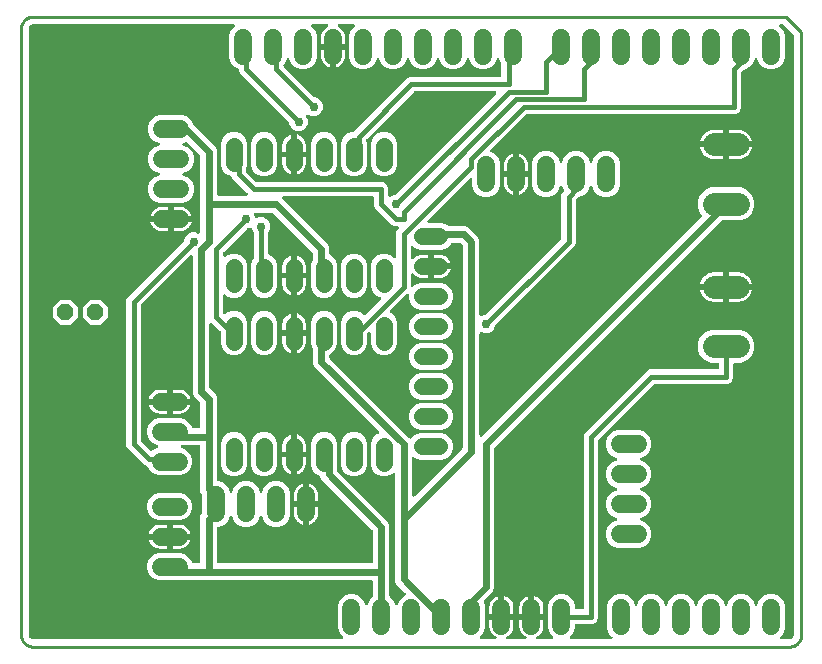
<source format=gtl>
G04 EAGLE Gerber RS-274X export*
G75*
%MOMM*%
%FSLAX34Y34*%
%LPD*%
%INTop Layer*%
%IPPOS*%
%AMOC8*
5,1,8,0,0,1.08239X$1,22.5*%
G01*
%ADD10C,0.254000*%
%ADD11C,1.524000*%
%ADD12C,1.458000*%
%ADD13P,1.429621X8X202.500000*%
%ADD14C,1.981200*%
%ADD15C,0.406400*%
%ADD16C,0.756400*%
%ADD17C,0.609600*%

G36*
X401437Y6353D02*
X401437Y6353D01*
X401457Y6351D01*
X401595Y6373D01*
X401733Y6391D01*
X401752Y6398D01*
X401771Y6401D01*
X401899Y6456D01*
X402029Y6508D01*
X402045Y6519D01*
X402063Y6527D01*
X402173Y6612D01*
X402286Y6694D01*
X402299Y6710D01*
X402315Y6722D01*
X402400Y6832D01*
X402489Y6939D01*
X402497Y6958D01*
X402510Y6973D01*
X402565Y7101D01*
X402624Y7227D01*
X402628Y7247D01*
X402636Y7265D01*
X402658Y7403D01*
X402684Y7539D01*
X402683Y7559D01*
X402686Y7579D01*
X402673Y7718D01*
X402664Y7857D01*
X402658Y7876D01*
X402656Y7896D01*
X402609Y8027D01*
X402566Y8159D01*
X402556Y8176D01*
X402549Y8195D01*
X402471Y8310D01*
X402396Y8428D01*
X402382Y8442D01*
X402371Y8458D01*
X402266Y8550D01*
X402165Y8646D01*
X402147Y8656D01*
X402132Y8669D01*
X401994Y8751D01*
X401329Y9090D01*
X400035Y10030D01*
X398904Y11161D01*
X397964Y12455D01*
X397238Y13880D01*
X396743Y15401D01*
X396493Y16980D01*
X396493Y22861D01*
X405384Y22861D01*
X405502Y22876D01*
X405621Y22883D01*
X405659Y22896D01*
X405699Y22901D01*
X405810Y22944D01*
X405923Y22981D01*
X405957Y23003D01*
X405995Y23018D01*
X406091Y23088D01*
X406192Y23151D01*
X406220Y23181D01*
X406252Y23204D01*
X406328Y23296D01*
X406410Y23383D01*
X406429Y23418D01*
X406455Y23449D01*
X406506Y23557D01*
X406563Y23661D01*
X406574Y23701D01*
X406591Y23737D01*
X406613Y23854D01*
X406643Y23969D01*
X406647Y24030D01*
X406651Y24050D01*
X406649Y24070D01*
X406653Y24130D01*
X406653Y25401D01*
X406655Y25401D01*
X406655Y24130D01*
X406670Y24012D01*
X406677Y23893D01*
X406690Y23855D01*
X406695Y23814D01*
X406739Y23704D01*
X406775Y23591D01*
X406797Y23556D01*
X406812Y23519D01*
X406882Y23423D01*
X406945Y23322D01*
X406975Y23294D01*
X406999Y23261D01*
X407090Y23186D01*
X407177Y23104D01*
X407212Y23084D01*
X407244Y23059D01*
X407351Y23008D01*
X407456Y22950D01*
X407495Y22940D01*
X407531Y22923D01*
X407648Y22901D01*
X407763Y22871D01*
X407824Y22867D01*
X407844Y22863D01*
X407864Y22865D01*
X407924Y22861D01*
X416815Y22861D01*
X416815Y16980D01*
X416565Y15401D01*
X416070Y13880D01*
X415344Y12455D01*
X414404Y11161D01*
X413273Y10030D01*
X411979Y9090D01*
X411314Y8751D01*
X411298Y8740D01*
X411279Y8732D01*
X411167Y8651D01*
X411051Y8572D01*
X411038Y8557D01*
X411022Y8546D01*
X410933Y8438D01*
X410841Y8334D01*
X410832Y8316D01*
X410819Y8301D01*
X410760Y8175D01*
X410696Y8050D01*
X410692Y8031D01*
X410684Y8013D01*
X410657Y7876D01*
X410627Y7740D01*
X410628Y7720D01*
X410624Y7700D01*
X410632Y7561D01*
X410637Y7422D01*
X410642Y7403D01*
X410644Y7383D01*
X410687Y7250D01*
X410725Y7117D01*
X410735Y7099D01*
X410742Y7081D01*
X410816Y6963D01*
X410887Y6843D01*
X410901Y6829D01*
X410912Y6812D01*
X411013Y6716D01*
X411112Y6618D01*
X411129Y6608D01*
X411143Y6594D01*
X411265Y6527D01*
X411385Y6456D01*
X411404Y6450D01*
X411422Y6440D01*
X411557Y6406D01*
X411691Y6367D01*
X411711Y6366D01*
X411730Y6361D01*
X411890Y6351D01*
X426818Y6351D01*
X426837Y6353D01*
X426857Y6351D01*
X426995Y6373D01*
X427133Y6391D01*
X427152Y6398D01*
X427171Y6401D01*
X427299Y6456D01*
X427429Y6508D01*
X427445Y6519D01*
X427463Y6527D01*
X427573Y6612D01*
X427686Y6694D01*
X427699Y6710D01*
X427715Y6722D01*
X427800Y6832D01*
X427889Y6939D01*
X427897Y6958D01*
X427910Y6973D01*
X427965Y7101D01*
X428024Y7227D01*
X428028Y7247D01*
X428036Y7265D01*
X428058Y7403D01*
X428084Y7539D01*
X428083Y7559D01*
X428086Y7579D01*
X428073Y7718D01*
X428064Y7857D01*
X428058Y7876D01*
X428056Y7896D01*
X428009Y8027D01*
X427966Y8159D01*
X427956Y8176D01*
X427949Y8195D01*
X427871Y8310D01*
X427796Y8428D01*
X427782Y8442D01*
X427771Y8458D01*
X427666Y8550D01*
X427565Y8646D01*
X427547Y8656D01*
X427532Y8669D01*
X427394Y8751D01*
X426729Y9090D01*
X425435Y10030D01*
X424304Y11161D01*
X423364Y12455D01*
X422638Y13880D01*
X422143Y15401D01*
X421893Y16980D01*
X421893Y22861D01*
X430784Y22861D01*
X430902Y22876D01*
X431021Y22883D01*
X431059Y22896D01*
X431099Y22901D01*
X431210Y22944D01*
X431323Y22981D01*
X431357Y23003D01*
X431395Y23018D01*
X431491Y23088D01*
X431592Y23151D01*
X431620Y23181D01*
X431652Y23204D01*
X431728Y23296D01*
X431810Y23383D01*
X431829Y23418D01*
X431855Y23449D01*
X431906Y23557D01*
X431963Y23661D01*
X431974Y23701D01*
X431991Y23737D01*
X432013Y23854D01*
X432043Y23969D01*
X432047Y24030D01*
X432051Y24050D01*
X432049Y24070D01*
X432053Y24130D01*
X432053Y25401D01*
X432055Y25401D01*
X432055Y24130D01*
X432070Y24012D01*
X432077Y23893D01*
X432090Y23855D01*
X432095Y23814D01*
X432139Y23704D01*
X432175Y23591D01*
X432197Y23556D01*
X432212Y23519D01*
X432282Y23423D01*
X432345Y23322D01*
X432375Y23294D01*
X432399Y23261D01*
X432490Y23186D01*
X432577Y23104D01*
X432612Y23084D01*
X432644Y23059D01*
X432751Y23008D01*
X432856Y22950D01*
X432895Y22940D01*
X432931Y22923D01*
X433048Y22901D01*
X433163Y22871D01*
X433224Y22867D01*
X433244Y22863D01*
X433264Y22865D01*
X433324Y22861D01*
X442215Y22861D01*
X442215Y16980D01*
X441965Y15401D01*
X441470Y13880D01*
X440744Y12455D01*
X439804Y11161D01*
X438673Y10030D01*
X437379Y9090D01*
X436714Y8751D01*
X436698Y8740D01*
X436679Y8732D01*
X436567Y8651D01*
X436451Y8572D01*
X436438Y8557D01*
X436422Y8546D01*
X436333Y8438D01*
X436241Y8334D01*
X436232Y8316D01*
X436219Y8301D01*
X436160Y8175D01*
X436096Y8050D01*
X436092Y8031D01*
X436084Y8013D01*
X436057Y7876D01*
X436027Y7740D01*
X436028Y7720D01*
X436024Y7700D01*
X436032Y7561D01*
X436037Y7422D01*
X436042Y7403D01*
X436044Y7383D01*
X436087Y7250D01*
X436125Y7117D01*
X436135Y7099D01*
X436142Y7081D01*
X436216Y6963D01*
X436287Y6843D01*
X436301Y6829D01*
X436312Y6812D01*
X436413Y6716D01*
X436512Y6618D01*
X436529Y6608D01*
X436543Y6594D01*
X436665Y6527D01*
X436785Y6456D01*
X436804Y6450D01*
X436822Y6440D01*
X436957Y6406D01*
X437091Y6367D01*
X437111Y6366D01*
X437130Y6361D01*
X437290Y6351D01*
X449294Y6351D01*
X449432Y6368D01*
X449571Y6381D01*
X449590Y6388D01*
X449610Y6391D01*
X449739Y6442D01*
X449870Y6489D01*
X449887Y6500D01*
X449906Y6508D01*
X450018Y6589D01*
X450133Y6667D01*
X450146Y6683D01*
X450163Y6694D01*
X450252Y6802D01*
X450344Y6906D01*
X450353Y6924D01*
X450366Y6939D01*
X450425Y7065D01*
X450488Y7189D01*
X450493Y7209D01*
X450501Y7227D01*
X450527Y7363D01*
X450558Y7499D01*
X450557Y7520D01*
X450561Y7539D01*
X450552Y7678D01*
X450548Y7817D01*
X450543Y7837D01*
X450541Y7857D01*
X450498Y7989D01*
X450460Y8123D01*
X450449Y8140D01*
X450443Y8159D01*
X450369Y8277D01*
X450298Y8397D01*
X450280Y8418D01*
X450273Y8428D01*
X450258Y8442D01*
X450192Y8517D01*
X447548Y11161D01*
X445769Y15456D01*
X445769Y35344D01*
X447548Y39639D01*
X450835Y42926D01*
X455130Y44705D01*
X459778Y44705D01*
X464073Y42926D01*
X467360Y39639D01*
X469139Y35344D01*
X469139Y32766D01*
X469154Y32648D01*
X469161Y32529D01*
X469174Y32491D01*
X469179Y32450D01*
X469222Y32340D01*
X469259Y32227D01*
X469281Y32192D01*
X469296Y32155D01*
X469365Y32059D01*
X469429Y31958D01*
X469459Y31930D01*
X469482Y31897D01*
X469574Y31821D01*
X469661Y31740D01*
X469696Y31720D01*
X469727Y31695D01*
X469835Y31644D01*
X469939Y31586D01*
X469979Y31576D01*
X470015Y31559D01*
X470132Y31537D01*
X470247Y31507D01*
X470307Y31503D01*
X470327Y31499D01*
X470348Y31501D01*
X470408Y31497D01*
X475234Y31497D01*
X475352Y31512D01*
X475471Y31519D01*
X475509Y31532D01*
X475550Y31537D01*
X475660Y31580D01*
X475773Y31617D01*
X475808Y31639D01*
X475845Y31654D01*
X475941Y31723D01*
X476042Y31787D01*
X476070Y31817D01*
X476103Y31840D01*
X476179Y31932D01*
X476260Y32019D01*
X476280Y32054D01*
X476305Y32085D01*
X476356Y32193D01*
X476414Y32297D01*
X476424Y32337D01*
X476441Y32373D01*
X476463Y32490D01*
X476493Y32605D01*
X476497Y32665D01*
X476501Y32685D01*
X476499Y32706D01*
X476503Y32766D01*
X476503Y179013D01*
X477431Y181254D01*
X529946Y233769D01*
X532187Y234697D01*
X589534Y234697D01*
X589652Y234712D01*
X589771Y234719D01*
X589809Y234732D01*
X589850Y234737D01*
X589960Y234780D01*
X590073Y234817D01*
X590108Y234839D01*
X590145Y234854D01*
X590241Y234923D01*
X590342Y234987D01*
X590370Y235017D01*
X590403Y235040D01*
X590479Y235132D01*
X590560Y235219D01*
X590580Y235254D01*
X590605Y235285D01*
X590656Y235393D01*
X590714Y235497D01*
X590724Y235537D01*
X590741Y235573D01*
X590763Y235690D01*
X590793Y235805D01*
X590797Y235865D01*
X590801Y235885D01*
X590799Y235906D01*
X590803Y235966D01*
X590803Y239014D01*
X590788Y239132D01*
X590781Y239251D01*
X590768Y239289D01*
X590763Y239330D01*
X590720Y239440D01*
X590683Y239553D01*
X590661Y239588D01*
X590646Y239625D01*
X590577Y239721D01*
X590513Y239822D01*
X590483Y239850D01*
X590460Y239883D01*
X590368Y239959D01*
X590281Y240040D01*
X590246Y240060D01*
X590215Y240085D01*
X590107Y240136D01*
X590003Y240194D01*
X589963Y240204D01*
X589927Y240221D01*
X589810Y240243D01*
X589695Y240273D01*
X589635Y240277D01*
X589615Y240281D01*
X589594Y240279D01*
X589534Y240283D01*
X584215Y240283D01*
X579080Y242410D01*
X575150Y246340D01*
X573023Y251475D01*
X573023Y257033D01*
X575150Y262168D01*
X579080Y266098D01*
X584215Y268225D01*
X609585Y268225D01*
X614720Y266098D01*
X618650Y262168D01*
X620777Y257033D01*
X620777Y251475D01*
X618650Y246340D01*
X614720Y242410D01*
X609585Y240283D01*
X604266Y240283D01*
X604148Y240268D01*
X604029Y240261D01*
X603991Y240248D01*
X603950Y240243D01*
X603840Y240200D01*
X603727Y240163D01*
X603692Y240141D01*
X603655Y240126D01*
X603559Y240057D01*
X603458Y239993D01*
X603430Y239963D01*
X603397Y239940D01*
X603321Y239848D01*
X603240Y239761D01*
X603220Y239726D01*
X603195Y239695D01*
X603144Y239587D01*
X603086Y239483D01*
X603076Y239443D01*
X603059Y239407D01*
X603037Y239290D01*
X603007Y239175D01*
X603003Y239115D01*
X602999Y239095D01*
X603001Y239074D01*
X602997Y239014D01*
X602997Y227387D01*
X602069Y225146D01*
X600354Y223431D01*
X598113Y222503D01*
X536451Y222503D01*
X536353Y222491D01*
X536254Y222488D01*
X536196Y222471D01*
X536136Y222463D01*
X536043Y222427D01*
X535948Y222399D01*
X535896Y222369D01*
X535840Y222346D01*
X535760Y222288D01*
X535674Y222238D01*
X535599Y222172D01*
X535583Y222160D01*
X535575Y222150D01*
X535554Y222132D01*
X489068Y175646D01*
X489008Y175568D01*
X488940Y175496D01*
X488911Y175443D01*
X488874Y175395D01*
X488834Y175304D01*
X488786Y175218D01*
X488771Y175159D01*
X488747Y175103D01*
X488732Y175005D01*
X488707Y174910D01*
X488701Y174810D01*
X488697Y174789D01*
X488699Y174777D01*
X488697Y174749D01*
X488697Y24187D01*
X487769Y21946D01*
X486054Y20231D01*
X483813Y19303D01*
X470408Y19303D01*
X470290Y19288D01*
X470171Y19281D01*
X470133Y19268D01*
X470092Y19263D01*
X469982Y19220D01*
X469869Y19183D01*
X469834Y19161D01*
X469797Y19146D01*
X469701Y19077D01*
X469600Y19013D01*
X469572Y18983D01*
X469539Y18960D01*
X469463Y18868D01*
X469382Y18781D01*
X469362Y18746D01*
X469337Y18715D01*
X469286Y18607D01*
X469228Y18503D01*
X469218Y18463D01*
X469201Y18427D01*
X469179Y18310D01*
X469149Y18195D01*
X469145Y18135D01*
X469141Y18115D01*
X469143Y18094D01*
X469139Y18034D01*
X469139Y15456D01*
X467360Y11161D01*
X464716Y8517D01*
X464631Y8408D01*
X464542Y8301D01*
X464534Y8282D01*
X464521Y8266D01*
X464466Y8138D01*
X464407Y8013D01*
X464403Y7993D01*
X464395Y7974D01*
X464373Y7836D01*
X464347Y7700D01*
X464348Y7680D01*
X464345Y7660D01*
X464358Y7521D01*
X464367Y7383D01*
X464373Y7364D01*
X464375Y7344D01*
X464422Y7212D01*
X464465Y7081D01*
X464476Y7063D01*
X464482Y7044D01*
X464561Y6929D01*
X464635Y6812D01*
X464650Y6798D01*
X464661Y6781D01*
X464765Y6689D01*
X464867Y6594D01*
X464884Y6584D01*
X464899Y6571D01*
X465024Y6507D01*
X465145Y6440D01*
X465165Y6435D01*
X465183Y6426D01*
X465319Y6396D01*
X465453Y6361D01*
X465481Y6359D01*
X465493Y6356D01*
X465513Y6357D01*
X465614Y6351D01*
X499586Y6351D01*
X499724Y6368D01*
X499863Y6381D01*
X499882Y6388D01*
X499902Y6391D01*
X500031Y6442D01*
X500162Y6489D01*
X500179Y6500D01*
X500198Y6508D01*
X500310Y6589D01*
X500425Y6667D01*
X500438Y6683D01*
X500455Y6694D01*
X500544Y6802D01*
X500636Y6906D01*
X500645Y6924D01*
X500658Y6939D01*
X500717Y7065D01*
X500780Y7189D01*
X500785Y7209D01*
X500793Y7227D01*
X500819Y7363D01*
X500850Y7499D01*
X500849Y7520D01*
X500853Y7539D01*
X500844Y7678D01*
X500840Y7817D01*
X500835Y7837D01*
X500833Y7857D01*
X500790Y7989D01*
X500752Y8123D01*
X500741Y8140D01*
X500735Y8159D01*
X500661Y8277D01*
X500590Y8397D01*
X500572Y8418D01*
X500565Y8428D01*
X500550Y8442D01*
X500484Y8517D01*
X498094Y10907D01*
X496315Y15202D01*
X496315Y35090D01*
X498094Y39385D01*
X501381Y42672D01*
X505676Y44451D01*
X510324Y44451D01*
X514619Y42672D01*
X517906Y39385D01*
X519527Y35470D01*
X519596Y35350D01*
X519661Y35227D01*
X519675Y35212D01*
X519685Y35194D01*
X519782Y35094D01*
X519875Y34991D01*
X519892Y34980D01*
X519906Y34966D01*
X520024Y34893D01*
X520141Y34816D01*
X520160Y34810D01*
X520177Y34799D01*
X520310Y34758D01*
X520442Y34713D01*
X520462Y34712D01*
X520481Y34706D01*
X520620Y34699D01*
X520759Y34688D01*
X520779Y34691D01*
X520799Y34691D01*
X520935Y34719D01*
X521072Y34742D01*
X521090Y34751D01*
X521110Y34755D01*
X521236Y34816D01*
X521362Y34873D01*
X521378Y34886D01*
X521396Y34895D01*
X521502Y34985D01*
X521610Y35072D01*
X521623Y35088D01*
X521638Y35101D01*
X521718Y35215D01*
X521802Y35326D01*
X521814Y35351D01*
X521821Y35361D01*
X521828Y35380D01*
X521873Y35470D01*
X523494Y39385D01*
X526781Y42672D01*
X531076Y44451D01*
X535724Y44451D01*
X540019Y42672D01*
X543306Y39385D01*
X544927Y35470D01*
X544996Y35350D01*
X545061Y35227D01*
X545075Y35212D01*
X545085Y35194D01*
X545182Y35094D01*
X545275Y34991D01*
X545292Y34980D01*
X545306Y34966D01*
X545424Y34893D01*
X545541Y34816D01*
X545560Y34810D01*
X545577Y34799D01*
X545710Y34758D01*
X545842Y34713D01*
X545862Y34712D01*
X545881Y34706D01*
X546020Y34699D01*
X546159Y34688D01*
X546179Y34691D01*
X546199Y34691D01*
X546335Y34719D01*
X546472Y34742D01*
X546490Y34751D01*
X546510Y34755D01*
X546636Y34816D01*
X546762Y34873D01*
X546778Y34886D01*
X546796Y34895D01*
X546902Y34985D01*
X547010Y35072D01*
X547023Y35088D01*
X547038Y35101D01*
X547118Y35215D01*
X547202Y35326D01*
X547214Y35351D01*
X547221Y35361D01*
X547228Y35380D01*
X547273Y35470D01*
X548894Y39385D01*
X552181Y42672D01*
X556476Y44451D01*
X561124Y44451D01*
X565419Y42672D01*
X568706Y39385D01*
X570327Y35470D01*
X570396Y35350D01*
X570461Y35227D01*
X570475Y35212D01*
X570485Y35194D01*
X570582Y35094D01*
X570675Y34991D01*
X570692Y34980D01*
X570706Y34966D01*
X570824Y34893D01*
X570941Y34816D01*
X570960Y34810D01*
X570977Y34799D01*
X571110Y34758D01*
X571242Y34713D01*
X571262Y34712D01*
X571281Y34706D01*
X571420Y34699D01*
X571559Y34688D01*
X571579Y34691D01*
X571599Y34691D01*
X571735Y34719D01*
X571872Y34742D01*
X571890Y34751D01*
X571910Y34755D01*
X572036Y34816D01*
X572162Y34873D01*
X572178Y34886D01*
X572196Y34895D01*
X572302Y34985D01*
X572410Y35072D01*
X572423Y35088D01*
X572438Y35101D01*
X572518Y35215D01*
X572602Y35326D01*
X572614Y35351D01*
X572621Y35361D01*
X572628Y35380D01*
X572673Y35470D01*
X574294Y39385D01*
X577581Y42672D01*
X581876Y44451D01*
X586524Y44451D01*
X590819Y42672D01*
X594106Y39385D01*
X595727Y35470D01*
X595796Y35350D01*
X595861Y35227D01*
X595875Y35212D01*
X595885Y35194D01*
X595982Y35094D01*
X596075Y34991D01*
X596092Y34980D01*
X596106Y34966D01*
X596224Y34893D01*
X596341Y34816D01*
X596360Y34810D01*
X596377Y34799D01*
X596510Y34758D01*
X596642Y34713D01*
X596662Y34712D01*
X596681Y34706D01*
X596820Y34699D01*
X596959Y34688D01*
X596979Y34691D01*
X596999Y34691D01*
X597135Y34719D01*
X597272Y34742D01*
X597290Y34751D01*
X597310Y34755D01*
X597436Y34816D01*
X597562Y34873D01*
X597578Y34886D01*
X597596Y34895D01*
X597702Y34985D01*
X597810Y35072D01*
X597823Y35088D01*
X597838Y35101D01*
X597918Y35215D01*
X598002Y35326D01*
X598014Y35351D01*
X598021Y35361D01*
X598028Y35380D01*
X598073Y35470D01*
X599694Y39385D01*
X602981Y42672D01*
X607276Y44451D01*
X611924Y44451D01*
X616219Y42672D01*
X619506Y39385D01*
X621127Y35470D01*
X621196Y35350D01*
X621261Y35227D01*
X621275Y35212D01*
X621285Y35194D01*
X621382Y35094D01*
X621475Y34991D01*
X621492Y34980D01*
X621506Y34966D01*
X621624Y34893D01*
X621741Y34816D01*
X621760Y34810D01*
X621777Y34799D01*
X621910Y34758D01*
X622042Y34713D01*
X622062Y34712D01*
X622081Y34706D01*
X622220Y34699D01*
X622359Y34688D01*
X622379Y34691D01*
X622399Y34691D01*
X622535Y34719D01*
X622672Y34742D01*
X622690Y34751D01*
X622710Y34755D01*
X622836Y34816D01*
X622962Y34873D01*
X622978Y34886D01*
X622996Y34895D01*
X623102Y34985D01*
X623210Y35072D01*
X623223Y35088D01*
X623238Y35101D01*
X623318Y35215D01*
X623402Y35326D01*
X623414Y35351D01*
X623421Y35361D01*
X623428Y35380D01*
X623473Y35470D01*
X625094Y39385D01*
X628381Y42672D01*
X632676Y44451D01*
X637324Y44451D01*
X641619Y42672D01*
X644906Y39385D01*
X646685Y35090D01*
X646685Y15202D01*
X644906Y10907D01*
X642516Y8517D01*
X642431Y8408D01*
X642342Y8301D01*
X642334Y8282D01*
X642321Y8266D01*
X642266Y8138D01*
X642207Y8013D01*
X642203Y7993D01*
X642195Y7974D01*
X642173Y7836D01*
X642147Y7700D01*
X642148Y7680D01*
X642145Y7660D01*
X642158Y7521D01*
X642167Y7383D01*
X642173Y7364D01*
X642175Y7344D01*
X642222Y7212D01*
X642265Y7081D01*
X642276Y7063D01*
X642282Y7044D01*
X642361Y6929D01*
X642435Y6812D01*
X642450Y6798D01*
X642461Y6781D01*
X642565Y6689D01*
X642667Y6594D01*
X642684Y6584D01*
X642699Y6571D01*
X642824Y6507D01*
X642945Y6440D01*
X642965Y6435D01*
X642983Y6426D01*
X643119Y6396D01*
X643253Y6361D01*
X643281Y6359D01*
X643293Y6356D01*
X643313Y6357D01*
X643414Y6351D01*
X650400Y6351D01*
X650420Y6353D01*
X650524Y6357D01*
X650989Y6403D01*
X651092Y6426D01*
X651198Y6441D01*
X651278Y6468D01*
X651299Y6473D01*
X651313Y6480D01*
X651350Y6493D01*
X652208Y6848D01*
X652216Y6853D01*
X652225Y6856D01*
X652354Y6932D01*
X652484Y7006D01*
X652491Y7012D01*
X652499Y7017D01*
X652620Y7124D01*
X653276Y7780D01*
X653282Y7788D01*
X653289Y7793D01*
X653379Y7913D01*
X653471Y8032D01*
X653475Y8040D01*
X653481Y8047D01*
X653552Y8192D01*
X653907Y9050D01*
X653935Y9153D01*
X653972Y9252D01*
X653985Y9336D01*
X653991Y9357D01*
X653991Y9373D01*
X653997Y9411D01*
X654043Y9876D01*
X654043Y9895D01*
X654049Y10000D01*
X654049Y517544D01*
X654037Y517642D01*
X654034Y517741D01*
X654017Y517799D01*
X654009Y517859D01*
X653973Y517951D01*
X653945Y518046D01*
X653915Y518099D01*
X653892Y518155D01*
X653834Y518235D01*
X653784Y518320D01*
X653718Y518396D01*
X653706Y518412D01*
X653696Y518420D01*
X653678Y518441D01*
X645441Y526678D01*
X645363Y526738D01*
X645291Y526806D01*
X645238Y526835D01*
X645190Y526872D01*
X645099Y526912D01*
X645012Y526960D01*
X644954Y526975D01*
X644898Y526999D01*
X644800Y527014D01*
X644704Y527039D01*
X644604Y527045D01*
X644584Y527049D01*
X644572Y527047D01*
X644544Y527049D01*
X643160Y527049D01*
X643022Y527032D01*
X642883Y527019D01*
X642864Y527012D01*
X642844Y527009D01*
X642715Y526958D01*
X642584Y526911D01*
X642567Y526900D01*
X642548Y526892D01*
X642436Y526811D01*
X642321Y526733D01*
X642308Y526717D01*
X642291Y526706D01*
X642202Y526598D01*
X642110Y526494D01*
X642101Y526476D01*
X642088Y526461D01*
X642029Y526335D01*
X641966Y526211D01*
X641961Y526191D01*
X641953Y526173D01*
X641927Y526037D01*
X641896Y525901D01*
X641897Y525880D01*
X641893Y525861D01*
X641902Y525722D01*
X641906Y525583D01*
X641911Y525563D01*
X641913Y525543D01*
X641956Y525411D01*
X641994Y525277D01*
X642005Y525260D01*
X642011Y525241D01*
X642085Y525123D01*
X642156Y525003D01*
X642174Y524982D01*
X642181Y524972D01*
X642196Y524958D01*
X642262Y524883D01*
X644906Y522239D01*
X646685Y517944D01*
X646685Y498056D01*
X644906Y493761D01*
X641619Y490474D01*
X637324Y488695D01*
X632676Y488695D01*
X628381Y490474D01*
X625094Y493761D01*
X623473Y497676D01*
X623404Y497797D01*
X623339Y497919D01*
X623325Y497934D01*
X623315Y497952D01*
X623218Y498052D01*
X623125Y498155D01*
X623108Y498166D01*
X623094Y498181D01*
X622975Y498253D01*
X622859Y498330D01*
X622840Y498336D01*
X622823Y498347D01*
X622690Y498388D01*
X622558Y498433D01*
X622538Y498434D01*
X622519Y498440D01*
X622380Y498447D01*
X622241Y498458D01*
X622221Y498455D01*
X622201Y498455D01*
X622065Y498427D01*
X621928Y498404D01*
X621909Y498395D01*
X621890Y498391D01*
X621764Y498330D01*
X621638Y498273D01*
X621622Y498260D01*
X621604Y498251D01*
X621498Y498161D01*
X621390Y498074D01*
X621377Y498058D01*
X621362Y498045D01*
X621282Y497931D01*
X621198Y497820D01*
X621186Y497795D01*
X621179Y497785D01*
X621172Y497766D01*
X621127Y497676D01*
X619506Y493761D01*
X616219Y490474D01*
X611828Y488656D01*
X611828Y488655D01*
X611735Y488619D01*
X611640Y488591D01*
X611588Y488561D01*
X611532Y488538D01*
X611452Y488480D01*
X611366Y488430D01*
X611291Y488364D01*
X611275Y488352D01*
X611267Y488342D01*
X611246Y488324D01*
X609718Y486796D01*
X609658Y486718D01*
X609590Y486646D01*
X609561Y486593D01*
X609524Y486545D01*
X609484Y486454D01*
X609436Y486368D01*
X609421Y486309D01*
X609397Y486253D01*
X609382Y486155D01*
X609357Y486060D01*
X609351Y485960D01*
X609347Y485939D01*
X609349Y485927D01*
X609347Y485899D01*
X609347Y455987D01*
X608419Y453746D01*
X606704Y452031D01*
X604463Y451103D01*
X428501Y451103D01*
X428403Y451091D01*
X428304Y451088D01*
X428246Y451071D01*
X428186Y451063D01*
X428093Y451027D01*
X427998Y450999D01*
X427946Y450969D01*
X427890Y450946D01*
X427810Y450888D01*
X427724Y450838D01*
X427649Y450772D01*
X427633Y450760D01*
X427625Y450750D01*
X427604Y450732D01*
X397511Y420639D01*
X397480Y420599D01*
X397443Y420566D01*
X397383Y420474D01*
X397316Y420387D01*
X397296Y420342D01*
X397269Y420300D01*
X397233Y420196D01*
X397189Y420095D01*
X397182Y420046D01*
X397165Y419999D01*
X397157Y419890D01*
X397140Y419781D01*
X397144Y419732D01*
X397140Y419682D01*
X397159Y419574D01*
X397169Y419465D01*
X397186Y419418D01*
X397195Y419369D01*
X397240Y419269D01*
X397277Y419165D01*
X397305Y419124D01*
X397325Y419079D01*
X397394Y418993D01*
X397456Y418902D01*
X397493Y418869D01*
X397524Y418831D01*
X397612Y418764D01*
X397694Y418692D01*
X397738Y418669D01*
X397778Y418639D01*
X397922Y418568D01*
X400319Y417576D01*
X403606Y414289D01*
X405385Y409994D01*
X405385Y390106D01*
X403606Y385811D01*
X400319Y382524D01*
X396024Y380745D01*
X391376Y380745D01*
X387081Y382524D01*
X383794Y385811D01*
X382015Y390106D01*
X382015Y395729D01*
X381998Y395867D01*
X381985Y396005D01*
X381978Y396024D01*
X381975Y396044D01*
X381924Y396174D01*
X381877Y396305D01*
X381866Y396321D01*
X381858Y396340D01*
X381777Y396453D01*
X381699Y396568D01*
X381683Y396581D01*
X381672Y396598D01*
X381564Y396686D01*
X381460Y396778D01*
X381442Y396787D01*
X381427Y396800D01*
X381301Y396859D01*
X381177Y396923D01*
X381157Y396927D01*
X381139Y396936D01*
X381003Y396962D01*
X380867Y396992D01*
X380846Y396992D01*
X380827Y396996D01*
X380688Y396987D01*
X380549Y396983D01*
X380529Y396977D01*
X380509Y396976D01*
X380377Y396933D01*
X380243Y396894D01*
X380226Y396884D01*
X380207Y396878D01*
X380089Y396804D01*
X379969Y396733D01*
X379948Y396714D01*
X379938Y396708D01*
X379924Y396693D01*
X379849Y396626D01*
X344216Y360993D01*
X344130Y360884D01*
X344042Y360777D01*
X344033Y360758D01*
X344021Y360742D01*
X343965Y360614D01*
X343906Y360489D01*
X343902Y360469D01*
X343894Y360450D01*
X343872Y360312D01*
X343846Y360176D01*
X343848Y360156D01*
X343844Y360136D01*
X343858Y359997D01*
X343866Y359859D01*
X343872Y359840D01*
X343874Y359820D01*
X343921Y359688D01*
X343964Y359557D01*
X343975Y359539D01*
X343982Y359520D01*
X344060Y359405D01*
X344134Y359288D01*
X344149Y359274D01*
X344160Y359257D01*
X344264Y359165D01*
X344366Y359070D01*
X344384Y359060D01*
X344399Y359047D01*
X344523Y358983D01*
X344644Y358916D01*
X344664Y358911D01*
X344682Y358902D01*
X344818Y358872D01*
X344952Y358837D01*
X344980Y358835D01*
X344992Y358832D01*
X345013Y358833D01*
X345113Y358827D01*
X356513Y358827D01*
X360686Y357098D01*
X361050Y356734D01*
X361128Y356674D01*
X361200Y356606D01*
X361253Y356577D01*
X361301Y356540D01*
X361392Y356500D01*
X361478Y356452D01*
X361537Y356437D01*
X361593Y356413D01*
X361691Y356398D01*
X361786Y356373D01*
X361886Y356367D01*
X361907Y356363D01*
X361919Y356365D01*
X361947Y356363D01*
X376065Y356363D01*
X378679Y355280D01*
X387030Y346929D01*
X388113Y344315D01*
X388113Y281128D01*
X388119Y281079D01*
X388117Y281030D01*
X388139Y280922D01*
X388153Y280813D01*
X388171Y280767D01*
X388181Y280718D01*
X388229Y280619D01*
X388270Y280517D01*
X388299Y280477D01*
X388321Y280432D01*
X388392Y280349D01*
X388456Y280260D01*
X388495Y280228D01*
X388527Y280190D01*
X388617Y280127D01*
X388701Y280057D01*
X388746Y280036D01*
X388787Y280007D01*
X388890Y279968D01*
X388989Y279922D01*
X389038Y279912D01*
X389084Y279895D01*
X389194Y279882D01*
X389301Y279862D01*
X389351Y279865D01*
X389400Y279859D01*
X389509Y279875D01*
X389619Y279882D01*
X389666Y279897D01*
X389715Y279904D01*
X389868Y279956D01*
X392139Y280897D01*
X392399Y280897D01*
X392497Y280909D01*
X392596Y280912D01*
X392654Y280929D01*
X392714Y280937D01*
X392807Y280973D01*
X392902Y281001D01*
X392954Y281031D01*
X393010Y281054D01*
X393090Y281112D01*
X393176Y281162D01*
X393251Y281228D01*
X393267Y281240D01*
X393275Y281250D01*
X393296Y281268D01*
X457082Y345054D01*
X457142Y345132D01*
X457210Y345204D01*
X457239Y345257D01*
X457276Y345305D01*
X457316Y345396D01*
X457364Y345482D01*
X457379Y345541D01*
X457403Y345597D01*
X457418Y345695D01*
X457443Y345790D01*
X457449Y345890D01*
X457453Y345911D01*
X457451Y345923D01*
X457453Y345951D01*
X457453Y382213D01*
X458381Y384454D01*
X459320Y385392D01*
X459338Y385415D01*
X459360Y385434D01*
X459435Y385541D01*
X459515Y385643D01*
X459526Y385670D01*
X459543Y385694D01*
X459589Y385816D01*
X459641Y385935D01*
X459646Y385964D01*
X459656Y385992D01*
X459671Y386121D01*
X459691Y386249D01*
X459688Y386278D01*
X459691Y386308D01*
X459673Y386436D01*
X459661Y386566D01*
X459651Y386593D01*
X459647Y386623D01*
X459595Y386775D01*
X458373Y389726D01*
X458304Y389846D01*
X458239Y389969D01*
X458225Y389985D01*
X458215Y390002D01*
X458119Y390102D01*
X458025Y390205D01*
X458008Y390216D01*
X457994Y390231D01*
X457875Y390303D01*
X457759Y390380D01*
X457740Y390386D01*
X457723Y390397D01*
X457590Y390438D01*
X457458Y390483D01*
X457438Y390484D01*
X457419Y390490D01*
X457280Y390497D01*
X457141Y390508D01*
X457121Y390505D01*
X457101Y390505D01*
X456966Y390478D01*
X456828Y390454D01*
X456809Y390445D01*
X456790Y390441D01*
X456665Y390380D01*
X456538Y390323D01*
X456522Y390310D01*
X456504Y390301D01*
X456398Y390211D01*
X456290Y390124D01*
X456277Y390108D01*
X456262Y390095D01*
X456182Y389982D01*
X456098Y389870D01*
X456086Y389845D01*
X456079Y389835D01*
X456072Y389816D01*
X456027Y389726D01*
X454406Y385811D01*
X451119Y382524D01*
X446824Y380745D01*
X442176Y380745D01*
X437881Y382524D01*
X434594Y385811D01*
X432815Y390106D01*
X432815Y409994D01*
X434594Y414289D01*
X437881Y417576D01*
X442176Y419355D01*
X446824Y419355D01*
X451119Y417576D01*
X454406Y414289D01*
X456027Y410374D01*
X456096Y410254D01*
X456161Y410131D01*
X456175Y410116D01*
X456185Y410098D01*
X456282Y409998D01*
X456375Y409895D01*
X456392Y409884D01*
X456406Y409870D01*
X456524Y409797D01*
X456641Y409720D01*
X456660Y409714D01*
X456677Y409703D01*
X456810Y409662D01*
X456942Y409617D01*
X456962Y409616D01*
X456981Y409610D01*
X457120Y409603D01*
X457259Y409592D01*
X457279Y409595D01*
X457299Y409595D01*
X457435Y409623D01*
X457572Y409646D01*
X457590Y409655D01*
X457610Y409659D01*
X457736Y409720D01*
X457862Y409777D01*
X457878Y409790D01*
X457896Y409799D01*
X458002Y409889D01*
X458110Y409976D01*
X458123Y409992D01*
X458138Y410005D01*
X458218Y410119D01*
X458302Y410230D01*
X458314Y410255D01*
X458321Y410265D01*
X458328Y410284D01*
X458373Y410374D01*
X459994Y414289D01*
X463281Y417576D01*
X467576Y419355D01*
X472224Y419355D01*
X476519Y417576D01*
X479806Y414289D01*
X481427Y410374D01*
X481496Y410254D01*
X481561Y410131D01*
X481575Y410116D01*
X481585Y410098D01*
X481682Y409998D01*
X481775Y409895D01*
X481792Y409884D01*
X481806Y409870D01*
X481924Y409797D01*
X482041Y409720D01*
X482060Y409714D01*
X482077Y409703D01*
X482210Y409662D01*
X482342Y409617D01*
X482362Y409616D01*
X482381Y409610D01*
X482520Y409603D01*
X482659Y409592D01*
X482679Y409595D01*
X482699Y409595D01*
X482835Y409623D01*
X482972Y409646D01*
X482990Y409655D01*
X483010Y409659D01*
X483136Y409720D01*
X483262Y409777D01*
X483278Y409790D01*
X483296Y409799D01*
X483402Y409889D01*
X483510Y409976D01*
X483523Y409992D01*
X483538Y410005D01*
X483618Y410119D01*
X483702Y410230D01*
X483714Y410255D01*
X483721Y410265D01*
X483728Y410284D01*
X483773Y410374D01*
X485394Y414289D01*
X488681Y417576D01*
X492976Y419355D01*
X497624Y419355D01*
X501919Y417576D01*
X505206Y414289D01*
X506985Y409994D01*
X506985Y390106D01*
X505206Y385811D01*
X501919Y382524D01*
X497624Y380745D01*
X492976Y380745D01*
X488681Y382524D01*
X485394Y385811D01*
X483773Y389726D01*
X483704Y389847D01*
X483639Y389969D01*
X483625Y389984D01*
X483615Y390002D01*
X483518Y390102D01*
X483425Y390205D01*
X483408Y390216D01*
X483394Y390231D01*
X483275Y390303D01*
X483159Y390380D01*
X483140Y390386D01*
X483123Y390397D01*
X482990Y390438D01*
X482858Y390483D01*
X482838Y390484D01*
X482819Y390490D01*
X482680Y390497D01*
X482541Y390508D01*
X482521Y390505D01*
X482501Y390505D01*
X482365Y390477D01*
X482228Y390454D01*
X482209Y390445D01*
X482190Y390441D01*
X482064Y390380D01*
X481938Y390323D01*
X481922Y390310D01*
X481904Y390301D01*
X481798Y390211D01*
X481690Y390124D01*
X481677Y390108D01*
X481662Y390095D01*
X481582Y389981D01*
X481498Y389870D01*
X481486Y389845D01*
X481479Y389835D01*
X481472Y389816D01*
X481427Y389726D01*
X479806Y385811D01*
X476519Y382524D01*
X472128Y380706D01*
X472128Y380705D01*
X472036Y380669D01*
X471940Y380641D01*
X471888Y380611D01*
X471832Y380588D01*
X471752Y380530D01*
X471666Y380480D01*
X471591Y380414D01*
X471575Y380402D01*
X471567Y380392D01*
X471546Y380374D01*
X470018Y378846D01*
X469958Y378768D01*
X469890Y378696D01*
X469861Y378643D01*
X469824Y378595D01*
X469784Y378504D01*
X469736Y378418D01*
X469721Y378359D01*
X469697Y378303D01*
X469682Y378205D01*
X469657Y378110D01*
X469651Y378009D01*
X469647Y377989D01*
X469649Y377977D01*
X469647Y377949D01*
X469647Y341687D01*
X468719Y339446D01*
X466825Y337553D01*
X401918Y272646D01*
X401858Y272568D01*
X401790Y272496D01*
X401761Y272443D01*
X401724Y272395D01*
X401684Y272304D01*
X401636Y272218D01*
X401621Y272159D01*
X401597Y272103D01*
X401582Y272005D01*
X401557Y271910D01*
X401551Y271810D01*
X401547Y271789D01*
X401549Y271777D01*
X401547Y271749D01*
X401547Y271489D01*
X400352Y268605D01*
X398145Y266398D01*
X395261Y265203D01*
X392139Y265203D01*
X389868Y266144D01*
X389820Y266157D01*
X389775Y266178D01*
X389667Y266199D01*
X389561Y266228D01*
X389511Y266229D01*
X389462Y266238D01*
X389353Y266231D01*
X389243Y266233D01*
X389195Y266222D01*
X389145Y266218D01*
X389041Y266185D01*
X388934Y266159D01*
X388890Y266136D01*
X388843Y266120D01*
X388750Y266062D01*
X388653Y266010D01*
X388616Y265977D01*
X388574Y265950D01*
X388499Y265870D01*
X388417Y265796D01*
X388390Y265755D01*
X388356Y265719D01*
X388303Y265622D01*
X388243Y265531D01*
X388226Y265484D01*
X388202Y265440D01*
X388175Y265334D01*
X388139Y265230D01*
X388135Y265180D01*
X388123Y265132D01*
X388113Y264972D01*
X388113Y178986D01*
X388130Y178848D01*
X388143Y178710D01*
X388150Y178690D01*
X388153Y178670D01*
X388204Y178541D01*
X388251Y178410D01*
X388262Y178393D01*
X388270Y178375D01*
X388351Y178262D01*
X388429Y178147D01*
X388445Y178134D01*
X388456Y178117D01*
X388564Y178028D01*
X388668Y177937D01*
X388686Y177927D01*
X388701Y177914D01*
X388827Y177855D01*
X388951Y177792D01*
X388971Y177788D01*
X388989Y177779D01*
X389125Y177753D01*
X389261Y177722D01*
X389282Y177723D01*
X389301Y177719D01*
X389440Y177728D01*
X389579Y177732D01*
X389599Y177738D01*
X389619Y177739D01*
X389751Y177782D01*
X389885Y177820D01*
X389902Y177831D01*
X389921Y177837D01*
X390039Y177911D01*
X390159Y177982D01*
X390180Y178001D01*
X390190Y178007D01*
X390204Y178022D01*
X390279Y178088D01*
X576268Y364077D01*
X576341Y364171D01*
X576420Y364260D01*
X576438Y364296D01*
X576463Y364328D01*
X576511Y364438D01*
X576565Y364544D01*
X576573Y364583D01*
X576590Y364620D01*
X576608Y364738D01*
X576634Y364854D01*
X576633Y364894D01*
X576639Y364934D01*
X576628Y365053D01*
X576625Y365172D01*
X576613Y365211D01*
X576610Y365251D01*
X576569Y365363D01*
X576536Y365477D01*
X576516Y365512D01*
X576502Y365550D01*
X576435Y365649D01*
X576375Y365751D01*
X576335Y365797D01*
X576323Y365813D01*
X576308Y365827D01*
X576268Y365872D01*
X575150Y366990D01*
X573023Y372125D01*
X573023Y377683D01*
X575150Y382818D01*
X579080Y386748D01*
X584215Y388875D01*
X609585Y388875D01*
X614720Y386748D01*
X618650Y382818D01*
X620777Y377683D01*
X620777Y372125D01*
X618650Y366990D01*
X614720Y363060D01*
X609585Y360933D01*
X593768Y360933D01*
X593670Y360921D01*
X593571Y360918D01*
X593512Y360901D01*
X593452Y360893D01*
X593360Y360857D01*
X593265Y360829D01*
X593213Y360799D01*
X593157Y360776D01*
X593077Y360718D01*
X592991Y360668D01*
X592916Y360602D01*
X592899Y360590D01*
X592892Y360580D01*
X592870Y360562D01*
X401184Y168876D01*
X401124Y168797D01*
X401056Y168725D01*
X401027Y168672D01*
X400990Y168624D01*
X400950Y168533D01*
X400902Y168447D01*
X400887Y168388D01*
X400863Y168332D01*
X400848Y168234D01*
X400823Y168139D01*
X400817Y168039D01*
X400813Y168018D01*
X400815Y168006D01*
X400813Y167978D01*
X400813Y49385D01*
X399730Y46771D01*
X392181Y39222D01*
X392163Y39198D01*
X392140Y39179D01*
X392066Y39073D01*
X391986Y38971D01*
X391974Y38943D01*
X391957Y38919D01*
X391911Y38798D01*
X391859Y38679D01*
X391855Y38649D01*
X391844Y38622D01*
X391830Y38493D01*
X391810Y38365D01*
X391812Y38335D01*
X391809Y38306D01*
X391827Y38177D01*
X391839Y38048D01*
X391849Y38020D01*
X391853Y37991D01*
X391906Y37839D01*
X392939Y35344D01*
X392939Y15456D01*
X391160Y11161D01*
X388516Y8517D01*
X388431Y8408D01*
X388342Y8301D01*
X388334Y8282D01*
X388321Y8266D01*
X388266Y8138D01*
X388207Y8013D01*
X388203Y7993D01*
X388195Y7974D01*
X388173Y7836D01*
X388147Y7700D01*
X388148Y7680D01*
X388145Y7660D01*
X388158Y7521D01*
X388167Y7383D01*
X388173Y7364D01*
X388175Y7344D01*
X388222Y7212D01*
X388265Y7081D01*
X388276Y7063D01*
X388282Y7044D01*
X388361Y6929D01*
X388435Y6812D01*
X388450Y6798D01*
X388461Y6781D01*
X388565Y6689D01*
X388667Y6594D01*
X388684Y6584D01*
X388699Y6571D01*
X388824Y6507D01*
X388945Y6440D01*
X388965Y6435D01*
X388983Y6426D01*
X389119Y6396D01*
X389253Y6361D01*
X389281Y6359D01*
X389293Y6356D01*
X389313Y6357D01*
X389414Y6351D01*
X401418Y6351D01*
X401437Y6353D01*
G37*
G36*
X271632Y6368D02*
X271632Y6368D01*
X271771Y6381D01*
X271790Y6388D01*
X271810Y6391D01*
X271939Y6442D01*
X272070Y6489D01*
X272087Y6500D01*
X272106Y6508D01*
X272218Y6589D01*
X272333Y6667D01*
X272346Y6683D01*
X272363Y6694D01*
X272452Y6802D01*
X272544Y6906D01*
X272553Y6924D01*
X272566Y6939D01*
X272625Y7065D01*
X272688Y7189D01*
X272693Y7209D01*
X272701Y7227D01*
X272727Y7363D01*
X272758Y7499D01*
X272757Y7520D01*
X272761Y7539D01*
X272752Y7678D01*
X272748Y7817D01*
X272743Y7837D01*
X272741Y7857D01*
X272698Y7989D01*
X272660Y8123D01*
X272649Y8140D01*
X272643Y8159D01*
X272569Y8277D01*
X272498Y8397D01*
X272480Y8418D01*
X272473Y8428D01*
X272458Y8442D01*
X272392Y8517D01*
X269748Y11161D01*
X267969Y15456D01*
X267969Y35344D01*
X269748Y39639D01*
X273035Y42926D01*
X277330Y44705D01*
X281978Y44705D01*
X286273Y42926D01*
X289560Y39639D01*
X291181Y35724D01*
X291250Y35604D01*
X291315Y35480D01*
X291329Y35466D01*
X291339Y35448D01*
X291436Y35348D01*
X291529Y35245D01*
X291546Y35234D01*
X291560Y35219D01*
X291678Y35147D01*
X291795Y35070D01*
X291814Y35064D01*
X291831Y35053D01*
X291964Y35012D01*
X292096Y34967D01*
X292116Y34966D01*
X292135Y34960D01*
X292274Y34953D01*
X292413Y34942D01*
X292433Y34945D01*
X292453Y34944D01*
X292589Y34973D01*
X292726Y34996D01*
X292744Y35005D01*
X292764Y35009D01*
X292890Y35070D01*
X293016Y35127D01*
X293032Y35140D01*
X293050Y35148D01*
X293156Y35239D01*
X293264Y35326D01*
X293277Y35342D01*
X293292Y35355D01*
X293372Y35469D01*
X293456Y35580D01*
X293468Y35605D01*
X293475Y35615D01*
X293482Y35634D01*
X293527Y35724D01*
X295148Y39639D01*
X297316Y41806D01*
X297376Y41884D01*
X297444Y41957D01*
X297473Y42010D01*
X297510Y42057D01*
X297550Y42148D01*
X297598Y42235D01*
X297613Y42294D01*
X297637Y42349D01*
X297652Y42447D01*
X297677Y42543D01*
X297683Y42643D01*
X297687Y42663D01*
X297685Y42676D01*
X297687Y42704D01*
X297687Y55118D01*
X297672Y55236D01*
X297665Y55355D01*
X297652Y55393D01*
X297647Y55434D01*
X297604Y55544D01*
X297567Y55657D01*
X297545Y55692D01*
X297530Y55729D01*
X297461Y55825D01*
X297397Y55926D01*
X297367Y55954D01*
X297344Y55987D01*
X297252Y56063D01*
X297165Y56144D01*
X297130Y56164D01*
X297099Y56189D01*
X296991Y56240D01*
X296887Y56298D01*
X296847Y56308D01*
X296811Y56325D01*
X296694Y56347D01*
X296579Y56377D01*
X296519Y56381D01*
X296499Y56385D01*
X296478Y56383D01*
X296418Y56387D01*
X136540Y56387D01*
X136531Y56386D01*
X136521Y56387D01*
X136373Y56366D01*
X136224Y56347D01*
X136216Y56344D01*
X136207Y56343D01*
X136054Y56291D01*
X135674Y56133D01*
X115786Y56133D01*
X111491Y57912D01*
X108204Y61199D01*
X106425Y65494D01*
X106425Y70142D01*
X108204Y74437D01*
X111491Y77724D01*
X115786Y79503D01*
X135674Y79503D01*
X139969Y77724D01*
X143256Y74437D01*
X144515Y71396D01*
X144530Y71371D01*
X144539Y71343D01*
X144608Y71233D01*
X144673Y71120D01*
X144693Y71099D01*
X144709Y71074D01*
X144804Y70985D01*
X144894Y70892D01*
X144919Y70876D01*
X144941Y70856D01*
X145055Y70793D01*
X145165Y70725D01*
X145193Y70717D01*
X145219Y70702D01*
X145345Y70670D01*
X145469Y70632D01*
X145499Y70630D01*
X145527Y70623D01*
X145688Y70613D01*
X150368Y70613D01*
X150486Y70628D01*
X150605Y70635D01*
X150643Y70648D01*
X150684Y70653D01*
X150794Y70696D01*
X150907Y70733D01*
X150942Y70755D01*
X150979Y70770D01*
X151075Y70839D01*
X151176Y70903D01*
X151204Y70933D01*
X151237Y70956D01*
X151313Y71048D01*
X151394Y71135D01*
X151414Y71170D01*
X151439Y71201D01*
X151490Y71309D01*
X151548Y71413D01*
X151558Y71453D01*
X151575Y71489D01*
X151597Y71606D01*
X151627Y71721D01*
X151631Y71781D01*
X151635Y71801D01*
X151633Y71822D01*
X151637Y71882D01*
X151637Y109365D01*
X152720Y111979D01*
X153044Y112302D01*
X153104Y112381D01*
X153172Y112453D01*
X153201Y112506D01*
X153238Y112554D01*
X153278Y112645D01*
X153326Y112731D01*
X153341Y112790D01*
X153365Y112846D01*
X153380Y112944D01*
X153405Y113039D01*
X153411Y113139D01*
X153415Y113160D01*
X153413Y113172D01*
X153415Y113200D01*
X153415Y128100D01*
X153403Y128198D01*
X153400Y128297D01*
X153383Y128356D01*
X153375Y128416D01*
X153339Y128508D01*
X153311Y128603D01*
X153281Y128655D01*
X153258Y128711D01*
X153200Y128791D01*
X153150Y128877D01*
X153084Y128952D01*
X153072Y128969D01*
X153062Y128976D01*
X153044Y128998D01*
X152720Y129321D01*
X151637Y131935D01*
X151637Y169418D01*
X151622Y169536D01*
X151615Y169655D01*
X151602Y169693D01*
X151597Y169734D01*
X151554Y169844D01*
X151517Y169957D01*
X151495Y169992D01*
X151480Y170029D01*
X151411Y170125D01*
X151347Y170226D01*
X151317Y170254D01*
X151294Y170287D01*
X151202Y170363D01*
X151115Y170444D01*
X151080Y170464D01*
X151049Y170489D01*
X150941Y170540D01*
X150837Y170598D01*
X150797Y170608D01*
X150761Y170625D01*
X150644Y170647D01*
X150529Y170677D01*
X150469Y170681D01*
X150449Y170685D01*
X150428Y170683D01*
X150368Y170687D01*
X136540Y170687D01*
X136471Y170678D01*
X136401Y170680D01*
X136348Y170667D01*
X136294Y170663D01*
X136243Y170650D01*
X136224Y170647D01*
X136205Y170640D01*
X136139Y170622D01*
X136138Y170622D01*
X136116Y170611D01*
X136092Y170605D01*
X136012Y170563D01*
X135929Y170530D01*
X135892Y170504D01*
X135852Y170485D01*
X135833Y170468D01*
X135810Y170457D01*
X135744Y170396D01*
X135671Y170344D01*
X135643Y170309D01*
X135608Y170280D01*
X135594Y170260D01*
X135575Y170243D01*
X135526Y170167D01*
X135469Y170099D01*
X135450Y170058D01*
X135423Y170021D01*
X135414Y169998D01*
X135400Y169977D01*
X135371Y169891D01*
X135333Y169811D01*
X135325Y169767D01*
X135308Y169725D01*
X135305Y169700D01*
X135297Y169676D01*
X135290Y169586D01*
X135273Y169499D01*
X135276Y169454D01*
X135271Y169409D01*
X135274Y169384D01*
X135272Y169359D01*
X135288Y169270D01*
X135293Y169181D01*
X135307Y169139D01*
X135313Y169094D01*
X135322Y169071D01*
X135326Y169046D01*
X135364Y168963D01*
X135391Y168879D01*
X135415Y168841D01*
X135432Y168799D01*
X135447Y168779D01*
X135457Y168756D01*
X135514Y168685D01*
X135561Y168610D01*
X135594Y168579D01*
X135620Y168543D01*
X135640Y168527D01*
X135656Y168508D01*
X135728Y168453D01*
X135793Y168392D01*
X135832Y168370D01*
X135867Y168342D01*
X135890Y168331D01*
X135910Y168316D01*
X136054Y168245D01*
X139969Y166624D01*
X143256Y163337D01*
X145035Y159042D01*
X145035Y154394D01*
X143256Y150099D01*
X139969Y146812D01*
X135674Y145033D01*
X115786Y145033D01*
X111491Y146812D01*
X108204Y150099D01*
X107432Y151963D01*
X107383Y152049D01*
X107342Y152139D01*
X107305Y152187D01*
X107275Y152239D01*
X107206Y152310D01*
X107144Y152388D01*
X107095Y152424D01*
X107053Y152468D01*
X106969Y152519D01*
X106890Y152579D01*
X106800Y152623D01*
X106782Y152634D01*
X106770Y152638D01*
X106745Y152650D01*
X104496Y153581D01*
X102603Y155475D01*
X91975Y166103D01*
X90081Y167996D01*
X89153Y170237D01*
X89153Y293313D01*
X90081Y295554D01*
X137832Y343304D01*
X137892Y343382D01*
X137960Y343454D01*
X137989Y343507D01*
X138026Y343555D01*
X138066Y343646D01*
X138114Y343732D01*
X138129Y343791D01*
X138153Y343847D01*
X138168Y343945D01*
X138193Y344040D01*
X138199Y344140D01*
X138203Y344161D01*
X138201Y344173D01*
X138203Y344201D01*
X138203Y344461D01*
X139398Y347345D01*
X141605Y349552D01*
X144489Y350747D01*
X147611Y350747D01*
X149882Y349806D01*
X149930Y349793D01*
X149975Y349772D01*
X150083Y349751D01*
X150189Y349722D01*
X150239Y349721D01*
X150288Y349712D01*
X150397Y349719D01*
X150507Y349717D01*
X150555Y349728D01*
X150605Y349732D01*
X150709Y349765D01*
X150816Y349791D01*
X150860Y349814D01*
X150907Y349830D01*
X151000Y349888D01*
X151097Y349940D01*
X151134Y349973D01*
X151176Y350000D01*
X151251Y350080D01*
X151333Y350154D01*
X151360Y350195D01*
X151394Y350231D01*
X151447Y350328D01*
X151507Y350419D01*
X151524Y350466D01*
X151548Y350510D01*
X151575Y350616D01*
X151611Y350720D01*
X151615Y350770D01*
X151627Y350818D01*
X151637Y350978D01*
X151637Y415628D01*
X151625Y415726D01*
X151622Y415825D01*
X151605Y415884D01*
X151597Y415944D01*
X151561Y416036D01*
X151533Y416131D01*
X151503Y416183D01*
X151480Y416239D01*
X151422Y416319D01*
X151372Y416405D01*
X151306Y416480D01*
X151294Y416497D01*
X151284Y416504D01*
X151266Y416526D01*
X140642Y427149D01*
X140619Y427167D01*
X140600Y427189D01*
X140494Y427264D01*
X140391Y427344D01*
X140364Y427356D01*
X140340Y427373D01*
X140218Y427419D01*
X140099Y427470D01*
X140070Y427475D01*
X140042Y427485D01*
X139913Y427500D01*
X139785Y427520D01*
X139756Y427517D01*
X139726Y427521D01*
X139598Y427502D01*
X139468Y427490D01*
X139441Y427480D01*
X139411Y427476D01*
X139259Y427424D01*
X137324Y426623D01*
X137204Y426554D01*
X137080Y426489D01*
X137065Y426475D01*
X137048Y426465D01*
X136948Y426369D01*
X136845Y426275D01*
X136834Y426258D01*
X136819Y426244D01*
X136747Y426125D01*
X136670Y426009D01*
X136664Y425990D01*
X136653Y425973D01*
X136612Y425840D01*
X136567Y425708D01*
X136566Y425688D01*
X136560Y425669D01*
X136553Y425530D01*
X136542Y425391D01*
X136545Y425371D01*
X136544Y425351D01*
X136572Y425216D01*
X136596Y425078D01*
X136605Y425059D01*
X136609Y425040D01*
X136670Y424915D01*
X136727Y424788D01*
X136740Y424772D01*
X136748Y424754D01*
X136839Y424648D01*
X136926Y424540D01*
X136942Y424527D01*
X136955Y424512D01*
X137068Y424432D01*
X137180Y424348D01*
X137205Y424336D01*
X137215Y424329D01*
X137234Y424322D01*
X137324Y424277D01*
X141239Y422656D01*
X144526Y419369D01*
X146305Y415074D01*
X146305Y410426D01*
X144526Y406131D01*
X141239Y402844D01*
X137324Y401223D01*
X137203Y401154D01*
X137080Y401089D01*
X137065Y401075D01*
X137048Y401065D01*
X136948Y400968D01*
X136845Y400875D01*
X136834Y400858D01*
X136819Y400844D01*
X136747Y400725D01*
X136670Y400609D01*
X136664Y400590D01*
X136653Y400573D01*
X136612Y400440D01*
X136567Y400308D01*
X136566Y400288D01*
X136560Y400269D01*
X136553Y400130D01*
X136542Y399991D01*
X136545Y399971D01*
X136544Y399951D01*
X136573Y399815D01*
X136596Y399678D01*
X136605Y399659D01*
X136609Y399640D01*
X136670Y399514D01*
X136727Y399388D01*
X136740Y399372D01*
X136748Y399354D01*
X136839Y399248D01*
X136926Y399140D01*
X136942Y399127D01*
X136955Y399112D01*
X137069Y399032D01*
X137180Y398948D01*
X137205Y398936D01*
X137215Y398929D01*
X137234Y398922D01*
X137324Y398877D01*
X141239Y397256D01*
X144526Y393969D01*
X146305Y389674D01*
X146305Y385026D01*
X144526Y380731D01*
X141239Y377444D01*
X136944Y375665D01*
X117056Y375665D01*
X112761Y377444D01*
X109474Y380731D01*
X107695Y385026D01*
X107695Y389674D01*
X109474Y393969D01*
X112761Y397256D01*
X116676Y398877D01*
X116796Y398946D01*
X116920Y399011D01*
X116934Y399025D01*
X116952Y399035D01*
X117052Y399132D01*
X117155Y399225D01*
X117166Y399242D01*
X117181Y399256D01*
X117253Y399374D01*
X117330Y399491D01*
X117336Y399510D01*
X117347Y399527D01*
X117388Y399660D01*
X117433Y399792D01*
X117434Y399812D01*
X117440Y399831D01*
X117447Y399970D01*
X117458Y400109D01*
X117455Y400129D01*
X117456Y400149D01*
X117427Y400285D01*
X117404Y400422D01*
X117395Y400440D01*
X117391Y400460D01*
X117330Y400586D01*
X117273Y400712D01*
X117260Y400728D01*
X117252Y400746D01*
X117161Y400852D01*
X117074Y400960D01*
X117058Y400973D01*
X117045Y400988D01*
X116931Y401068D01*
X116820Y401152D01*
X116795Y401164D01*
X116785Y401171D01*
X116766Y401178D01*
X116676Y401223D01*
X112761Y402844D01*
X109474Y406131D01*
X107695Y410426D01*
X107695Y415074D01*
X109474Y419369D01*
X112761Y422656D01*
X116676Y424277D01*
X116796Y424346D01*
X116920Y424411D01*
X116934Y424425D01*
X116952Y424435D01*
X117052Y424532D01*
X117155Y424625D01*
X117166Y424642D01*
X117181Y424656D01*
X117253Y424774D01*
X117330Y424891D01*
X117336Y424910D01*
X117347Y424927D01*
X117388Y425060D01*
X117433Y425192D01*
X117434Y425212D01*
X117440Y425231D01*
X117447Y425370D01*
X117458Y425509D01*
X117455Y425529D01*
X117456Y425549D01*
X117427Y425685D01*
X117404Y425822D01*
X117395Y425840D01*
X117391Y425860D01*
X117330Y425986D01*
X117273Y426112D01*
X117260Y426128D01*
X117252Y426146D01*
X117161Y426252D01*
X117074Y426360D01*
X117058Y426373D01*
X117045Y426388D01*
X116931Y426468D01*
X116820Y426552D01*
X116795Y426564D01*
X116785Y426571D01*
X116766Y426578D01*
X116676Y426623D01*
X112761Y428244D01*
X109474Y431531D01*
X107695Y435826D01*
X107695Y440474D01*
X109474Y444769D01*
X112761Y448056D01*
X117056Y449835D01*
X136944Y449835D01*
X141239Y448056D01*
X144526Y444769D01*
X145409Y442636D01*
X145414Y442628D01*
X145416Y442619D01*
X145492Y442490D01*
X145567Y442360D01*
X145573Y442354D01*
X145578Y442345D01*
X145684Y442225D01*
X164780Y423129D01*
X165863Y420515D01*
X165863Y383032D01*
X165878Y382914D01*
X165885Y382795D01*
X165898Y382757D01*
X165903Y382716D01*
X165946Y382606D01*
X165983Y382493D01*
X166005Y382458D01*
X166020Y382421D01*
X166089Y382325D01*
X166153Y382224D01*
X166183Y382196D01*
X166206Y382163D01*
X166298Y382087D01*
X166385Y382006D01*
X166420Y381986D01*
X166451Y381961D01*
X166559Y381910D01*
X166663Y381852D01*
X166703Y381842D01*
X166739Y381825D01*
X166856Y381803D01*
X166971Y381773D01*
X167031Y381769D01*
X167051Y381765D01*
X167072Y381767D01*
X167132Y381763D01*
X190751Y381763D01*
X190889Y381780D01*
X191027Y381793D01*
X191047Y381800D01*
X191066Y381803D01*
X191195Y381854D01*
X191327Y381901D01*
X191343Y381912D01*
X191362Y381920D01*
X191474Y382001D01*
X191590Y382079D01*
X191603Y382095D01*
X191620Y382106D01*
X191708Y382214D01*
X191800Y382318D01*
X191809Y382336D01*
X191822Y382351D01*
X191882Y382477D01*
X191945Y382601D01*
X191949Y382621D01*
X191958Y382639D01*
X191984Y382775D01*
X192014Y382911D01*
X192014Y382932D01*
X192018Y382951D01*
X192009Y383090D01*
X192005Y383229D01*
X191999Y383249D01*
X191998Y383269D01*
X191955Y383401D01*
X191916Y383535D01*
X191906Y383552D01*
X191900Y383571D01*
X191826Y383689D01*
X191755Y383809D01*
X191736Y383830D01*
X191730Y383840D01*
X191715Y383854D01*
X191648Y383930D01*
X191503Y384075D01*
X178981Y396596D01*
X178583Y397559D01*
X178534Y397645D01*
X178493Y397736D01*
X178455Y397783D01*
X178425Y397836D01*
X178356Y397907D01*
X178294Y397984D01*
X178246Y398020D01*
X178204Y398064D01*
X178119Y398116D01*
X178040Y398175D01*
X177950Y398219D01*
X177933Y398230D01*
X177921Y398234D01*
X177896Y398246D01*
X173908Y399898D01*
X170714Y403092D01*
X168985Y407265D01*
X168985Y426363D01*
X170714Y430536D01*
X173908Y433730D01*
X178081Y435459D01*
X182599Y435459D01*
X186772Y433730D01*
X189966Y430536D01*
X191695Y426363D01*
X191695Y407265D01*
X190343Y404003D01*
X190341Y403994D01*
X190336Y403986D01*
X190299Y403841D01*
X190259Y403696D01*
X190259Y403687D01*
X190257Y403678D01*
X190247Y403517D01*
X190247Y403101D01*
X190259Y403003D01*
X190262Y402904D01*
X190279Y402846D01*
X190287Y402786D01*
X190323Y402693D01*
X190351Y402598D01*
X190381Y402546D01*
X190404Y402490D01*
X190462Y402410D01*
X190512Y402324D01*
X190578Y402249D01*
X190590Y402233D01*
X190600Y402225D01*
X190618Y402204D01*
X199004Y393818D01*
X199082Y393758D01*
X199154Y393690D01*
X199207Y393661D01*
X199255Y393624D01*
X199346Y393584D01*
X199432Y393536D01*
X199491Y393521D01*
X199547Y393497D01*
X199645Y393482D01*
X199740Y393457D01*
X199840Y393451D01*
X199861Y393447D01*
X199873Y393449D01*
X199901Y393447D01*
X306013Y393447D01*
X308254Y392519D01*
X309969Y390804D01*
X310897Y388563D01*
X310897Y382208D01*
X310914Y382070D01*
X310927Y381931D01*
X310934Y381912D01*
X310937Y381892D01*
X310988Y381763D01*
X311035Y381632D01*
X311046Y381615D01*
X311054Y381597D01*
X311135Y381484D01*
X311213Y381369D01*
X311229Y381356D01*
X311240Y381339D01*
X311348Y381250D01*
X311452Y381159D01*
X311470Y381149D01*
X311485Y381137D01*
X311611Y381077D01*
X311735Y381014D01*
X311755Y381010D01*
X311773Y381001D01*
X311910Y380975D01*
X312045Y380944D01*
X312066Y380945D01*
X312085Y380941D01*
X312224Y380950D01*
X312363Y380954D01*
X312383Y380960D01*
X312403Y380961D01*
X312535Y381004D01*
X312669Y381043D01*
X312686Y381053D01*
X312705Y381059D01*
X312823Y381133D01*
X312943Y381204D01*
X312964Y381223D01*
X312974Y381229D01*
X312988Y381244D01*
X313053Y381301D01*
X315939Y382497D01*
X316199Y382497D01*
X316297Y382509D01*
X316396Y382512D01*
X316454Y382529D01*
X316514Y382537D01*
X316607Y382573D01*
X316702Y382601D01*
X316754Y382631D01*
X316810Y382654D01*
X316890Y382712D01*
X316976Y382762D01*
X317051Y382828D01*
X317067Y382840D01*
X317075Y382850D01*
X317096Y382868D01*
X402214Y467987D01*
X402300Y468096D01*
X402388Y468203D01*
X402397Y468222D01*
X402409Y468238D01*
X402465Y468366D01*
X402524Y468491D01*
X402528Y468511D01*
X402536Y468530D01*
X402558Y468668D01*
X402584Y468804D01*
X402582Y468824D01*
X402586Y468844D01*
X402572Y468983D01*
X402564Y469121D01*
X402558Y469140D01*
X402556Y469160D01*
X402509Y469292D01*
X402466Y469423D01*
X402455Y469441D01*
X402448Y469460D01*
X402370Y469575D01*
X402296Y469692D01*
X402281Y469706D01*
X402270Y469723D01*
X402166Y469815D01*
X402064Y469910D01*
X402046Y469920D01*
X402031Y469933D01*
X401907Y469996D01*
X401786Y470064D01*
X401766Y470069D01*
X401748Y470078D01*
X401612Y470108D01*
X401478Y470143D01*
X401450Y470145D01*
X401438Y470148D01*
X401417Y470147D01*
X401317Y470153D01*
X333251Y470153D01*
X333153Y470141D01*
X333054Y470138D01*
X332996Y470121D01*
X332936Y470113D01*
X332843Y470077D01*
X332748Y470049D01*
X332696Y470019D01*
X332640Y469996D01*
X332560Y469938D01*
X332474Y469888D01*
X332399Y469822D01*
X332383Y469810D01*
X332375Y469800D01*
X332354Y469782D01*
X292617Y430045D01*
X292599Y430022D01*
X292577Y430003D01*
X292502Y429897D01*
X292422Y429794D01*
X292411Y429767D01*
X292394Y429743D01*
X292348Y429621D01*
X292296Y429502D01*
X292291Y429473D01*
X292281Y429445D01*
X292267Y429316D01*
X292246Y429188D01*
X292249Y429159D01*
X292246Y429129D01*
X292264Y429001D01*
X292276Y428871D01*
X292286Y428844D01*
X292290Y428814D01*
X292342Y428662D01*
X293295Y426363D01*
X293295Y407265D01*
X291566Y403092D01*
X288372Y399898D01*
X284199Y398169D01*
X279681Y398169D01*
X275508Y399898D01*
X272314Y403092D01*
X270585Y407265D01*
X270585Y426363D01*
X272314Y430536D01*
X275508Y433730D01*
X279681Y435459D01*
X280261Y435459D01*
X280359Y435471D01*
X280458Y435474D01*
X280516Y435491D01*
X280576Y435499D01*
X280669Y435535D01*
X280764Y435563D01*
X280816Y435593D01*
X280872Y435616D01*
X280952Y435674D01*
X281038Y435724D01*
X281113Y435790D01*
X281129Y435802D01*
X281137Y435812D01*
X281158Y435830D01*
X324853Y479525D01*
X326746Y481419D01*
X328987Y482347D01*
X405384Y482347D01*
X405502Y482362D01*
X405621Y482369D01*
X405659Y482382D01*
X405700Y482387D01*
X405810Y482430D01*
X405923Y482467D01*
X405958Y482489D01*
X405995Y482504D01*
X406091Y482573D01*
X406192Y482637D01*
X406220Y482667D01*
X406253Y482690D01*
X406329Y482782D01*
X406410Y482869D01*
X406430Y482904D01*
X406455Y482935D01*
X406506Y483043D01*
X406564Y483147D01*
X406574Y483187D01*
X406591Y483223D01*
X406613Y483340D01*
X406643Y483455D01*
X406647Y483515D01*
X406651Y483535D01*
X406649Y483556D01*
X406653Y483616D01*
X406653Y493511D01*
X406652Y493520D01*
X406653Y493529D01*
X406632Y493678D01*
X406613Y493826D01*
X406610Y493835D01*
X406609Y493844D01*
X406557Y493997D01*
X405033Y497676D01*
X404964Y497797D01*
X404899Y497920D01*
X404885Y497935D01*
X404875Y497952D01*
X404778Y498052D01*
X404685Y498155D01*
X404668Y498166D01*
X404654Y498181D01*
X404535Y498253D01*
X404419Y498330D01*
X404400Y498336D01*
X404383Y498347D01*
X404250Y498388D01*
X404118Y498433D01*
X404098Y498434D01*
X404079Y498440D01*
X403940Y498447D01*
X403801Y498458D01*
X403781Y498455D01*
X403761Y498456D01*
X403625Y498427D01*
X403488Y498404D01*
X403469Y498395D01*
X403450Y498391D01*
X403324Y498330D01*
X403198Y498273D01*
X403182Y498260D01*
X403164Y498252D01*
X403058Y498161D01*
X402950Y498074D01*
X402937Y498058D01*
X402922Y498045D01*
X402842Y497932D01*
X402758Y497820D01*
X402746Y497795D01*
X402739Y497785D01*
X402732Y497766D01*
X402687Y497676D01*
X401066Y493761D01*
X397779Y490474D01*
X393484Y488695D01*
X388836Y488695D01*
X384541Y490474D01*
X381254Y493761D01*
X379633Y497676D01*
X379564Y497797D01*
X379499Y497920D01*
X379485Y497935D01*
X379475Y497952D01*
X379378Y498052D01*
X379285Y498155D01*
X379268Y498166D01*
X379254Y498181D01*
X379135Y498253D01*
X379019Y498330D01*
X379000Y498336D01*
X378983Y498347D01*
X378850Y498388D01*
X378718Y498433D01*
X378698Y498434D01*
X378679Y498440D01*
X378540Y498447D01*
X378401Y498458D01*
X378381Y498455D01*
X378361Y498456D01*
X378225Y498427D01*
X378088Y498404D01*
X378069Y498395D01*
X378050Y498391D01*
X377924Y498330D01*
X377798Y498273D01*
X377782Y498260D01*
X377764Y498252D01*
X377658Y498161D01*
X377550Y498074D01*
X377537Y498058D01*
X377522Y498045D01*
X377442Y497931D01*
X377358Y497820D01*
X377346Y497795D01*
X377339Y497785D01*
X377332Y497766D01*
X377287Y497676D01*
X375666Y493761D01*
X372379Y490474D01*
X368084Y488695D01*
X363436Y488695D01*
X359141Y490474D01*
X355854Y493761D01*
X354233Y497676D01*
X354164Y497796D01*
X354099Y497920D01*
X354085Y497934D01*
X354075Y497952D01*
X353978Y498052D01*
X353885Y498155D01*
X353868Y498166D01*
X353854Y498181D01*
X353736Y498253D01*
X353619Y498330D01*
X353600Y498336D01*
X353583Y498347D01*
X353450Y498388D01*
X353318Y498433D01*
X353298Y498434D01*
X353279Y498440D01*
X353140Y498447D01*
X353001Y498458D01*
X352981Y498455D01*
X352961Y498456D01*
X352825Y498427D01*
X352688Y498404D01*
X352670Y498395D01*
X352650Y498391D01*
X352524Y498330D01*
X352398Y498273D01*
X352382Y498260D01*
X352364Y498252D01*
X352258Y498161D01*
X352150Y498074D01*
X352137Y498058D01*
X352122Y498045D01*
X352042Y497931D01*
X351958Y497820D01*
X351946Y497795D01*
X351939Y497785D01*
X351932Y497766D01*
X351887Y497676D01*
X350266Y493761D01*
X346979Y490474D01*
X342684Y488695D01*
X338036Y488695D01*
X333741Y490474D01*
X330454Y493761D01*
X328833Y497676D01*
X328764Y497797D01*
X328699Y497919D01*
X328685Y497934D01*
X328675Y497952D01*
X328578Y498052D01*
X328485Y498155D01*
X328468Y498166D01*
X328454Y498181D01*
X328335Y498253D01*
X328219Y498330D01*
X328200Y498336D01*
X328183Y498347D01*
X328050Y498388D01*
X327918Y498433D01*
X327898Y498434D01*
X327879Y498440D01*
X327740Y498447D01*
X327601Y498458D01*
X327581Y498455D01*
X327561Y498455D01*
X327425Y498427D01*
X327288Y498404D01*
X327269Y498395D01*
X327250Y498391D01*
X327124Y498330D01*
X326998Y498273D01*
X326982Y498260D01*
X326964Y498251D01*
X326858Y498161D01*
X326750Y498074D01*
X326737Y498058D01*
X326722Y498045D01*
X326642Y497931D01*
X326558Y497820D01*
X326546Y497795D01*
X326539Y497785D01*
X326532Y497766D01*
X326487Y497676D01*
X324866Y493761D01*
X321579Y490474D01*
X317284Y488695D01*
X312636Y488695D01*
X308341Y490474D01*
X305054Y493761D01*
X303433Y497676D01*
X303364Y497797D01*
X303299Y497919D01*
X303285Y497934D01*
X303275Y497952D01*
X303178Y498052D01*
X303085Y498155D01*
X303068Y498166D01*
X303054Y498181D01*
X302935Y498253D01*
X302819Y498330D01*
X302800Y498336D01*
X302783Y498347D01*
X302650Y498388D01*
X302518Y498433D01*
X302498Y498434D01*
X302479Y498440D01*
X302340Y498447D01*
X302201Y498458D01*
X302181Y498455D01*
X302161Y498455D01*
X302025Y498427D01*
X301888Y498404D01*
X301869Y498395D01*
X301850Y498391D01*
X301724Y498330D01*
X301598Y498273D01*
X301582Y498260D01*
X301564Y498251D01*
X301458Y498161D01*
X301350Y498074D01*
X301337Y498058D01*
X301322Y498045D01*
X301242Y497931D01*
X301158Y497820D01*
X301146Y497795D01*
X301139Y497785D01*
X301132Y497766D01*
X301087Y497676D01*
X299466Y493761D01*
X296179Y490474D01*
X291884Y488695D01*
X287236Y488695D01*
X282941Y490474D01*
X279654Y493761D01*
X277875Y498056D01*
X277875Y517944D01*
X279654Y522239D01*
X282298Y524883D01*
X282383Y524992D01*
X282472Y525099D01*
X282480Y525118D01*
X282493Y525134D01*
X282548Y525262D01*
X282607Y525387D01*
X282611Y525407D01*
X282619Y525426D01*
X282641Y525564D01*
X282667Y525700D01*
X282666Y525720D01*
X282669Y525740D01*
X282656Y525879D01*
X282647Y526017D01*
X282641Y526036D01*
X282639Y526056D01*
X282592Y526188D01*
X282549Y526319D01*
X282538Y526337D01*
X282532Y526356D01*
X282453Y526471D01*
X282379Y526588D01*
X282364Y526602D01*
X282353Y526619D01*
X282249Y526711D01*
X282147Y526806D01*
X282130Y526816D01*
X282115Y526829D01*
X281990Y526893D01*
X281869Y526960D01*
X281849Y526965D01*
X281831Y526974D01*
X281695Y527004D01*
X281561Y527039D01*
X281533Y527041D01*
X281521Y527044D01*
X281501Y527043D01*
X281400Y527049D01*
X269396Y527049D01*
X269377Y527047D01*
X269357Y527049D01*
X269219Y527027D01*
X269081Y527009D01*
X269062Y527002D01*
X269043Y526999D01*
X268915Y526944D01*
X268785Y526892D01*
X268769Y526881D01*
X268751Y526873D01*
X268641Y526788D01*
X268528Y526706D01*
X268515Y526690D01*
X268499Y526678D01*
X268414Y526568D01*
X268325Y526461D01*
X268317Y526442D01*
X268304Y526427D01*
X268249Y526299D01*
X268190Y526173D01*
X268186Y526153D01*
X268178Y526135D01*
X268156Y525997D01*
X268130Y525861D01*
X268131Y525841D01*
X268128Y525821D01*
X268141Y525682D01*
X268150Y525543D01*
X268156Y525524D01*
X268158Y525504D01*
X268205Y525373D01*
X268248Y525241D01*
X268258Y525224D01*
X268265Y525205D01*
X268343Y525090D01*
X268418Y524972D01*
X268432Y524958D01*
X268443Y524942D01*
X268548Y524850D01*
X268649Y524754D01*
X268667Y524744D01*
X268682Y524731D01*
X268820Y524649D01*
X269485Y524310D01*
X270779Y523370D01*
X271910Y522239D01*
X272850Y520945D01*
X273576Y519520D01*
X274071Y517999D01*
X274321Y516420D01*
X274321Y510539D01*
X265430Y510539D01*
X265312Y510524D01*
X265193Y510517D01*
X265155Y510504D01*
X265115Y510499D01*
X265004Y510456D01*
X264891Y510419D01*
X264857Y510397D01*
X264819Y510382D01*
X264723Y510312D01*
X264622Y510249D01*
X264594Y510219D01*
X264562Y510195D01*
X264486Y510104D01*
X264404Y510017D01*
X264385Y509982D01*
X264359Y509951D01*
X264308Y509843D01*
X264251Y509739D01*
X264240Y509699D01*
X264223Y509663D01*
X264201Y509546D01*
X264171Y509431D01*
X264167Y509370D01*
X264163Y509350D01*
X264165Y509330D01*
X264161Y509270D01*
X264161Y507999D01*
X264159Y507999D01*
X264159Y509270D01*
X264144Y509388D01*
X264137Y509507D01*
X264124Y509545D01*
X264119Y509585D01*
X264075Y509696D01*
X264039Y509809D01*
X264017Y509844D01*
X264002Y509881D01*
X263932Y509977D01*
X263869Y510078D01*
X263839Y510106D01*
X263815Y510139D01*
X263724Y510214D01*
X263637Y510296D01*
X263602Y510316D01*
X263570Y510341D01*
X263463Y510392D01*
X263358Y510450D01*
X263319Y510460D01*
X263283Y510477D01*
X263166Y510499D01*
X263051Y510529D01*
X262990Y510533D01*
X262970Y510537D01*
X262950Y510535D01*
X262890Y510539D01*
X253999Y510539D01*
X253999Y516420D01*
X254249Y517999D01*
X254744Y519520D01*
X255470Y520945D01*
X256410Y522239D01*
X257541Y523370D01*
X258835Y524310D01*
X259500Y524649D01*
X259516Y524660D01*
X259535Y524668D01*
X259647Y524749D01*
X259763Y524828D01*
X259776Y524843D01*
X259792Y524854D01*
X259881Y524962D01*
X259973Y525066D01*
X259982Y525084D01*
X259995Y525099D01*
X260054Y525225D01*
X260118Y525350D01*
X260122Y525369D01*
X260130Y525387D01*
X260157Y525524D01*
X260187Y525660D01*
X260186Y525680D01*
X260190Y525700D01*
X260182Y525839D01*
X260177Y525978D01*
X260172Y525997D01*
X260170Y526017D01*
X260127Y526150D01*
X260089Y526283D01*
X260079Y526301D01*
X260072Y526319D01*
X259998Y526437D01*
X259927Y526557D01*
X259913Y526571D01*
X259902Y526588D01*
X259801Y526684D01*
X259702Y526782D01*
X259685Y526792D01*
X259671Y526806D01*
X259549Y526873D01*
X259429Y526944D01*
X259410Y526950D01*
X259392Y526960D01*
X259257Y526994D01*
X259123Y527033D01*
X259103Y527034D01*
X259084Y527039D01*
X258924Y527049D01*
X246920Y527049D01*
X246782Y527032D01*
X246643Y527019D01*
X246624Y527012D01*
X246604Y527009D01*
X246475Y526958D01*
X246344Y526911D01*
X246327Y526900D01*
X246308Y526892D01*
X246196Y526811D01*
X246081Y526733D01*
X246068Y526717D01*
X246051Y526706D01*
X245962Y526598D01*
X245870Y526494D01*
X245861Y526476D01*
X245848Y526461D01*
X245789Y526335D01*
X245726Y526211D01*
X245721Y526191D01*
X245713Y526173D01*
X245687Y526037D01*
X245656Y525901D01*
X245657Y525880D01*
X245653Y525861D01*
X245662Y525722D01*
X245666Y525583D01*
X245671Y525563D01*
X245673Y525543D01*
X245716Y525411D01*
X245754Y525277D01*
X245765Y525260D01*
X245771Y525241D01*
X245845Y525123D01*
X245916Y525003D01*
X245934Y524982D01*
X245941Y524972D01*
X245956Y524958D01*
X246022Y524883D01*
X248666Y522239D01*
X250445Y517944D01*
X250445Y498056D01*
X248666Y493761D01*
X245379Y490474D01*
X241084Y488695D01*
X236436Y488695D01*
X232141Y490474D01*
X228854Y493761D01*
X227233Y497676D01*
X227164Y497797D01*
X227099Y497919D01*
X227085Y497934D01*
X227075Y497952D01*
X226978Y498052D01*
X226885Y498155D01*
X226868Y498166D01*
X226854Y498181D01*
X226735Y498253D01*
X226619Y498330D01*
X226600Y498336D01*
X226583Y498347D01*
X226450Y498388D01*
X226318Y498433D01*
X226298Y498434D01*
X226279Y498440D01*
X226140Y498447D01*
X226001Y498458D01*
X225981Y498455D01*
X225961Y498455D01*
X225825Y498427D01*
X225688Y498404D01*
X225669Y498395D01*
X225650Y498391D01*
X225524Y498330D01*
X225398Y498273D01*
X225382Y498260D01*
X225364Y498251D01*
X225258Y498161D01*
X225150Y498074D01*
X225137Y498058D01*
X225122Y498045D01*
X225042Y497931D01*
X224958Y497820D01*
X224946Y497795D01*
X224939Y497785D01*
X224932Y497766D01*
X224887Y497676D01*
X223266Y493761D01*
X222386Y492881D01*
X222313Y492787D01*
X222234Y492698D01*
X222216Y492662D01*
X222191Y492630D01*
X222144Y492520D01*
X222090Y492415D01*
X222081Y492375D01*
X222065Y492338D01*
X222046Y492220D01*
X222020Y492104D01*
X222021Y492064D01*
X222015Y492024D01*
X222026Y491905D01*
X222030Y491786D01*
X222041Y491748D01*
X222045Y491707D01*
X222085Y491595D01*
X222118Y491481D01*
X222138Y491446D01*
X222152Y491408D01*
X222219Y491310D01*
X222279Y491207D01*
X222319Y491162D01*
X222331Y491145D01*
X222346Y491131D01*
X222386Y491086D01*
X248054Y465418D01*
X248132Y465358D01*
X248204Y465290D01*
X248257Y465261D01*
X248305Y465224D01*
X248396Y465184D01*
X248482Y465136D01*
X248541Y465121D01*
X248597Y465097D01*
X248695Y465082D01*
X248790Y465057D01*
X248890Y465051D01*
X248911Y465047D01*
X248923Y465049D01*
X248951Y465047D01*
X249211Y465047D01*
X252095Y463852D01*
X254302Y461645D01*
X255497Y458761D01*
X255497Y455639D01*
X254302Y452755D01*
X252095Y450548D01*
X249211Y449353D01*
X246089Y449353D01*
X243300Y450509D01*
X243166Y450545D01*
X243033Y450586D01*
X243012Y450587D01*
X242993Y450593D01*
X242853Y450595D01*
X242715Y450601D01*
X242695Y450597D01*
X242675Y450598D01*
X242539Y450565D01*
X242404Y450537D01*
X242385Y450528D01*
X242366Y450524D01*
X242243Y450459D01*
X242118Y450397D01*
X242102Y450384D01*
X242085Y450375D01*
X241982Y450281D01*
X241876Y450191D01*
X241864Y450175D01*
X241849Y450161D01*
X241773Y450045D01*
X241693Y449931D01*
X241686Y449912D01*
X241674Y449895D01*
X241629Y449764D01*
X241580Y449634D01*
X241578Y449614D01*
X241571Y449594D01*
X241560Y449456D01*
X241545Y449318D01*
X241548Y449298D01*
X241546Y449277D01*
X241570Y449140D01*
X241571Y449132D01*
X241574Y449082D01*
X241581Y449061D01*
X241589Y449003D01*
X241598Y448976D01*
X241600Y448964D01*
X241609Y448945D01*
X241641Y448850D01*
X242797Y446061D01*
X242797Y442939D01*
X241602Y440055D01*
X239395Y437848D01*
X236511Y436653D01*
X233389Y436653D01*
X230505Y437848D01*
X228298Y440055D01*
X227103Y442939D01*
X227103Y443199D01*
X227091Y443297D01*
X227088Y443396D01*
X227071Y443454D01*
X227063Y443514D01*
X227027Y443607D01*
X226999Y443702D01*
X226969Y443754D01*
X226946Y443810D01*
X226888Y443890D01*
X226838Y443976D01*
X226772Y444051D01*
X226760Y444067D01*
X226750Y444075D01*
X226732Y444096D01*
X185331Y485496D01*
X184403Y487737D01*
X184403Y488358D01*
X184400Y488387D01*
X184402Y488416D01*
X184380Y488545D01*
X184363Y488673D01*
X184353Y488701D01*
X184348Y488730D01*
X184294Y488848D01*
X184246Y488969D01*
X184229Y488993D01*
X184217Y489020D01*
X184136Y489121D01*
X184060Y489226D01*
X184037Y489245D01*
X184018Y489268D01*
X183915Y489346D01*
X183815Y489429D01*
X183788Y489442D01*
X183764Y489459D01*
X183620Y489530D01*
X181341Y490474D01*
X178054Y493761D01*
X176275Y498056D01*
X176275Y517944D01*
X178054Y522239D01*
X180698Y524883D01*
X180783Y524992D01*
X180872Y525099D01*
X180880Y525118D01*
X180893Y525134D01*
X180948Y525262D01*
X181007Y525387D01*
X181011Y525407D01*
X181019Y525426D01*
X181041Y525564D01*
X181067Y525700D01*
X181066Y525720D01*
X181069Y525740D01*
X181056Y525879D01*
X181047Y526017D01*
X181041Y526036D01*
X181039Y526056D01*
X180992Y526188D01*
X180949Y526319D01*
X180938Y526337D01*
X180932Y526356D01*
X180853Y526471D01*
X180779Y526588D01*
X180764Y526602D01*
X180753Y526619D01*
X180649Y526711D01*
X180547Y526806D01*
X180530Y526816D01*
X180515Y526829D01*
X180390Y526893D01*
X180269Y526960D01*
X180249Y526965D01*
X180231Y526974D01*
X180095Y527004D01*
X179961Y527039D01*
X179933Y527041D01*
X179921Y527044D01*
X179901Y527043D01*
X179800Y527049D01*
X10000Y527049D01*
X9980Y527047D01*
X9876Y527043D01*
X9411Y526997D01*
X9308Y526974D01*
X9202Y526959D01*
X9123Y526932D01*
X9101Y526927D01*
X9087Y526920D01*
X9050Y526907D01*
X8192Y526552D01*
X8184Y526547D01*
X8175Y526544D01*
X8046Y526468D01*
X7916Y526394D01*
X7909Y526388D01*
X7901Y526383D01*
X7780Y526276D01*
X7124Y525620D01*
X7118Y525612D01*
X7111Y525607D01*
X7021Y525487D01*
X6929Y525368D01*
X6925Y525360D01*
X6919Y525353D01*
X6848Y525208D01*
X6493Y524350D01*
X6465Y524247D01*
X6428Y524148D01*
X6415Y524064D01*
X6409Y524043D01*
X6409Y524028D01*
X6403Y523989D01*
X6357Y523524D01*
X6357Y523504D01*
X6351Y523400D01*
X6351Y10000D01*
X6353Y9980D01*
X6357Y9876D01*
X6403Y9411D01*
X6426Y9308D01*
X6441Y9202D01*
X6468Y9122D01*
X6473Y9101D01*
X6480Y9087D01*
X6493Y9050D01*
X6848Y8192D01*
X6853Y8184D01*
X6856Y8175D01*
X6932Y8045D01*
X7006Y7916D01*
X7012Y7909D01*
X7017Y7901D01*
X7124Y7780D01*
X7780Y7124D01*
X7788Y7118D01*
X7793Y7111D01*
X7913Y7021D01*
X8032Y6929D01*
X8040Y6925D01*
X8047Y6919D01*
X8192Y6848D01*
X9050Y6493D01*
X9153Y6465D01*
X9252Y6428D01*
X9336Y6415D01*
X9357Y6409D01*
X9373Y6409D01*
X9411Y6403D01*
X9876Y6357D01*
X9895Y6357D01*
X10000Y6351D01*
X271494Y6351D01*
X271632Y6368D01*
G37*
G36*
X317833Y34945D02*
X317833Y34945D01*
X317853Y34944D01*
X317989Y34973D01*
X318126Y34996D01*
X318144Y35005D01*
X318164Y35009D01*
X318290Y35070D01*
X318416Y35127D01*
X318432Y35140D01*
X318450Y35148D01*
X318556Y35239D01*
X318664Y35326D01*
X318677Y35342D01*
X318692Y35355D01*
X318772Y35469D01*
X318856Y35580D01*
X318868Y35605D01*
X318875Y35615D01*
X318882Y35634D01*
X318927Y35724D01*
X320548Y39639D01*
X323835Y42926D01*
X325036Y43423D01*
X325079Y43448D01*
X325126Y43465D01*
X325217Y43526D01*
X325312Y43581D01*
X325348Y43615D01*
X325389Y43643D01*
X325462Y43726D01*
X325541Y43802D01*
X325567Y43844D01*
X325599Y43882D01*
X325649Y43980D01*
X325707Y44073D01*
X325721Y44121D01*
X325744Y44165D01*
X325768Y44272D01*
X325800Y44377D01*
X325803Y44427D01*
X325814Y44475D01*
X325810Y44585D01*
X325816Y44695D01*
X325806Y44743D01*
X325804Y44793D01*
X325774Y44899D01*
X325751Y45006D01*
X325729Y45051D01*
X325716Y45099D01*
X325660Y45193D01*
X325612Y45292D01*
X325579Y45330D01*
X325554Y45373D01*
X325448Y45493D01*
X317820Y53121D01*
X316737Y55735D01*
X316737Y145799D01*
X316720Y145937D01*
X316707Y146075D01*
X316700Y146094D01*
X316697Y146115D01*
X316646Y146244D01*
X316599Y146375D01*
X316588Y146392D01*
X316580Y146410D01*
X316499Y146523D01*
X316421Y146638D01*
X316405Y146651D01*
X316394Y146668D01*
X316286Y146756D01*
X316182Y146848D01*
X316164Y146857D01*
X316149Y146870D01*
X316023Y146930D01*
X315899Y146993D01*
X315879Y146997D01*
X315861Y147006D01*
X315724Y147032D01*
X315589Y147063D01*
X315568Y147062D01*
X315549Y147066D01*
X315410Y147057D01*
X315271Y147053D01*
X315251Y147047D01*
X315231Y147046D01*
X315099Y147003D01*
X314965Y146964D01*
X314948Y146954D01*
X314929Y146948D01*
X314811Y146874D01*
X314691Y146803D01*
X314670Y146784D01*
X314660Y146778D01*
X314646Y146763D01*
X314571Y146696D01*
X313772Y145898D01*
X309599Y144169D01*
X305081Y144169D01*
X300908Y145898D01*
X297714Y149092D01*
X295985Y153265D01*
X295985Y172363D01*
X297714Y176536D01*
X300908Y179730D01*
X302408Y180351D01*
X302451Y180376D01*
X302498Y180393D01*
X302589Y180454D01*
X302684Y180509D01*
X302720Y180543D01*
X302761Y180571D01*
X302834Y180654D01*
X302913Y180730D01*
X302939Y180772D01*
X302971Y180810D01*
X303021Y180908D01*
X303079Y181001D01*
X303093Y181049D01*
X303116Y181093D01*
X303140Y181200D01*
X303172Y181305D01*
X303175Y181355D01*
X303186Y181403D01*
X303182Y181513D01*
X303188Y181623D01*
X303178Y181672D01*
X303176Y181721D01*
X303146Y181827D01*
X303123Y181934D01*
X303101Y181979D01*
X303088Y182027D01*
X303032Y182121D01*
X302984Y182220D01*
X302951Y182258D01*
X302926Y182301D01*
X302820Y182421D01*
X250149Y235092D01*
X247970Y237271D01*
X246887Y239885D01*
X246887Y251520D01*
X246886Y251529D01*
X246887Y251538D01*
X246866Y251687D01*
X246847Y251835D01*
X246844Y251844D01*
X246843Y251853D01*
X246791Y252006D01*
X245185Y255881D01*
X245185Y274979D01*
X246914Y279152D01*
X250108Y282346D01*
X254281Y284075D01*
X258799Y284075D01*
X262972Y282346D01*
X266166Y279152D01*
X267895Y274979D01*
X267895Y255881D01*
X266166Y251708D01*
X262972Y248514D01*
X261896Y248068D01*
X261871Y248054D01*
X261843Y248045D01*
X261733Y247975D01*
X261620Y247911D01*
X261599Y247890D01*
X261574Y247874D01*
X261485Y247780D01*
X261392Y247690D01*
X261376Y247664D01*
X261356Y247643D01*
X261293Y247529D01*
X261225Y247418D01*
X261217Y247390D01*
X261202Y247364D01*
X261170Y247239D01*
X261132Y247115D01*
X261130Y247085D01*
X261123Y247056D01*
X261113Y246896D01*
X261113Y244772D01*
X261125Y244674D01*
X261128Y244575D01*
X261145Y244516D01*
X261153Y244456D01*
X261189Y244364D01*
X261217Y244269D01*
X261247Y244217D01*
X261270Y244161D01*
X261328Y244081D01*
X261378Y243995D01*
X261444Y243920D01*
X261456Y243903D01*
X261466Y243896D01*
X261484Y243874D01*
X328754Y176605D01*
X328848Y176532D01*
X328937Y176453D01*
X328973Y176435D01*
X329005Y176410D01*
X329115Y176363D01*
X329221Y176309D01*
X329260Y176300D01*
X329297Y176284D01*
X329415Y176265D01*
X329531Y176239D01*
X329571Y176240D01*
X329611Y176234D01*
X329730Y176245D01*
X329849Y176249D01*
X329888Y176260D01*
X329928Y176264D01*
X330040Y176304D01*
X330154Y176337D01*
X330189Y176358D01*
X330227Y176371D01*
X330326Y176438D01*
X330428Y176499D01*
X330473Y176538D01*
X330490Y176550D01*
X330504Y176565D01*
X330549Y176605D01*
X333242Y179298D01*
X337415Y181027D01*
X356513Y181027D01*
X360686Y179298D01*
X363880Y176104D01*
X365609Y171931D01*
X365609Y167413D01*
X363880Y163240D01*
X360686Y160046D01*
X356513Y158317D01*
X337415Y158317D01*
X333242Y160046D01*
X333130Y160158D01*
X333020Y160244D01*
X332913Y160332D01*
X332894Y160341D01*
X332878Y160353D01*
X332750Y160409D01*
X332625Y160468D01*
X332605Y160472D01*
X332586Y160480D01*
X332449Y160502D01*
X332312Y160528D01*
X332292Y160526D01*
X332272Y160530D01*
X332134Y160517D01*
X331995Y160508D01*
X331976Y160502D01*
X331956Y160500D01*
X331825Y160453D01*
X331693Y160410D01*
X331675Y160399D01*
X331656Y160392D01*
X331541Y160314D01*
X331424Y160240D01*
X331410Y160225D01*
X331393Y160214D01*
X331301Y160109D01*
X331206Y160008D01*
X331196Y159990D01*
X331183Y159975D01*
X331119Y159851D01*
X331052Y159730D01*
X331047Y159710D01*
X331038Y159692D01*
X331008Y159556D01*
X330973Y159422D01*
X330971Y159394D01*
X330968Y159382D01*
X330969Y159361D01*
X330963Y159261D01*
X330963Y128186D01*
X330979Y128055D01*
X330985Y127962D01*
X330990Y127948D01*
X330993Y127910D01*
X331000Y127890D01*
X331003Y127870D01*
X331054Y127741D01*
X331083Y127661D01*
X331083Y127659D01*
X331101Y127610D01*
X331112Y127593D01*
X331120Y127575D01*
X331201Y127463D01*
X331279Y127347D01*
X331295Y127334D01*
X331306Y127317D01*
X331414Y127229D01*
X331518Y127137D01*
X331536Y127127D01*
X331551Y127114D01*
X331677Y127055D01*
X331801Y126992D01*
X331821Y126988D01*
X331839Y126979D01*
X331975Y126953D01*
X332111Y126922D01*
X332132Y126923D01*
X332151Y126919D01*
X332290Y126928D01*
X332429Y126932D01*
X332449Y126938D01*
X332469Y126939D01*
X332601Y126982D01*
X332735Y127020D01*
X332752Y127031D01*
X332771Y127037D01*
X332838Y127079D01*
X332856Y127086D01*
X332897Y127116D01*
X333009Y127182D01*
X333030Y127201D01*
X333040Y127207D01*
X333054Y127222D01*
X333107Y127268D01*
X333113Y127273D01*
X333116Y127277D01*
X333129Y127288D01*
X373516Y167674D01*
X373576Y167753D01*
X373644Y167825D01*
X373673Y167878D01*
X373710Y167926D01*
X373750Y168017D01*
X373798Y168103D01*
X373813Y168162D01*
X373837Y168218D01*
X373852Y168316D01*
X373877Y168411D01*
X373883Y168511D01*
X373887Y168532D01*
X373885Y168544D01*
X373887Y168572D01*
X373887Y339428D01*
X373875Y339526D01*
X373872Y339625D01*
X373855Y339684D01*
X373847Y339744D01*
X373811Y339836D01*
X373783Y339931D01*
X373753Y339983D01*
X373730Y340039D01*
X373672Y340119D01*
X373622Y340205D01*
X373556Y340280D01*
X373544Y340297D01*
X373534Y340304D01*
X373516Y340326D01*
X372076Y341766D01*
X371997Y341826D01*
X371925Y341894D01*
X371872Y341923D01*
X371824Y341960D01*
X371733Y342000D01*
X371647Y342048D01*
X371588Y342063D01*
X371532Y342087D01*
X371434Y342102D01*
X371339Y342127D01*
X371239Y342133D01*
X371218Y342137D01*
X371206Y342135D01*
X371178Y342137D01*
X365183Y342137D01*
X365153Y342134D01*
X365124Y342136D01*
X364996Y342114D01*
X364867Y342097D01*
X364840Y342087D01*
X364811Y342082D01*
X364692Y342028D01*
X364571Y341980D01*
X364548Y341963D01*
X364521Y341951D01*
X364419Y341870D01*
X364314Y341794D01*
X364295Y341771D01*
X364272Y341752D01*
X364194Y341649D01*
X364111Y341549D01*
X364099Y341522D01*
X364081Y341498D01*
X364010Y341354D01*
X363880Y341040D01*
X360686Y337846D01*
X356513Y336117D01*
X337415Y336117D01*
X333242Y337846D01*
X332113Y338975D01*
X332004Y339060D01*
X331897Y339148D01*
X331878Y339157D01*
X331862Y339169D01*
X331735Y339225D01*
X331609Y339284D01*
X331589Y339288D01*
X331570Y339296D01*
X331432Y339318D01*
X331296Y339344D01*
X331276Y339342D01*
X331256Y339346D01*
X331117Y339333D01*
X330979Y339324D01*
X330960Y339318D01*
X330940Y339316D01*
X330808Y339269D01*
X330677Y339226D01*
X330659Y339215D01*
X330640Y339208D01*
X330525Y339130D01*
X330408Y339056D01*
X330394Y339041D01*
X330377Y339030D01*
X330285Y338925D01*
X330190Y338824D01*
X330180Y338806D01*
X330167Y338791D01*
X330103Y338667D01*
X330036Y338546D01*
X330031Y338526D01*
X330022Y338508D01*
X329992Y338372D01*
X329957Y338238D01*
X329955Y338210D01*
X329952Y338198D01*
X329953Y338177D01*
X329947Y338077D01*
X329947Y329312D01*
X329964Y329174D01*
X329977Y329035D01*
X329984Y329016D01*
X329987Y328996D01*
X330038Y328867D01*
X330085Y328736D01*
X330096Y328719D01*
X330104Y328701D01*
X330185Y328588D01*
X330263Y328473D01*
X330279Y328460D01*
X330290Y328443D01*
X330398Y328354D01*
X330502Y328262D01*
X330520Y328253D01*
X330535Y328240D01*
X330661Y328181D01*
X330785Y328118D01*
X330805Y328113D01*
X330823Y328105D01*
X330960Y328079D01*
X331095Y328048D01*
X331116Y328049D01*
X331135Y328045D01*
X331274Y328054D01*
X331413Y328058D01*
X331433Y328064D01*
X331453Y328065D01*
X331585Y328108D01*
X331719Y328146D01*
X331736Y328157D01*
X331755Y328163D01*
X331873Y328237D01*
X331993Y328308D01*
X332014Y328326D01*
X332024Y328333D01*
X332038Y328348D01*
X332113Y328414D01*
X333270Y329570D01*
X334521Y330480D01*
X335900Y331183D01*
X337372Y331661D01*
X338900Y331903D01*
X344590Y331903D01*
X344590Y323177D01*
X344605Y323059D01*
X344612Y322940D01*
X344624Y322902D01*
X344630Y322862D01*
X344673Y322751D01*
X344710Y322638D01*
X344732Y322604D01*
X344747Y322566D01*
X344816Y322470D01*
X344880Y322369D01*
X344910Y322341D01*
X344933Y322309D01*
X345025Y322233D01*
X345112Y322151D01*
X345147Y322132D01*
X345178Y322106D01*
X345243Y322076D01*
X345151Y322009D01*
X345051Y321946D01*
X345023Y321916D01*
X344990Y321892D01*
X344914Y321801D01*
X344833Y321714D01*
X344813Y321679D01*
X344788Y321647D01*
X344737Y321540D01*
X344679Y321435D01*
X344669Y321396D01*
X344652Y321360D01*
X344630Y321243D01*
X344600Y321127D01*
X344596Y321067D01*
X344592Y321047D01*
X344594Y321027D01*
X344590Y320967D01*
X344590Y312241D01*
X338900Y312241D01*
X337372Y312483D01*
X335900Y312961D01*
X334521Y313664D01*
X333270Y314574D01*
X332113Y315730D01*
X332004Y315815D01*
X331897Y315904D01*
X331878Y315912D01*
X331862Y315925D01*
X331735Y315980D01*
X331609Y316039D01*
X331589Y316043D01*
X331570Y316051D01*
X331432Y316073D01*
X331296Y316099D01*
X331276Y316098D01*
X331256Y316101D01*
X331117Y316088D01*
X330979Y316079D01*
X330960Y316073D01*
X330940Y316071D01*
X330808Y316024D01*
X330677Y315981D01*
X330659Y315970D01*
X330640Y315963D01*
X330525Y315885D01*
X330408Y315811D01*
X330394Y315796D01*
X330377Y315785D01*
X330285Y315681D01*
X330190Y315579D01*
X330180Y315562D01*
X330167Y315546D01*
X330104Y315423D01*
X330036Y315301D01*
X330031Y315281D01*
X330022Y315263D01*
X329992Y315127D01*
X329957Y314993D01*
X329955Y314965D01*
X329952Y314953D01*
X329953Y314932D01*
X329947Y314832D01*
X329947Y306067D01*
X329964Y305929D01*
X329977Y305791D01*
X329984Y305772D01*
X329987Y305751D01*
X330038Y305622D01*
X330085Y305491D01*
X330096Y305474D01*
X330104Y305456D01*
X330185Y305343D01*
X330263Y305228D01*
X330279Y305215D01*
X330290Y305198D01*
X330398Y305110D01*
X330502Y305018D01*
X330520Y305009D01*
X330535Y304996D01*
X330661Y304936D01*
X330785Y304873D01*
X330805Y304869D01*
X330823Y304860D01*
X330960Y304834D01*
X331095Y304803D01*
X331116Y304804D01*
X331135Y304800D01*
X331274Y304809D01*
X331413Y304813D01*
X331433Y304819D01*
X331453Y304820D01*
X331585Y304863D01*
X331719Y304902D01*
X331736Y304912D01*
X331755Y304918D01*
X331873Y304993D01*
X331993Y305063D01*
X332014Y305082D01*
X332024Y305088D01*
X332038Y305103D01*
X332113Y305169D01*
X333242Y306298D01*
X337415Y308027D01*
X356513Y308027D01*
X360686Y306298D01*
X363880Y303104D01*
X365609Y298931D01*
X365609Y294413D01*
X363880Y290240D01*
X360686Y287046D01*
X356513Y285317D01*
X337415Y285317D01*
X333242Y287046D01*
X330048Y290240D01*
X328319Y294413D01*
X328319Y297583D01*
X328302Y297721D01*
X328289Y297859D01*
X328282Y297878D01*
X328279Y297898D01*
X328228Y298028D01*
X328181Y298159D01*
X328170Y298175D01*
X328162Y298194D01*
X328081Y298307D01*
X328003Y298422D01*
X327987Y298435D01*
X327976Y298452D01*
X327868Y298540D01*
X327764Y298632D01*
X327746Y298641D01*
X327731Y298654D01*
X327605Y298713D01*
X327481Y298777D01*
X327461Y298781D01*
X327443Y298790D01*
X327307Y298816D01*
X327171Y298846D01*
X327150Y298846D01*
X327131Y298850D01*
X326992Y298841D01*
X326853Y298837D01*
X326833Y298831D01*
X326813Y298830D01*
X326681Y298787D01*
X326547Y298748D01*
X326530Y298738D01*
X326511Y298732D01*
X326393Y298658D01*
X326273Y298587D01*
X326252Y298568D01*
X326242Y298562D01*
X326228Y298547D01*
X326153Y298480D01*
X312461Y284789D01*
X312430Y284749D01*
X312394Y284716D01*
X312333Y284624D01*
X312266Y284537D01*
X312246Y284492D01*
X312219Y284450D01*
X312183Y284347D01*
X312140Y284246D01*
X312132Y284196D01*
X312116Y284150D01*
X312107Y284040D01*
X312090Y283932D01*
X312094Y283882D01*
X312090Y283832D01*
X312109Y283724D01*
X312119Y283615D01*
X312136Y283568D01*
X312145Y283519D01*
X312190Y283419D01*
X312227Y283316D01*
X312255Y283275D01*
X312275Y283229D01*
X312344Y283143D01*
X312406Y283052D01*
X312443Y283020D01*
X312474Y282981D01*
X312562Y282915D01*
X312644Y282842D01*
X312688Y282819D01*
X312728Y282790D01*
X312873Y282719D01*
X313772Y282346D01*
X316966Y279152D01*
X318695Y274979D01*
X318695Y255881D01*
X316966Y251708D01*
X313772Y248514D01*
X309599Y246785D01*
X305081Y246785D01*
X300908Y248514D01*
X297714Y251708D01*
X295985Y255881D01*
X295985Y265249D01*
X295968Y265386D01*
X295955Y265525D01*
X295948Y265544D01*
X295945Y265564D01*
X295894Y265694D01*
X295847Y265825D01*
X295836Y265841D01*
X295828Y265860D01*
X295747Y265972D01*
X295669Y266088D01*
X295653Y266101D01*
X295642Y266118D01*
X295534Y266206D01*
X295430Y266298D01*
X295412Y266307D01*
X295397Y266320D01*
X295271Y266379D01*
X295147Y266443D01*
X295127Y266447D01*
X295109Y266456D01*
X294973Y266482D01*
X294837Y266512D01*
X294816Y266512D01*
X294797Y266516D01*
X294658Y266507D01*
X294519Y266503D01*
X294499Y266497D01*
X294479Y266496D01*
X294347Y266453D01*
X294213Y266414D01*
X294196Y266404D01*
X294177Y266398D01*
X294059Y266323D01*
X293939Y266253D01*
X293918Y266234D01*
X293908Y266228D01*
X293894Y266213D01*
X293818Y266146D01*
X293666Y265994D01*
X293606Y265916D01*
X293538Y265844D01*
X293509Y265791D01*
X293471Y265743D01*
X293432Y265652D01*
X293384Y265566D01*
X293369Y265507D01*
X293345Y265451D01*
X293330Y265353D01*
X293305Y265258D01*
X293299Y265157D01*
X293295Y265137D01*
X293297Y265125D01*
X293295Y265097D01*
X293295Y255881D01*
X291566Y251708D01*
X288372Y248514D01*
X284199Y246785D01*
X279681Y246785D01*
X275508Y248514D01*
X272314Y251708D01*
X270585Y255881D01*
X270585Y274979D01*
X272314Y279152D01*
X275508Y282346D01*
X279681Y284075D01*
X284199Y284075D01*
X288372Y282346D01*
X289675Y281043D01*
X289770Y280970D01*
X289859Y280891D01*
X289895Y280872D01*
X289927Y280848D01*
X290036Y280800D01*
X290142Y280746D01*
X290181Y280737D01*
X290219Y280721D01*
X290336Y280703D01*
X290452Y280677D01*
X290493Y280678D01*
X290533Y280671D01*
X290651Y280683D01*
X290770Y280686D01*
X290809Y280697D01*
X290849Y280701D01*
X290961Y280742D01*
X291076Y280775D01*
X291110Y280795D01*
X291149Y280809D01*
X291247Y280876D01*
X291350Y280936D01*
X291395Y280976D01*
X291412Y280987D01*
X291425Y281003D01*
X291470Y281043D01*
X304374Y293947D01*
X304405Y293986D01*
X304442Y294019D01*
X304502Y294111D01*
X304569Y294198D01*
X304589Y294244D01*
X304616Y294285D01*
X304652Y294389D01*
X304696Y294490D01*
X304704Y294539D01*
X304720Y294586D01*
X304728Y294695D01*
X304746Y294804D01*
X304741Y294853D01*
X304745Y294903D01*
X304726Y295011D01*
X304716Y295120D01*
X304699Y295167D01*
X304690Y295216D01*
X304645Y295316D01*
X304608Y295420D01*
X304580Y295461D01*
X304560Y295506D01*
X304491Y295592D01*
X304430Y295683D01*
X304392Y295716D01*
X304361Y295755D01*
X304273Y295821D01*
X304191Y295893D01*
X304147Y295916D01*
X304107Y295946D01*
X303963Y296017D01*
X300908Y297282D01*
X297714Y300476D01*
X295985Y304649D01*
X295985Y323747D01*
X297714Y327920D01*
X300908Y331114D01*
X305081Y332843D01*
X309599Y332843D01*
X313772Y331114D01*
X315587Y329299D01*
X315696Y329214D01*
X315803Y329126D01*
X315822Y329117D01*
X315838Y329105D01*
X315966Y329049D01*
X316091Y328990D01*
X316111Y328986D01*
X316130Y328978D01*
X316268Y328956D01*
X316404Y328930D01*
X316424Y328932D01*
X316444Y328928D01*
X316583Y328941D01*
X316721Y328950D01*
X316740Y328956D01*
X316760Y328958D01*
X316892Y329005D01*
X317023Y329048D01*
X317041Y329059D01*
X317060Y329066D01*
X317175Y329144D01*
X317292Y329218D01*
X317306Y329233D01*
X317323Y329244D01*
X317415Y329349D01*
X317510Y329450D01*
X317520Y329468D01*
X317533Y329483D01*
X317597Y329607D01*
X317664Y329728D01*
X317669Y329748D01*
X317678Y329766D01*
X317708Y329902D01*
X317743Y330036D01*
X317745Y330064D01*
X317748Y330076D01*
X317747Y330097D01*
X317753Y330197D01*
X317753Y350463D01*
X318681Y352704D01*
X319664Y353687D01*
X319749Y353796D01*
X319838Y353903D01*
X319847Y353922D01*
X319859Y353938D01*
X319915Y354065D01*
X319974Y354191D01*
X319978Y354211D01*
X319986Y354230D01*
X320008Y354368D01*
X320034Y354504D01*
X320032Y354524D01*
X320036Y354544D01*
X320022Y354683D01*
X320014Y354821D01*
X320008Y354840D01*
X320006Y354860D01*
X319959Y354991D01*
X319916Y355123D01*
X319905Y355141D01*
X319898Y355160D01*
X319820Y355274D01*
X319746Y355392D01*
X319731Y355406D01*
X319720Y355423D01*
X319616Y355515D01*
X319514Y355610D01*
X319496Y355620D01*
X319481Y355633D01*
X319357Y355696D01*
X319236Y355764D01*
X319216Y355769D01*
X319198Y355778D01*
X319062Y355808D01*
X318928Y355843D01*
X318900Y355845D01*
X318888Y355848D01*
X318867Y355847D01*
X318767Y355853D01*
X316287Y355853D01*
X314046Y356781D01*
X299631Y371196D01*
X298703Y373437D01*
X298703Y379984D01*
X298688Y380102D01*
X298681Y380221D01*
X298668Y380259D01*
X298663Y380300D01*
X298620Y380410D01*
X298583Y380523D01*
X298561Y380558D01*
X298546Y380595D01*
X298477Y380691D01*
X298413Y380792D01*
X298383Y380820D01*
X298360Y380853D01*
X298268Y380929D01*
X298181Y381010D01*
X298146Y381030D01*
X298115Y381055D01*
X298007Y381106D01*
X297903Y381164D01*
X297863Y381174D01*
X297827Y381191D01*
X297710Y381213D01*
X297595Y381243D01*
X297535Y381247D01*
X297515Y381251D01*
X297494Y381249D01*
X297434Y381253D01*
X222420Y381253D01*
X222282Y381236D01*
X222143Y381223D01*
X222124Y381216D01*
X222104Y381213D01*
X221975Y381162D01*
X221844Y381115D01*
X221827Y381104D01*
X221809Y381096D01*
X221696Y381015D01*
X221581Y380937D01*
X221568Y380921D01*
X221551Y380910D01*
X221462Y380802D01*
X221371Y380698D01*
X221361Y380680D01*
X221348Y380665D01*
X221289Y380539D01*
X221226Y380415D01*
X221222Y380395D01*
X221213Y380377D01*
X221187Y380241D01*
X221156Y380105D01*
X221157Y380084D01*
X221153Y380065D01*
X221162Y379926D01*
X221166Y379787D01*
X221172Y379767D01*
X221173Y379747D01*
X221216Y379615D01*
X221254Y379481D01*
X221265Y379464D01*
X221271Y379445D01*
X221345Y379327D01*
X221416Y379207D01*
X221435Y379186D01*
X221441Y379176D01*
X221456Y379162D01*
X221522Y379086D01*
X222108Y378500D01*
X260030Y340579D01*
X261113Y337965D01*
X261113Y332732D01*
X261116Y332703D01*
X261114Y332674D01*
X261136Y332546D01*
X261153Y332417D01*
X261163Y332389D01*
X261168Y332360D01*
X261222Y332242D01*
X261270Y332121D01*
X261287Y332097D01*
X261299Y332070D01*
X261380Y331969D01*
X261456Y331864D01*
X261479Y331845D01*
X261498Y331822D01*
X261601Y331744D01*
X261701Y331661D01*
X261728Y331648D01*
X261752Y331631D01*
X261896Y331560D01*
X262972Y331114D01*
X266166Y327920D01*
X267895Y323747D01*
X267895Y304649D01*
X266166Y300476D01*
X262972Y297282D01*
X258799Y295553D01*
X254281Y295553D01*
X250108Y297282D01*
X246914Y300476D01*
X245185Y304649D01*
X245185Y323747D01*
X246791Y327622D01*
X246793Y327631D01*
X246798Y327639D01*
X246835Y327785D01*
X246875Y327929D01*
X246875Y327938D01*
X246877Y327947D01*
X246887Y328108D01*
X246887Y333078D01*
X246875Y333176D01*
X246872Y333275D01*
X246855Y333334D01*
X246847Y333394D01*
X246811Y333486D01*
X246783Y333581D01*
X246753Y333633D01*
X246730Y333689D01*
X246672Y333769D01*
X246622Y333855D01*
X246556Y333930D01*
X246544Y333947D01*
X246534Y333954D01*
X246516Y333976D01*
X213326Y367166D01*
X213247Y367226D01*
X213175Y367294D01*
X213122Y367323D01*
X213074Y367360D01*
X212983Y367400D01*
X212897Y367448D01*
X212838Y367463D01*
X212782Y367487D01*
X212684Y367502D01*
X212589Y367527D01*
X212489Y367533D01*
X212468Y367537D01*
X212456Y367535D01*
X212428Y367537D01*
X198578Y367537D01*
X198529Y367531D01*
X198480Y367533D01*
X198372Y367511D01*
X198263Y367497D01*
X198217Y367479D01*
X198168Y367469D01*
X198069Y367421D01*
X197967Y367380D01*
X197927Y367351D01*
X197882Y367329D01*
X197799Y367258D01*
X197710Y367194D01*
X197678Y367155D01*
X197640Y367123D01*
X197577Y367033D01*
X197507Y366949D01*
X197486Y366904D01*
X197457Y366863D01*
X197418Y366760D01*
X197372Y366661D01*
X197362Y366612D01*
X197345Y366566D01*
X197332Y366456D01*
X197312Y366349D01*
X197315Y366299D01*
X197309Y366250D01*
X197325Y366141D01*
X197332Y366031D01*
X197347Y365984D01*
X197354Y365935D01*
X197406Y365782D01*
X198366Y363465D01*
X198425Y363361D01*
X198477Y363254D01*
X198503Y363223D01*
X198523Y363188D01*
X198606Y363103D01*
X198683Y363012D01*
X198717Y362989D01*
X198745Y362960D01*
X198846Y362898D01*
X198944Y362829D01*
X198981Y362815D01*
X199016Y362794D01*
X199129Y362759D01*
X199241Y362717D01*
X199281Y362712D01*
X199320Y362700D01*
X199438Y362694D01*
X199557Y362681D01*
X199597Y362687D01*
X199637Y362685D01*
X199754Y362709D01*
X199872Y362726D01*
X199929Y362745D01*
X199949Y362749D01*
X199967Y362758D01*
X200024Y362778D01*
X201639Y363447D01*
X204761Y363447D01*
X207645Y362252D01*
X209852Y360045D01*
X211047Y357161D01*
X211047Y354039D01*
X209852Y351155D01*
X209668Y350972D01*
X209608Y350893D01*
X209540Y350821D01*
X209511Y350768D01*
X209474Y350720D01*
X209434Y350629D01*
X209386Y350543D01*
X209371Y350484D01*
X209347Y350428D01*
X209332Y350330D01*
X209307Y350235D01*
X209301Y350135D01*
X209297Y350114D01*
X209299Y350102D01*
X209297Y350074D01*
X209297Y333153D01*
X209300Y333124D01*
X209298Y333094D01*
X209320Y332966D01*
X209337Y332838D01*
X209347Y332810D01*
X209352Y332781D01*
X209406Y332663D01*
X209454Y332542D01*
X209471Y332518D01*
X209483Y332491D01*
X209564Y332390D01*
X209640Y332285D01*
X209663Y332266D01*
X209682Y332243D01*
X209785Y332165D01*
X209885Y332082D01*
X209912Y332069D01*
X209936Y332051D01*
X210080Y331980D01*
X212172Y331114D01*
X215366Y327920D01*
X217095Y323747D01*
X217095Y304649D01*
X215366Y300476D01*
X212172Y297282D01*
X207999Y295553D01*
X203481Y295553D01*
X199308Y297282D01*
X196114Y300476D01*
X194385Y304649D01*
X194385Y323747D01*
X196114Y327920D01*
X196732Y328538D01*
X196792Y328616D01*
X196860Y328688D01*
X196889Y328741D01*
X196926Y328789D01*
X196966Y328880D01*
X197014Y328966D01*
X197029Y329025D01*
X197053Y329081D01*
X197068Y329179D01*
X197093Y329274D01*
X197099Y329374D01*
X197103Y329395D01*
X197101Y329407D01*
X197103Y329435D01*
X197103Y350074D01*
X197091Y350172D01*
X197088Y350271D01*
X197071Y350329D01*
X197063Y350390D01*
X197027Y350482D01*
X196999Y350577D01*
X196969Y350629D01*
X196946Y350685D01*
X196888Y350765D01*
X196838Y350851D01*
X196772Y350926D01*
X196760Y350943D01*
X196750Y350950D01*
X196732Y350972D01*
X196548Y351155D01*
X195334Y354085D01*
X195275Y354189D01*
X195223Y354296D01*
X195197Y354326D01*
X195177Y354362D01*
X195094Y354447D01*
X195017Y354538D01*
X194983Y354561D01*
X194955Y354590D01*
X194854Y354652D01*
X194757Y354721D01*
X194719Y354735D01*
X194684Y354756D01*
X194571Y354791D01*
X194459Y354833D01*
X194419Y354838D01*
X194380Y354850D01*
X194262Y354855D01*
X194143Y354869D01*
X194103Y354863D01*
X194063Y354865D01*
X193946Y354841D01*
X193828Y354824D01*
X193771Y354805D01*
X193751Y354801D01*
X193733Y354792D01*
X193676Y354772D01*
X192061Y354103D01*
X191801Y354103D01*
X191703Y354091D01*
X191604Y354088D01*
X191546Y354071D01*
X191486Y354063D01*
X191393Y354027D01*
X191298Y353999D01*
X191246Y353969D01*
X191190Y353946D01*
X191110Y353888D01*
X191024Y353838D01*
X190949Y353772D01*
X190933Y353760D01*
X190925Y353750D01*
X190904Y353732D01*
X171568Y334396D01*
X171508Y334318D01*
X171440Y334246D01*
X171411Y334193D01*
X171374Y334145D01*
X171334Y334054D01*
X171286Y333968D01*
X171271Y333909D01*
X171247Y333853D01*
X171232Y333755D01*
X171207Y333660D01*
X171201Y333560D01*
X171197Y333539D01*
X171199Y333527D01*
X171197Y333499D01*
X171197Y331467D01*
X171214Y331329D01*
X171227Y331191D01*
X171234Y331172D01*
X171237Y331151D01*
X171288Y331022D01*
X171335Y330891D01*
X171346Y330875D01*
X171354Y330856D01*
X171435Y330743D01*
X171513Y330628D01*
X171529Y330615D01*
X171540Y330598D01*
X171648Y330510D01*
X171752Y330418D01*
X171770Y330409D01*
X171785Y330396D01*
X171911Y330336D01*
X172035Y330273D01*
X172055Y330269D01*
X172073Y330260D01*
X172210Y330234D01*
X172345Y330203D01*
X172366Y330204D01*
X172385Y330200D01*
X172524Y330209D01*
X172663Y330213D01*
X172683Y330219D01*
X172703Y330220D01*
X172835Y330263D01*
X172969Y330302D01*
X172986Y330312D01*
X173005Y330318D01*
X173123Y330392D01*
X173243Y330463D01*
X173264Y330482D01*
X173274Y330488D01*
X173288Y330503D01*
X173363Y330570D01*
X173908Y331114D01*
X178081Y332843D01*
X182599Y332843D01*
X186772Y331114D01*
X189966Y327920D01*
X191695Y323747D01*
X191695Y304649D01*
X189966Y300476D01*
X186772Y297282D01*
X182599Y295553D01*
X178081Y295553D01*
X173908Y297282D01*
X173363Y297826D01*
X173254Y297911D01*
X173147Y298000D01*
X173128Y298009D01*
X173112Y298021D01*
X172984Y298077D01*
X172859Y298136D01*
X172839Y298140D01*
X172820Y298148D01*
X172682Y298170D01*
X172546Y298196D01*
X172526Y298194D01*
X172506Y298198D01*
X172367Y298185D01*
X172229Y298176D01*
X172210Y298170D01*
X172190Y298168D01*
X172059Y298121D01*
X171927Y298078D01*
X171909Y298067D01*
X171890Y298060D01*
X171776Y297982D01*
X171658Y297908D01*
X171644Y297893D01*
X171627Y297882D01*
X171535Y297778D01*
X171440Y297676D01*
X171430Y297658D01*
X171417Y297643D01*
X171354Y297520D01*
X171286Y297398D01*
X171281Y297378D01*
X171272Y297360D01*
X171242Y297224D01*
X171207Y297090D01*
X171205Y297062D01*
X171202Y297050D01*
X171203Y297029D01*
X171197Y296929D01*
X171197Y282699D01*
X171214Y282561D01*
X171227Y282423D01*
X171234Y282404D01*
X171237Y282383D01*
X171288Y282254D01*
X171335Y282123D01*
X171346Y282107D01*
X171354Y282088D01*
X171435Y281975D01*
X171513Y281860D01*
X171529Y281847D01*
X171540Y281830D01*
X171648Y281742D01*
X171752Y281650D01*
X171770Y281641D01*
X171785Y281628D01*
X171911Y281568D01*
X172035Y281505D01*
X172055Y281501D01*
X172073Y281492D01*
X172210Y281466D01*
X172345Y281435D01*
X172366Y281436D01*
X172385Y281432D01*
X172524Y281441D01*
X172663Y281445D01*
X172683Y281451D01*
X172703Y281452D01*
X172835Y281495D01*
X172969Y281534D01*
X172986Y281544D01*
X173005Y281550D01*
X173123Y281624D01*
X173243Y281695D01*
X173264Y281714D01*
X173274Y281720D01*
X173288Y281735D01*
X173363Y281802D01*
X173908Y282346D01*
X178081Y284075D01*
X182599Y284075D01*
X186772Y282346D01*
X189966Y279152D01*
X191695Y274979D01*
X191695Y255881D01*
X189966Y251708D01*
X186772Y248514D01*
X182599Y246785D01*
X178081Y246785D01*
X173908Y248514D01*
X170714Y251708D01*
X168985Y255881D01*
X168985Y266367D01*
X168973Y266465D01*
X168970Y266564D01*
X168953Y266622D01*
X168945Y266682D01*
X168909Y266775D01*
X168881Y266870D01*
X168851Y266922D01*
X168828Y266978D01*
X168770Y267058D01*
X168720Y267144D01*
X168654Y267219D01*
X168642Y267235D01*
X168632Y267243D01*
X168614Y267264D01*
X161825Y274053D01*
X161680Y274198D01*
X161570Y274284D01*
X161463Y274372D01*
X161444Y274381D01*
X161428Y274393D01*
X161300Y274449D01*
X161175Y274508D01*
X161155Y274512D01*
X161136Y274520D01*
X160999Y274542D01*
X160862Y274568D01*
X160842Y274566D01*
X160822Y274570D01*
X160684Y274557D01*
X160545Y274548D01*
X160526Y274542D01*
X160506Y274540D01*
X160374Y274493D01*
X160243Y274450D01*
X160226Y274439D01*
X160206Y274432D01*
X160092Y274354D01*
X159974Y274280D01*
X159960Y274265D01*
X159943Y274254D01*
X159852Y274150D01*
X159756Y274048D01*
X159746Y274030D01*
X159733Y274015D01*
X159670Y273891D01*
X159602Y273770D01*
X159597Y273750D01*
X159588Y273732D01*
X159558Y273596D01*
X159523Y273462D01*
X159521Y273434D01*
X159518Y273422D01*
X159519Y273401D01*
X159513Y273301D01*
X159513Y219372D01*
X159525Y219274D01*
X159528Y219175D01*
X159545Y219116D01*
X159553Y219056D01*
X159589Y218964D01*
X159617Y218869D01*
X159647Y218817D01*
X159670Y218761D01*
X159728Y218681D01*
X159778Y218595D01*
X159844Y218520D01*
X159856Y218503D01*
X159866Y218496D01*
X159884Y218474D01*
X164780Y213579D01*
X165863Y210965D01*
X165863Y141224D01*
X165878Y141106D01*
X165885Y140987D01*
X165898Y140949D01*
X165903Y140908D01*
X165946Y140798D01*
X165983Y140685D01*
X166005Y140650D01*
X166020Y140613D01*
X166089Y140517D01*
X166153Y140416D01*
X166183Y140388D01*
X166206Y140355D01*
X166298Y140279D01*
X166385Y140198D01*
X166420Y140178D01*
X166451Y140153D01*
X166559Y140102D01*
X166663Y140044D01*
X166703Y140034D01*
X166739Y140017D01*
X166856Y139995D01*
X166971Y139965D01*
X167031Y139961D01*
X167051Y139957D01*
X167072Y139959D01*
X167132Y139955D01*
X167424Y139955D01*
X171719Y138176D01*
X175006Y134889D01*
X176627Y130974D01*
X176696Y130853D01*
X176761Y130730D01*
X176775Y130715D01*
X176785Y130698D01*
X176882Y130598D01*
X176975Y130495D01*
X176992Y130484D01*
X177006Y130469D01*
X177125Y130397D01*
X177241Y130320D01*
X177260Y130314D01*
X177277Y130303D01*
X177410Y130262D01*
X177542Y130217D01*
X177562Y130216D01*
X177581Y130210D01*
X177720Y130203D01*
X177859Y130192D01*
X177879Y130195D01*
X177899Y130194D01*
X178035Y130223D01*
X178172Y130246D01*
X178191Y130255D01*
X178210Y130259D01*
X178336Y130320D01*
X178462Y130377D01*
X178478Y130390D01*
X178496Y130398D01*
X178602Y130489D01*
X178710Y130576D01*
X178723Y130592D01*
X178738Y130605D01*
X178818Y130719D01*
X178902Y130830D01*
X178914Y130855D01*
X178921Y130865D01*
X178928Y130884D01*
X178973Y130974D01*
X180594Y134889D01*
X183881Y138176D01*
X188176Y139955D01*
X192824Y139955D01*
X197119Y138176D01*
X200406Y134889D01*
X202027Y130974D01*
X202096Y130853D01*
X202161Y130730D01*
X202175Y130715D01*
X202185Y130698D01*
X202282Y130598D01*
X202375Y130495D01*
X202392Y130484D01*
X202406Y130469D01*
X202525Y130397D01*
X202641Y130320D01*
X202660Y130314D01*
X202677Y130303D01*
X202810Y130262D01*
X202942Y130217D01*
X202962Y130216D01*
X202981Y130210D01*
X203120Y130203D01*
X203259Y130192D01*
X203279Y130195D01*
X203299Y130194D01*
X203435Y130223D01*
X203572Y130246D01*
X203591Y130255D01*
X203610Y130259D01*
X203736Y130320D01*
X203862Y130377D01*
X203878Y130390D01*
X203896Y130398D01*
X204002Y130489D01*
X204110Y130576D01*
X204123Y130592D01*
X204138Y130605D01*
X204218Y130719D01*
X204302Y130830D01*
X204314Y130855D01*
X204321Y130865D01*
X204328Y130884D01*
X204373Y130974D01*
X205994Y134889D01*
X209281Y138176D01*
X213576Y139955D01*
X218224Y139955D01*
X222519Y138176D01*
X225806Y134889D01*
X227585Y130594D01*
X227585Y110706D01*
X225806Y106411D01*
X222519Y103124D01*
X218224Y101345D01*
X213576Y101345D01*
X209281Y103124D01*
X205994Y106411D01*
X204373Y110326D01*
X204304Y110446D01*
X204239Y110570D01*
X204225Y110584D01*
X204215Y110602D01*
X204118Y110702D01*
X204025Y110805D01*
X204008Y110816D01*
X203994Y110831D01*
X203876Y110903D01*
X203759Y110980D01*
X203740Y110986D01*
X203723Y110997D01*
X203590Y111038D01*
X203458Y111083D01*
X203438Y111084D01*
X203419Y111090D01*
X203280Y111097D01*
X203141Y111108D01*
X203121Y111105D01*
X203101Y111106D01*
X202965Y111077D01*
X202828Y111054D01*
X202810Y111045D01*
X202790Y111041D01*
X202664Y110980D01*
X202538Y110923D01*
X202522Y110910D01*
X202504Y110902D01*
X202398Y110811D01*
X202290Y110724D01*
X202277Y110708D01*
X202262Y110695D01*
X202182Y110581D01*
X202098Y110470D01*
X202086Y110445D01*
X202079Y110435D01*
X202072Y110416D01*
X202027Y110326D01*
X200406Y106411D01*
X197119Y103124D01*
X192824Y101345D01*
X188176Y101345D01*
X183881Y103124D01*
X180594Y106411D01*
X178973Y110326D01*
X178904Y110446D01*
X178839Y110570D01*
X178825Y110584D01*
X178815Y110602D01*
X178718Y110702D01*
X178625Y110805D01*
X178608Y110816D01*
X178594Y110831D01*
X178476Y110903D01*
X178359Y110980D01*
X178340Y110986D01*
X178323Y110997D01*
X178190Y111038D01*
X178058Y111083D01*
X178038Y111084D01*
X178019Y111090D01*
X177880Y111097D01*
X177741Y111108D01*
X177721Y111105D01*
X177701Y111106D01*
X177565Y111077D01*
X177428Y111054D01*
X177410Y111045D01*
X177390Y111041D01*
X177264Y110980D01*
X177138Y110923D01*
X177122Y110910D01*
X177104Y110902D01*
X176998Y110811D01*
X176890Y110724D01*
X176877Y110708D01*
X176862Y110695D01*
X176782Y110581D01*
X176698Y110470D01*
X176686Y110445D01*
X176679Y110435D01*
X176672Y110416D01*
X176627Y110326D01*
X175006Y106411D01*
X171719Y103124D01*
X167424Y101345D01*
X167132Y101345D01*
X167014Y101330D01*
X166895Y101323D01*
X166857Y101310D01*
X166816Y101305D01*
X166706Y101262D01*
X166593Y101225D01*
X166558Y101203D01*
X166521Y101188D01*
X166425Y101119D01*
X166324Y101055D01*
X166296Y101025D01*
X166263Y101002D01*
X166187Y100910D01*
X166106Y100823D01*
X166086Y100788D01*
X166061Y100757D01*
X166010Y100649D01*
X165952Y100545D01*
X165942Y100505D01*
X165925Y100469D01*
X165903Y100352D01*
X165873Y100237D01*
X165869Y100177D01*
X165865Y100157D01*
X165867Y100136D01*
X165863Y100076D01*
X165863Y71882D01*
X165878Y71764D01*
X165885Y71645D01*
X165898Y71607D01*
X165903Y71566D01*
X165946Y71456D01*
X165983Y71343D01*
X166005Y71308D01*
X166020Y71271D01*
X166089Y71175D01*
X166153Y71074D01*
X166183Y71046D01*
X166206Y71013D01*
X166298Y70937D01*
X166385Y70856D01*
X166420Y70836D01*
X166451Y70811D01*
X166559Y70760D01*
X166663Y70702D01*
X166703Y70692D01*
X166739Y70675D01*
X166856Y70653D01*
X166971Y70623D01*
X167031Y70619D01*
X167051Y70615D01*
X167072Y70617D01*
X167132Y70613D01*
X296418Y70613D01*
X296536Y70628D01*
X296655Y70635D01*
X296693Y70648D01*
X296734Y70653D01*
X296844Y70696D01*
X296957Y70733D01*
X296992Y70755D01*
X297029Y70770D01*
X297125Y70839D01*
X297226Y70903D01*
X297254Y70933D01*
X297287Y70956D01*
X297363Y71048D01*
X297444Y71135D01*
X297464Y71170D01*
X297489Y71201D01*
X297540Y71309D01*
X297598Y71413D01*
X297608Y71453D01*
X297625Y71489D01*
X297647Y71606D01*
X297677Y71721D01*
X297681Y71781D01*
X297685Y71801D01*
X297683Y71822D01*
X297687Y71882D01*
X297687Y98128D01*
X297675Y98226D01*
X297672Y98325D01*
X297655Y98384D01*
X297647Y98444D01*
X297611Y98536D01*
X297583Y98631D01*
X297553Y98683D01*
X297530Y98739D01*
X297472Y98819D01*
X297422Y98905D01*
X297356Y98980D01*
X297344Y98997D01*
X297334Y99004D01*
X297316Y99026D01*
X254320Y142021D01*
X253455Y144109D01*
X253406Y144195D01*
X253365Y144285D01*
X253328Y144333D01*
X253298Y144385D01*
X253229Y144457D01*
X253167Y144534D01*
X253119Y144570D01*
X253076Y144614D01*
X252992Y144666D01*
X252913Y144725D01*
X252823Y144769D01*
X252805Y144780D01*
X252794Y144784D01*
X252768Y144796D01*
X250108Y145898D01*
X246914Y149092D01*
X245185Y153265D01*
X245185Y172363D01*
X246914Y176536D01*
X250108Y179730D01*
X254281Y181459D01*
X258799Y181459D01*
X262972Y179730D01*
X266166Y176536D01*
X267895Y172363D01*
X267895Y153265D01*
X267559Y152456D01*
X267557Y152447D01*
X267552Y152439D01*
X267515Y152293D01*
X267475Y152149D01*
X267475Y152140D01*
X267473Y152131D01*
X267463Y151970D01*
X267463Y149522D01*
X267475Y149424D01*
X267478Y149325D01*
X267495Y149266D01*
X267503Y149206D01*
X267539Y149114D01*
X267567Y149019D01*
X267597Y148967D01*
X267620Y148911D01*
X267678Y148831D01*
X267728Y148745D01*
X267794Y148670D01*
X267806Y148653D01*
X267816Y148646D01*
X267834Y148624D01*
X310830Y105629D01*
X311913Y103015D01*
X311913Y43212D01*
X311925Y43114D01*
X311928Y43014D01*
X311945Y42956D01*
X311953Y42896D01*
X311989Y42804D01*
X312017Y42709D01*
X312047Y42657D01*
X312070Y42600D01*
X312128Y42520D01*
X312178Y42435D01*
X312244Y42360D01*
X312256Y42343D01*
X312266Y42335D01*
X312284Y42314D01*
X314960Y39639D01*
X316581Y35724D01*
X316650Y35604D01*
X316715Y35480D01*
X316729Y35466D01*
X316739Y35448D01*
X316836Y35348D01*
X316929Y35245D01*
X316946Y35234D01*
X316960Y35219D01*
X317078Y35147D01*
X317195Y35070D01*
X317214Y35064D01*
X317231Y35053D01*
X317364Y35012D01*
X317496Y34967D01*
X317516Y34966D01*
X317535Y34960D01*
X317674Y34953D01*
X317813Y34942D01*
X317833Y34945D01*
G37*
G36*
X110173Y165765D02*
X110173Y165765D01*
X110292Y165769D01*
X110331Y165780D01*
X110371Y165784D01*
X110483Y165824D01*
X110597Y165857D01*
X110632Y165877D01*
X110670Y165891D01*
X110769Y165958D01*
X110871Y166018D01*
X110917Y166058D01*
X110933Y166070D01*
X110947Y166085D01*
X110992Y166125D01*
X111491Y166624D01*
X115406Y168245D01*
X115526Y168314D01*
X115650Y168379D01*
X115664Y168393D01*
X115682Y168403D01*
X115782Y168500D01*
X115885Y168593D01*
X115896Y168610D01*
X115911Y168624D01*
X115983Y168742D01*
X116060Y168859D01*
X116066Y168878D01*
X116077Y168895D01*
X116118Y169028D01*
X116163Y169160D01*
X116164Y169180D01*
X116170Y169199D01*
X116177Y169338D01*
X116188Y169477D01*
X116185Y169497D01*
X116186Y169517D01*
X116157Y169653D01*
X116134Y169790D01*
X116125Y169808D01*
X116121Y169828D01*
X116060Y169954D01*
X116003Y170080D01*
X115990Y170096D01*
X115982Y170114D01*
X115891Y170220D01*
X115804Y170328D01*
X115788Y170341D01*
X115775Y170356D01*
X115661Y170436D01*
X115550Y170520D01*
X115525Y170532D01*
X115515Y170539D01*
X115496Y170546D01*
X115406Y170591D01*
X111491Y172212D01*
X108204Y175499D01*
X106425Y179794D01*
X106425Y184442D01*
X108204Y188737D01*
X111491Y192024D01*
X115786Y193803D01*
X135674Y193803D01*
X139969Y192024D01*
X143256Y188737D01*
X144515Y185696D01*
X144530Y185671D01*
X144539Y185643D01*
X144608Y185533D01*
X144673Y185420D01*
X144693Y185399D01*
X144709Y185374D01*
X144804Y185285D01*
X144894Y185192D01*
X144919Y185176D01*
X144941Y185156D01*
X145055Y185093D01*
X145165Y185025D01*
X145193Y185017D01*
X145219Y185002D01*
X145345Y184970D01*
X145469Y184932D01*
X145499Y184930D01*
X145527Y184923D01*
X145688Y184913D01*
X150368Y184913D01*
X150486Y184928D01*
X150605Y184935D01*
X150643Y184948D01*
X150684Y184953D01*
X150794Y184996D01*
X150907Y185033D01*
X150942Y185055D01*
X150979Y185070D01*
X151075Y185139D01*
X151176Y185203D01*
X151204Y185233D01*
X151237Y185256D01*
X151313Y185348D01*
X151394Y185435D01*
X151414Y185470D01*
X151439Y185501D01*
X151490Y185609D01*
X151548Y185713D01*
X151558Y185753D01*
X151575Y185789D01*
X151597Y185906D01*
X151627Y186021D01*
X151631Y186081D01*
X151635Y186101D01*
X151633Y186122D01*
X151637Y186182D01*
X151637Y206078D01*
X151625Y206176D01*
X151622Y206275D01*
X151605Y206334D01*
X151597Y206394D01*
X151561Y206486D01*
X151533Y206581D01*
X151503Y206633D01*
X151480Y206689D01*
X151422Y206769D01*
X151372Y206855D01*
X151306Y206930D01*
X151294Y206947D01*
X151284Y206954D01*
X151266Y206976D01*
X146370Y211871D01*
X145287Y214485D01*
X145287Y330451D01*
X145270Y330589D01*
X145257Y330727D01*
X145250Y330746D01*
X145247Y330766D01*
X145196Y330896D01*
X145149Y331027D01*
X145138Y331043D01*
X145130Y331062D01*
X145049Y331174D01*
X144971Y331290D01*
X144955Y331303D01*
X144944Y331320D01*
X144836Y331408D01*
X144732Y331500D01*
X144714Y331509D01*
X144699Y331522D01*
X144573Y331581D01*
X144449Y331645D01*
X144429Y331649D01*
X144411Y331658D01*
X144275Y331684D01*
X144139Y331714D01*
X144118Y331714D01*
X144099Y331718D01*
X143960Y331709D01*
X143821Y331705D01*
X143801Y331699D01*
X143781Y331698D01*
X143649Y331655D01*
X143515Y331616D01*
X143498Y331606D01*
X143479Y331600D01*
X143361Y331526D01*
X143241Y331455D01*
X143220Y331436D01*
X143210Y331430D01*
X143196Y331415D01*
X143121Y331348D01*
X101718Y289946D01*
X101658Y289868D01*
X101590Y289796D01*
X101561Y289743D01*
X101524Y289695D01*
X101484Y289604D01*
X101436Y289518D01*
X101421Y289459D01*
X101397Y289403D01*
X101382Y289305D01*
X101357Y289210D01*
X101351Y289110D01*
X101347Y289089D01*
X101349Y289077D01*
X101347Y289049D01*
X101347Y174501D01*
X101359Y174403D01*
X101362Y174304D01*
X101379Y174246D01*
X101387Y174186D01*
X101423Y174093D01*
X101451Y173998D01*
X101481Y173946D01*
X101504Y173890D01*
X101562Y173810D01*
X101612Y173724D01*
X101678Y173649D01*
X101690Y173633D01*
X101700Y173625D01*
X101718Y173604D01*
X109197Y166125D01*
X109291Y166052D01*
X109380Y165973D01*
X109416Y165955D01*
X109448Y165930D01*
X109558Y165883D01*
X109664Y165829D01*
X109703Y165820D01*
X109740Y165804D01*
X109858Y165785D01*
X109974Y165759D01*
X110014Y165760D01*
X110054Y165754D01*
X110173Y165765D01*
G37*
%LPC*%
G36*
X504406Y83565D02*
X504406Y83565D01*
X500111Y85344D01*
X496824Y88631D01*
X495045Y92926D01*
X495045Y97574D01*
X496824Y101869D01*
X500111Y105156D01*
X504026Y106777D01*
X504147Y106846D01*
X504269Y106911D01*
X504284Y106925D01*
X504302Y106935D01*
X504402Y107032D01*
X504505Y107125D01*
X504516Y107142D01*
X504531Y107156D01*
X504603Y107275D01*
X504680Y107391D01*
X504686Y107410D01*
X504697Y107427D01*
X504738Y107560D01*
X504783Y107692D01*
X504784Y107712D01*
X504790Y107731D01*
X504797Y107870D01*
X504808Y108009D01*
X504805Y108029D01*
X504805Y108049D01*
X504777Y108185D01*
X504754Y108322D01*
X504745Y108341D01*
X504741Y108360D01*
X504680Y108486D01*
X504623Y108612D01*
X504610Y108628D01*
X504601Y108646D01*
X504511Y108752D01*
X504424Y108860D01*
X504408Y108873D01*
X504395Y108888D01*
X504281Y108968D01*
X504170Y109052D01*
X504145Y109064D01*
X504135Y109071D01*
X504116Y109078D01*
X504026Y109123D01*
X500111Y110744D01*
X496824Y114031D01*
X495045Y118326D01*
X495045Y122974D01*
X496824Y127269D01*
X500111Y130556D01*
X504026Y132177D01*
X504147Y132246D01*
X504269Y132311D01*
X504284Y132325D01*
X504302Y132335D01*
X504402Y132432D01*
X504505Y132525D01*
X504516Y132542D01*
X504531Y132556D01*
X504603Y132675D01*
X504680Y132791D01*
X504686Y132810D01*
X504697Y132827D01*
X504738Y132960D01*
X504783Y133092D01*
X504784Y133112D01*
X504790Y133131D01*
X504797Y133270D01*
X504808Y133409D01*
X504805Y133429D01*
X504805Y133449D01*
X504777Y133585D01*
X504754Y133722D01*
X504745Y133741D01*
X504741Y133760D01*
X504680Y133886D01*
X504623Y134012D01*
X504610Y134028D01*
X504601Y134046D01*
X504511Y134152D01*
X504424Y134260D01*
X504408Y134273D01*
X504395Y134288D01*
X504281Y134368D01*
X504170Y134452D01*
X504145Y134464D01*
X504135Y134471D01*
X504116Y134478D01*
X504026Y134523D01*
X500111Y136144D01*
X496824Y139431D01*
X495045Y143726D01*
X495045Y148374D01*
X496824Y152669D01*
X500111Y155956D01*
X504026Y157577D01*
X504147Y157646D01*
X504269Y157711D01*
X504284Y157725D01*
X504302Y157735D01*
X504402Y157832D01*
X504505Y157925D01*
X504516Y157942D01*
X504531Y157956D01*
X504603Y158075D01*
X504680Y158191D01*
X504686Y158210D01*
X504697Y158227D01*
X504738Y158360D01*
X504783Y158492D01*
X504784Y158512D01*
X504790Y158531D01*
X504797Y158670D01*
X504808Y158809D01*
X504805Y158829D01*
X504805Y158849D01*
X504777Y158985D01*
X504754Y159122D01*
X504745Y159141D01*
X504741Y159160D01*
X504680Y159286D01*
X504623Y159412D01*
X504610Y159428D01*
X504601Y159446D01*
X504511Y159552D01*
X504424Y159660D01*
X504408Y159673D01*
X504395Y159688D01*
X504281Y159768D01*
X504170Y159852D01*
X504145Y159864D01*
X504135Y159871D01*
X504116Y159878D01*
X504026Y159923D01*
X500111Y161544D01*
X496824Y164831D01*
X495045Y169126D01*
X495045Y173774D01*
X496824Y178069D01*
X500111Y181356D01*
X504406Y183135D01*
X524294Y183135D01*
X528589Y181356D01*
X531876Y178069D01*
X533655Y173774D01*
X533655Y169126D01*
X531876Y164831D01*
X528589Y161544D01*
X524674Y159923D01*
X524554Y159854D01*
X524431Y159789D01*
X524416Y159775D01*
X524398Y159765D01*
X524298Y159668D01*
X524195Y159575D01*
X524184Y159558D01*
X524170Y159544D01*
X524097Y159426D01*
X524020Y159309D01*
X524014Y159290D01*
X524003Y159273D01*
X523962Y159140D01*
X523917Y159008D01*
X523916Y158988D01*
X523910Y158969D01*
X523903Y158830D01*
X523892Y158691D01*
X523895Y158671D01*
X523895Y158651D01*
X523923Y158515D01*
X523946Y158378D01*
X523955Y158360D01*
X523959Y158340D01*
X524020Y158214D01*
X524077Y158088D01*
X524090Y158072D01*
X524099Y158054D01*
X524189Y157948D01*
X524276Y157840D01*
X524292Y157827D01*
X524305Y157812D01*
X524419Y157732D01*
X524530Y157648D01*
X524555Y157636D01*
X524565Y157629D01*
X524584Y157622D01*
X524674Y157577D01*
X528589Y155956D01*
X531876Y152669D01*
X533655Y148374D01*
X533655Y143726D01*
X531876Y139431D01*
X528589Y136144D01*
X524674Y134523D01*
X524554Y134454D01*
X524431Y134389D01*
X524416Y134375D01*
X524398Y134365D01*
X524298Y134268D01*
X524195Y134175D01*
X524184Y134158D01*
X524170Y134144D01*
X524097Y134026D01*
X524020Y133909D01*
X524014Y133890D01*
X524003Y133873D01*
X523962Y133740D01*
X523917Y133608D01*
X523916Y133588D01*
X523910Y133569D01*
X523903Y133430D01*
X523892Y133291D01*
X523895Y133271D01*
X523895Y133251D01*
X523923Y133115D01*
X523946Y132978D01*
X523955Y132960D01*
X523959Y132940D01*
X524020Y132814D01*
X524077Y132688D01*
X524090Y132672D01*
X524099Y132654D01*
X524189Y132548D01*
X524276Y132440D01*
X524292Y132427D01*
X524305Y132412D01*
X524419Y132332D01*
X524530Y132248D01*
X524555Y132236D01*
X524565Y132229D01*
X524584Y132222D01*
X524674Y132177D01*
X528589Y130556D01*
X531876Y127269D01*
X533655Y122974D01*
X533655Y118326D01*
X531876Y114031D01*
X528589Y110744D01*
X524674Y109123D01*
X524554Y109054D01*
X524431Y108989D01*
X524416Y108975D01*
X524398Y108965D01*
X524298Y108868D01*
X524195Y108775D01*
X524184Y108758D01*
X524170Y108744D01*
X524097Y108626D01*
X524020Y108509D01*
X524014Y108490D01*
X524003Y108473D01*
X523962Y108340D01*
X523917Y108208D01*
X523916Y108188D01*
X523910Y108169D01*
X523903Y108030D01*
X523892Y107891D01*
X523895Y107871D01*
X523895Y107851D01*
X523923Y107715D01*
X523946Y107578D01*
X523955Y107560D01*
X523959Y107540D01*
X524020Y107414D01*
X524077Y107288D01*
X524090Y107272D01*
X524099Y107254D01*
X524189Y107148D01*
X524276Y107040D01*
X524292Y107027D01*
X524305Y107012D01*
X524419Y106932D01*
X524530Y106848D01*
X524555Y106836D01*
X524565Y106829D01*
X524584Y106822D01*
X524674Y106777D01*
X528589Y105156D01*
X531876Y101869D01*
X533655Y97574D01*
X533655Y92926D01*
X531876Y88631D01*
X528589Y85344D01*
X524294Y83565D01*
X504406Y83565D01*
G37*
%LPD*%
%LPC*%
G36*
X115786Y106933D02*
X115786Y106933D01*
X111491Y108712D01*
X108204Y111999D01*
X106425Y116294D01*
X106425Y120942D01*
X108204Y125237D01*
X111491Y128524D01*
X115786Y130303D01*
X135674Y130303D01*
X139969Y128524D01*
X143256Y125237D01*
X145035Y120942D01*
X145035Y116294D01*
X143256Y111999D01*
X139969Y108712D01*
X135674Y106933D01*
X115786Y106933D01*
G37*
%LPD*%
%LPC*%
G36*
X203481Y398169D02*
X203481Y398169D01*
X199308Y399898D01*
X196114Y403092D01*
X194385Y407265D01*
X194385Y426363D01*
X196114Y430536D01*
X199308Y433730D01*
X203481Y435459D01*
X207999Y435459D01*
X212172Y433730D01*
X215366Y430536D01*
X217095Y426363D01*
X217095Y407265D01*
X215366Y403092D01*
X212172Y399898D01*
X207999Y398169D01*
X203481Y398169D01*
G37*
%LPD*%
%LPC*%
G36*
X254281Y398169D02*
X254281Y398169D01*
X250108Y399898D01*
X246914Y403092D01*
X245185Y407265D01*
X245185Y426363D01*
X246914Y430536D01*
X250108Y433730D01*
X254281Y435459D01*
X258799Y435459D01*
X262972Y433730D01*
X266166Y430536D01*
X267895Y426363D01*
X267895Y407265D01*
X266166Y403092D01*
X262972Y399898D01*
X258799Y398169D01*
X254281Y398169D01*
G37*
%LPD*%
%LPC*%
G36*
X305081Y398169D02*
X305081Y398169D01*
X300908Y399898D01*
X297714Y403092D01*
X295985Y407265D01*
X295985Y426363D01*
X297714Y430536D01*
X300908Y433730D01*
X305081Y435459D01*
X309599Y435459D01*
X313772Y433730D01*
X316966Y430536D01*
X318695Y426363D01*
X318695Y407265D01*
X316966Y403092D01*
X313772Y399898D01*
X309599Y398169D01*
X305081Y398169D01*
G37*
%LPD*%
%LPC*%
G36*
X178081Y144169D02*
X178081Y144169D01*
X173908Y145898D01*
X170714Y149092D01*
X168985Y153265D01*
X168985Y172363D01*
X170714Y176536D01*
X173908Y179730D01*
X178081Y181459D01*
X182599Y181459D01*
X186772Y179730D01*
X189966Y176536D01*
X191695Y172363D01*
X191695Y153265D01*
X189966Y149092D01*
X186772Y145898D01*
X182599Y144169D01*
X178081Y144169D01*
G37*
%LPD*%
%LPC*%
G36*
X279681Y144169D02*
X279681Y144169D01*
X275508Y145898D01*
X272314Y149092D01*
X270585Y153265D01*
X270585Y172363D01*
X272314Y176536D01*
X275508Y179730D01*
X279681Y181459D01*
X284199Y181459D01*
X288372Y179730D01*
X291566Y176536D01*
X293295Y172363D01*
X293295Y153265D01*
X291566Y149092D01*
X288372Y145898D01*
X284199Y144169D01*
X279681Y144169D01*
G37*
%LPD*%
%LPC*%
G36*
X279681Y295553D02*
X279681Y295553D01*
X275508Y297282D01*
X272314Y300476D01*
X270585Y304649D01*
X270585Y323747D01*
X272314Y327920D01*
X275508Y331114D01*
X279681Y332843D01*
X284199Y332843D01*
X288372Y331114D01*
X291566Y327920D01*
X293295Y323747D01*
X293295Y304649D01*
X291566Y300476D01*
X288372Y297282D01*
X284199Y295553D01*
X279681Y295553D01*
G37*
%LPD*%
%LPC*%
G36*
X337415Y183717D02*
X337415Y183717D01*
X333242Y185446D01*
X330048Y188640D01*
X328319Y192813D01*
X328319Y197331D01*
X330048Y201504D01*
X333242Y204698D01*
X337415Y206427D01*
X356513Y206427D01*
X360686Y204698D01*
X363880Y201504D01*
X365609Y197331D01*
X365609Y192813D01*
X363880Y188640D01*
X360686Y185446D01*
X356513Y183717D01*
X337415Y183717D01*
G37*
%LPD*%
%LPC*%
G36*
X337415Y209117D02*
X337415Y209117D01*
X333242Y210846D01*
X330048Y214040D01*
X328319Y218213D01*
X328319Y222731D01*
X330048Y226904D01*
X333242Y230098D01*
X337415Y231827D01*
X356513Y231827D01*
X360686Y230098D01*
X363880Y226904D01*
X365609Y222731D01*
X365609Y218213D01*
X363880Y214040D01*
X360686Y210846D01*
X356513Y209117D01*
X337415Y209117D01*
G37*
%LPD*%
%LPC*%
G36*
X337415Y234517D02*
X337415Y234517D01*
X333242Y236246D01*
X330048Y239440D01*
X328319Y243613D01*
X328319Y248131D01*
X330048Y252304D01*
X333242Y255498D01*
X337415Y257227D01*
X356513Y257227D01*
X360686Y255498D01*
X363880Y252304D01*
X365609Y248131D01*
X365609Y243613D01*
X363880Y239440D01*
X360686Y236246D01*
X356513Y234517D01*
X337415Y234517D01*
G37*
%LPD*%
%LPC*%
G36*
X337415Y259917D02*
X337415Y259917D01*
X333242Y261646D01*
X330048Y264840D01*
X328319Y269013D01*
X328319Y273531D01*
X330048Y277704D01*
X333242Y280898D01*
X337415Y282627D01*
X356513Y282627D01*
X360686Y280898D01*
X363880Y277704D01*
X365609Y273531D01*
X365609Y269013D01*
X363880Y264840D01*
X360686Y261646D01*
X356513Y259917D01*
X337415Y259917D01*
G37*
%LPD*%
%LPC*%
G36*
X203481Y246785D02*
X203481Y246785D01*
X199308Y248514D01*
X196114Y251708D01*
X194385Y255881D01*
X194385Y274979D01*
X196114Y279152D01*
X199308Y282346D01*
X203481Y284075D01*
X207999Y284075D01*
X212172Y282346D01*
X215366Y279152D01*
X217095Y274979D01*
X217095Y255881D01*
X215366Y251708D01*
X212172Y248514D01*
X207999Y246785D01*
X203481Y246785D01*
G37*
%LPD*%
%LPC*%
G36*
X203481Y144169D02*
X203481Y144169D01*
X199308Y145898D01*
X196114Y149092D01*
X194385Y153265D01*
X194385Y172363D01*
X196114Y176536D01*
X199308Y179730D01*
X203481Y181459D01*
X207999Y181459D01*
X212172Y179730D01*
X215366Y176536D01*
X217095Y172363D01*
X217095Y153265D01*
X215366Y149092D01*
X212172Y145898D01*
X207999Y144169D01*
X203481Y144169D01*
G37*
%LPD*%
%LPC*%
G36*
X32919Y272541D02*
X32919Y272541D01*
X26669Y278791D01*
X26669Y287629D01*
X32919Y293879D01*
X41757Y293879D01*
X48007Y287629D01*
X48007Y278791D01*
X41757Y272541D01*
X32919Y272541D01*
G37*
%LPD*%
%LPC*%
G36*
X58319Y272541D02*
X58319Y272541D01*
X52069Y278791D01*
X52069Y287629D01*
X58319Y293879D01*
X67157Y293879D01*
X73407Y287629D01*
X73407Y278791D01*
X67157Y272541D01*
X58319Y272541D01*
G37*
%LPD*%
%LPC*%
G36*
X599439Y307085D02*
X599439Y307085D01*
X599439Y316993D01*
X607786Y316993D01*
X609721Y316686D01*
X611584Y316081D01*
X613330Y315191D01*
X614914Y314040D01*
X616300Y312654D01*
X617451Y311070D01*
X618341Y309324D01*
X618946Y307461D01*
X619006Y307085D01*
X599439Y307085D01*
G37*
%LPD*%
%LPC*%
G36*
X599439Y427735D02*
X599439Y427735D01*
X599439Y437643D01*
X607786Y437643D01*
X609721Y437336D01*
X611584Y436731D01*
X613330Y435841D01*
X614914Y434690D01*
X616300Y433304D01*
X617451Y431720D01*
X618341Y429974D01*
X618946Y428111D01*
X619006Y427735D01*
X599439Y427735D01*
G37*
%LPD*%
%LPC*%
G36*
X574794Y307085D02*
X574794Y307085D01*
X574854Y307461D01*
X575459Y309324D01*
X576349Y311070D01*
X577500Y312654D01*
X578886Y314040D01*
X580470Y315191D01*
X582216Y316081D01*
X584079Y316686D01*
X586014Y316993D01*
X594361Y316993D01*
X594361Y307085D01*
X574794Y307085D01*
G37*
%LPD*%
%LPC*%
G36*
X574794Y427735D02*
X574794Y427735D01*
X574854Y428111D01*
X575459Y429974D01*
X576349Y431720D01*
X577500Y433304D01*
X578886Y434690D01*
X580470Y435841D01*
X582216Y436731D01*
X584079Y437336D01*
X586014Y437643D01*
X594361Y437643D01*
X594361Y427735D01*
X574794Y427735D01*
G37*
%LPD*%
%LPC*%
G36*
X599439Y292099D02*
X599439Y292099D01*
X599439Y302007D01*
X619006Y302007D01*
X618946Y301631D01*
X618341Y299768D01*
X617451Y298022D01*
X616300Y296438D01*
X614914Y295052D01*
X613330Y293901D01*
X611584Y293011D01*
X609721Y292406D01*
X607786Y292099D01*
X599439Y292099D01*
G37*
%LPD*%
%LPC*%
G36*
X599439Y412749D02*
X599439Y412749D01*
X599439Y422657D01*
X619006Y422657D01*
X618946Y422281D01*
X618341Y420418D01*
X617451Y418672D01*
X616300Y417088D01*
X614914Y415702D01*
X613330Y414551D01*
X611584Y413661D01*
X609721Y413056D01*
X607786Y412749D01*
X599439Y412749D01*
G37*
%LPD*%
%LPC*%
G36*
X586014Y412749D02*
X586014Y412749D01*
X584079Y413056D01*
X582216Y413661D01*
X580470Y414551D01*
X578886Y415702D01*
X577500Y417088D01*
X576349Y418672D01*
X575459Y420418D01*
X574854Y422281D01*
X574794Y422657D01*
X594361Y422657D01*
X594361Y412749D01*
X586014Y412749D01*
G37*
%LPD*%
%LPC*%
G36*
X586014Y292099D02*
X586014Y292099D01*
X584079Y292406D01*
X582216Y293011D01*
X580470Y293901D01*
X578886Y295052D01*
X577500Y296438D01*
X576349Y298022D01*
X575459Y299768D01*
X574854Y301631D01*
X574794Y302007D01*
X594361Y302007D01*
X594361Y292099D01*
X586014Y292099D01*
G37*
%LPD*%
%LPC*%
G36*
X128269Y95757D02*
X128269Y95757D01*
X128269Y103379D01*
X134150Y103379D01*
X135729Y103129D01*
X137250Y102634D01*
X138675Y101908D01*
X139969Y100968D01*
X141100Y99837D01*
X142040Y98543D01*
X142766Y97118D01*
X143209Y95757D01*
X128269Y95757D01*
G37*
%LPD*%
%LPC*%
G36*
X129539Y364489D02*
X129539Y364489D01*
X129539Y372111D01*
X135420Y372111D01*
X136999Y371861D01*
X138520Y371366D01*
X139945Y370640D01*
X141239Y369700D01*
X142370Y368569D01*
X143310Y367275D01*
X144036Y365850D01*
X144479Y364489D01*
X129539Y364489D01*
G37*
%LPD*%
%LPC*%
G36*
X409193Y27939D02*
X409193Y27939D01*
X409193Y42879D01*
X410554Y42436D01*
X411979Y41710D01*
X413273Y40770D01*
X414404Y39639D01*
X415344Y38345D01*
X416070Y36920D01*
X416565Y35399D01*
X416815Y33820D01*
X416815Y27939D01*
X409193Y27939D01*
G37*
%LPD*%
%LPC*%
G36*
X434593Y27939D02*
X434593Y27939D01*
X434593Y42879D01*
X435954Y42436D01*
X437379Y41710D01*
X438673Y40770D01*
X439804Y39639D01*
X440744Y38345D01*
X441470Y36920D01*
X441965Y35399D01*
X442215Y33820D01*
X442215Y27939D01*
X434593Y27939D01*
G37*
%LPD*%
%LPC*%
G36*
X243839Y123189D02*
X243839Y123189D01*
X243839Y138129D01*
X245200Y137686D01*
X246625Y136960D01*
X247919Y136020D01*
X249050Y134889D01*
X249990Y133595D01*
X250716Y132170D01*
X251211Y130649D01*
X251461Y129070D01*
X251461Y123189D01*
X243839Y123189D01*
G37*
%LPD*%
%LPC*%
G36*
X421639Y402589D02*
X421639Y402589D01*
X421639Y417529D01*
X423000Y417086D01*
X424425Y416360D01*
X425719Y415420D01*
X426850Y414289D01*
X427790Y412995D01*
X428516Y411570D01*
X429011Y410049D01*
X429261Y408470D01*
X429261Y402589D01*
X421639Y402589D01*
G37*
%LPD*%
%LPC*%
G36*
X128269Y210057D02*
X128269Y210057D01*
X128269Y217679D01*
X134150Y217679D01*
X135729Y217429D01*
X137250Y216934D01*
X138675Y216208D01*
X139969Y215268D01*
X141100Y214137D01*
X142040Y212843D01*
X142766Y211418D01*
X143209Y210057D01*
X128269Y210057D01*
G37*
%LPD*%
%LPC*%
G36*
X109521Y364489D02*
X109521Y364489D01*
X109964Y365850D01*
X110690Y367275D01*
X111630Y368569D01*
X112761Y369700D01*
X114055Y370640D01*
X115480Y371366D01*
X117001Y371861D01*
X118580Y372111D01*
X124461Y372111D01*
X124461Y364489D01*
X109521Y364489D01*
G37*
%LPD*%
%LPC*%
G36*
X108251Y210057D02*
X108251Y210057D01*
X108694Y211418D01*
X109420Y212843D01*
X110360Y214137D01*
X111491Y215268D01*
X112785Y216208D01*
X114210Y216934D01*
X115731Y217429D01*
X117310Y217679D01*
X123191Y217679D01*
X123191Y210057D01*
X108251Y210057D01*
G37*
%LPD*%
%LPC*%
G36*
X266699Y505461D02*
X266699Y505461D01*
X274321Y505461D01*
X274321Y499580D01*
X274071Y498001D01*
X273576Y496480D01*
X272850Y495055D01*
X271910Y493761D01*
X270779Y492630D01*
X269485Y491690D01*
X268060Y490964D01*
X266699Y490521D01*
X266699Y505461D01*
G37*
%LPD*%
%LPC*%
G36*
X243839Y118111D02*
X243839Y118111D01*
X251461Y118111D01*
X251461Y112230D01*
X251211Y110651D01*
X250716Y109130D01*
X249990Y107705D01*
X249050Y106411D01*
X247919Y105280D01*
X246625Y104340D01*
X245200Y103614D01*
X243839Y103171D01*
X243839Y118111D01*
G37*
%LPD*%
%LPC*%
G36*
X108251Y95757D02*
X108251Y95757D01*
X108694Y97118D01*
X109420Y98543D01*
X110360Y99837D01*
X111491Y100968D01*
X112785Y101908D01*
X114210Y102634D01*
X115731Y103129D01*
X117310Y103379D01*
X123191Y103379D01*
X123191Y95757D01*
X108251Y95757D01*
G37*
%LPD*%
%LPC*%
G36*
X421639Y397511D02*
X421639Y397511D01*
X429261Y397511D01*
X429261Y391630D01*
X429011Y390051D01*
X428516Y388530D01*
X427790Y387105D01*
X426850Y385811D01*
X425719Y384680D01*
X424425Y383740D01*
X423000Y383014D01*
X421639Y382571D01*
X421639Y397511D01*
G37*
%LPD*%
%LPC*%
G36*
X421893Y27939D02*
X421893Y27939D01*
X421893Y33820D01*
X422143Y35399D01*
X422638Y36920D01*
X423364Y38345D01*
X424304Y39639D01*
X425435Y40770D01*
X426729Y41710D01*
X428154Y42436D01*
X429515Y42879D01*
X429515Y27939D01*
X421893Y27939D01*
G37*
%LPD*%
%LPC*%
G36*
X408939Y402589D02*
X408939Y402589D01*
X408939Y408470D01*
X409189Y410049D01*
X409684Y411570D01*
X410410Y412995D01*
X411350Y414289D01*
X412481Y415420D01*
X413775Y416360D01*
X415200Y417086D01*
X416561Y417529D01*
X416561Y402589D01*
X408939Y402589D01*
G37*
%LPD*%
%LPC*%
G36*
X129539Y351789D02*
X129539Y351789D01*
X129539Y359411D01*
X144479Y359411D01*
X144036Y358050D01*
X143310Y356625D01*
X142370Y355331D01*
X141239Y354200D01*
X139945Y353260D01*
X138520Y352534D01*
X136999Y352039D01*
X135420Y351789D01*
X129539Y351789D01*
G37*
%LPD*%
%LPC*%
G36*
X231139Y123189D02*
X231139Y123189D01*
X231139Y129070D01*
X231389Y130649D01*
X231884Y132170D01*
X232610Y133595D01*
X233550Y134889D01*
X234681Y136020D01*
X235975Y136960D01*
X237400Y137686D01*
X238761Y138129D01*
X238761Y123189D01*
X231139Y123189D01*
G37*
%LPD*%
%LPC*%
G36*
X396493Y27939D02*
X396493Y27939D01*
X396493Y33820D01*
X396743Y35399D01*
X397238Y36920D01*
X397964Y38345D01*
X398904Y39639D01*
X400035Y40770D01*
X401329Y41710D01*
X402754Y42436D01*
X404115Y42879D01*
X404115Y27939D01*
X396493Y27939D01*
G37*
%LPD*%
%LPC*%
G36*
X128269Y197357D02*
X128269Y197357D01*
X128269Y204979D01*
X143209Y204979D01*
X142766Y203618D01*
X142040Y202193D01*
X141100Y200899D01*
X139969Y199768D01*
X138675Y198828D01*
X137250Y198102D01*
X135729Y197607D01*
X134150Y197357D01*
X128269Y197357D01*
G37*
%LPD*%
%LPC*%
G36*
X128269Y83057D02*
X128269Y83057D01*
X128269Y90679D01*
X143209Y90679D01*
X142766Y89318D01*
X142040Y87893D01*
X141100Y86599D01*
X139969Y85468D01*
X138675Y84528D01*
X137250Y83802D01*
X135729Y83307D01*
X134150Y83057D01*
X128269Y83057D01*
G37*
%LPD*%
%LPC*%
G36*
X118580Y351789D02*
X118580Y351789D01*
X117001Y352039D01*
X115480Y352534D01*
X114055Y353260D01*
X112761Y354200D01*
X111630Y355331D01*
X110690Y356625D01*
X109964Y358050D01*
X109521Y359411D01*
X124461Y359411D01*
X124461Y351789D01*
X118580Y351789D01*
G37*
%LPD*%
%LPC*%
G36*
X117310Y83057D02*
X117310Y83057D01*
X115731Y83307D01*
X114210Y83802D01*
X112785Y84528D01*
X111491Y85468D01*
X110360Y86599D01*
X109420Y87893D01*
X108694Y89318D01*
X108251Y90679D01*
X123191Y90679D01*
X123191Y83057D01*
X117310Y83057D01*
G37*
%LPD*%
%LPC*%
G36*
X415200Y383014D02*
X415200Y383014D01*
X413775Y383740D01*
X412481Y384680D01*
X411350Y385811D01*
X410410Y387105D01*
X409684Y388530D01*
X409189Y390051D01*
X408939Y391630D01*
X408939Y397511D01*
X416561Y397511D01*
X416561Y382571D01*
X415200Y383014D01*
G37*
%LPD*%
%LPC*%
G36*
X117310Y197357D02*
X117310Y197357D01*
X115731Y197607D01*
X114210Y198102D01*
X112785Y198828D01*
X111491Y199768D01*
X110360Y200899D01*
X109420Y202193D01*
X108694Y203618D01*
X108251Y204979D01*
X123191Y204979D01*
X123191Y197357D01*
X117310Y197357D01*
G37*
%LPD*%
%LPC*%
G36*
X237400Y103614D02*
X237400Y103614D01*
X235975Y104340D01*
X234681Y105280D01*
X233550Y106411D01*
X232610Y107705D01*
X231884Y109130D01*
X231389Y110651D01*
X231139Y112230D01*
X231139Y118111D01*
X238761Y118111D01*
X238761Y103171D01*
X237400Y103614D01*
G37*
%LPD*%
%LPC*%
G36*
X260260Y490964D02*
X260260Y490964D01*
X258835Y491690D01*
X257541Y492630D01*
X256410Y493761D01*
X255470Y495055D01*
X254744Y496480D01*
X254249Y498001D01*
X253999Y499580D01*
X253999Y505461D01*
X261621Y505461D01*
X261621Y490521D01*
X260260Y490964D01*
G37*
%LPD*%
%LPC*%
G36*
X233514Y267804D02*
X233514Y267804D01*
X233514Y282285D01*
X234914Y281831D01*
X236293Y281128D01*
X236810Y280752D01*
X237544Y280219D01*
X238639Y279124D01*
X239548Y277873D01*
X240251Y276494D01*
X240729Y275022D01*
X240971Y273494D01*
X240971Y267804D01*
X233514Y267804D01*
G37*
%LPD*%
%LPC*%
G36*
X233514Y316572D02*
X233514Y316572D01*
X233514Y331053D01*
X234914Y330599D01*
X236293Y329896D01*
X237544Y328987D01*
X238639Y327892D01*
X239548Y326641D01*
X240251Y325262D01*
X240729Y323790D01*
X240971Y322262D01*
X240971Y316572D01*
X233514Y316572D01*
G37*
%LPD*%
%LPC*%
G36*
X233514Y165188D02*
X233514Y165188D01*
X233514Y179669D01*
X234914Y179215D01*
X236293Y178512D01*
X237544Y177603D01*
X238639Y176508D01*
X239548Y175257D01*
X240251Y173878D01*
X240729Y172406D01*
X240971Y170878D01*
X240971Y165188D01*
X233514Y165188D01*
G37*
%LPD*%
%LPC*%
G36*
X233514Y419188D02*
X233514Y419188D01*
X233514Y433669D01*
X234914Y433215D01*
X236293Y432512D01*
X237544Y431603D01*
X238639Y430508D01*
X239548Y429257D01*
X240251Y427878D01*
X240729Y426406D01*
X240971Y424878D01*
X240971Y419188D01*
X233514Y419188D01*
G37*
%LPD*%
%LPC*%
G36*
X349338Y324446D02*
X349338Y324446D01*
X349338Y331903D01*
X355028Y331903D01*
X356556Y331661D01*
X358028Y331183D01*
X359407Y330480D01*
X360658Y329571D01*
X361753Y328476D01*
X362662Y327225D01*
X363365Y325846D01*
X363819Y324446D01*
X349338Y324446D01*
G37*
%LPD*%
%LPC*%
G36*
X233514Y414440D02*
X233514Y414440D01*
X240971Y414440D01*
X240971Y408750D01*
X240729Y407222D01*
X240251Y405750D01*
X239548Y404371D01*
X238639Y403120D01*
X237544Y402025D01*
X236293Y401116D01*
X234914Y400413D01*
X233514Y399959D01*
X233514Y414440D01*
G37*
%LPD*%
%LPC*%
G36*
X233514Y263056D02*
X233514Y263056D01*
X240971Y263056D01*
X240971Y257366D01*
X240729Y255838D01*
X240251Y254366D01*
X239548Y252987D01*
X238639Y251736D01*
X237544Y250641D01*
X236293Y249732D01*
X234914Y249029D01*
X233514Y248575D01*
X233514Y263056D01*
G37*
%LPD*%
%LPC*%
G36*
X233514Y311824D02*
X233514Y311824D01*
X240971Y311824D01*
X240971Y306134D01*
X240729Y304606D01*
X240251Y303134D01*
X239548Y301755D01*
X238639Y300504D01*
X237544Y299409D01*
X236293Y298500D01*
X234914Y297797D01*
X233514Y297343D01*
X233514Y311824D01*
G37*
%LPD*%
%LPC*%
G36*
X233514Y160440D02*
X233514Y160440D01*
X240971Y160440D01*
X240971Y154750D01*
X240729Y153222D01*
X240251Y151750D01*
X239548Y150371D01*
X238639Y149120D01*
X237544Y148025D01*
X236293Y147116D01*
X234914Y146413D01*
X233514Y145959D01*
X233514Y160440D01*
G37*
%LPD*%
%LPC*%
G36*
X221309Y267804D02*
X221309Y267804D01*
X221309Y273494D01*
X221551Y275022D01*
X222029Y276494D01*
X222732Y277873D01*
X223641Y279124D01*
X224736Y280219D01*
X225987Y281128D01*
X227366Y281831D01*
X228766Y282285D01*
X228766Y267804D01*
X221309Y267804D01*
G37*
%LPD*%
%LPC*%
G36*
X349338Y312241D02*
X349338Y312241D01*
X349338Y319698D01*
X363819Y319698D01*
X363365Y318298D01*
X362662Y316919D01*
X361753Y315668D01*
X360658Y314573D01*
X359407Y313664D01*
X358028Y312961D01*
X356556Y312483D01*
X355028Y312241D01*
X349338Y312241D01*
G37*
%LPD*%
%LPC*%
G36*
X221309Y165188D02*
X221309Y165188D01*
X221309Y170878D01*
X221551Y172406D01*
X222029Y173878D01*
X222732Y175257D01*
X223641Y176508D01*
X224736Y177603D01*
X225987Y178512D01*
X227366Y179215D01*
X228766Y179669D01*
X228766Y165188D01*
X221309Y165188D01*
G37*
%LPD*%
%LPC*%
G36*
X221309Y419188D02*
X221309Y419188D01*
X221309Y424878D01*
X221551Y426406D01*
X222029Y427878D01*
X222732Y429257D01*
X223641Y430508D01*
X224736Y431603D01*
X225987Y432512D01*
X227366Y433215D01*
X228766Y433669D01*
X228766Y419188D01*
X221309Y419188D01*
G37*
%LPD*%
%LPC*%
G36*
X221309Y316572D02*
X221309Y316572D01*
X221309Y322262D01*
X221551Y323790D01*
X222029Y325262D01*
X222732Y326641D01*
X223641Y327892D01*
X224736Y328987D01*
X225987Y329896D01*
X227366Y330599D01*
X228766Y331053D01*
X228766Y316572D01*
X221309Y316572D01*
G37*
%LPD*%
%LPC*%
G36*
X227366Y249029D02*
X227366Y249029D01*
X225987Y249732D01*
X225889Y249803D01*
X225889Y249804D01*
X224736Y250641D01*
X223641Y251736D01*
X222732Y252987D01*
X222029Y254366D01*
X221551Y255838D01*
X221309Y257366D01*
X221309Y263056D01*
X228766Y263056D01*
X228766Y248575D01*
X227366Y249029D01*
G37*
%LPD*%
%LPC*%
G36*
X227366Y400413D02*
X227366Y400413D01*
X225987Y401116D01*
X224736Y402025D01*
X223641Y403120D01*
X222732Y404371D01*
X222029Y405750D01*
X221551Y407222D01*
X221309Y408750D01*
X221309Y414440D01*
X228766Y414440D01*
X228766Y399959D01*
X227366Y400413D01*
G37*
%LPD*%
%LPC*%
G36*
X227366Y297797D02*
X227366Y297797D01*
X225987Y298500D01*
X224736Y299409D01*
X223641Y300504D01*
X222732Y301755D01*
X222029Y303134D01*
X221551Y304606D01*
X221309Y306134D01*
X221309Y311824D01*
X228766Y311824D01*
X228766Y297343D01*
X227366Y297797D01*
G37*
%LPD*%
%LPC*%
G36*
X227366Y146413D02*
X227366Y146413D01*
X225987Y147116D01*
X224736Y148025D01*
X223641Y149120D01*
X222732Y150371D01*
X222029Y151750D01*
X221551Y153222D01*
X221309Y154750D01*
X221309Y160440D01*
X228766Y160440D01*
X228766Y145959D01*
X227366Y146413D01*
G37*
%LPD*%
%LPC*%
G36*
X125729Y93217D02*
X125729Y93217D01*
X125729Y93219D01*
X125731Y93219D01*
X125731Y93217D01*
X125729Y93217D01*
G37*
%LPD*%
%LPC*%
G36*
X126999Y361949D02*
X126999Y361949D01*
X126999Y361951D01*
X127001Y361951D01*
X127001Y361949D01*
X126999Y361949D01*
G37*
%LPD*%
%LPC*%
G36*
X241299Y120649D02*
X241299Y120649D01*
X241299Y120651D01*
X241301Y120651D01*
X241301Y120649D01*
X241299Y120649D01*
G37*
%LPD*%
%LPC*%
G36*
X596899Y425195D02*
X596899Y425195D01*
X596899Y425197D01*
X596901Y425197D01*
X596901Y425195D01*
X596899Y425195D01*
G37*
%LPD*%
%LPC*%
G36*
X596899Y304545D02*
X596899Y304545D01*
X596899Y304547D01*
X596901Y304547D01*
X596901Y304545D01*
X596899Y304545D01*
G37*
%LPD*%
%LPC*%
G36*
X419099Y400049D02*
X419099Y400049D01*
X419099Y400051D01*
X419101Y400051D01*
X419101Y400049D01*
X419099Y400049D01*
G37*
%LPD*%
%LPC*%
G36*
X125729Y207517D02*
X125729Y207517D01*
X125729Y207519D01*
X125731Y207519D01*
X125731Y207517D01*
X125729Y207517D01*
G37*
%LPD*%
D10*
X660400Y10000D02*
X660400Y520700D01*
X647700Y533400D01*
X10000Y533400D01*
X9758Y533397D01*
X9517Y533388D01*
X9276Y533374D01*
X9035Y533353D01*
X8795Y533327D01*
X8555Y533295D01*
X8316Y533257D01*
X8079Y533214D01*
X7842Y533164D01*
X7607Y533109D01*
X7373Y533049D01*
X7141Y532982D01*
X6910Y532911D01*
X6681Y532833D01*
X6454Y532750D01*
X6229Y532662D01*
X6006Y532568D01*
X5786Y532469D01*
X5568Y532364D01*
X5353Y532255D01*
X5140Y532140D01*
X4930Y532020D01*
X4724Y531895D01*
X4520Y531765D01*
X4319Y531630D01*
X4122Y531490D01*
X3928Y531346D01*
X3738Y531197D01*
X3552Y531043D01*
X3369Y530885D01*
X3190Y530723D01*
X3015Y530556D01*
X2844Y530385D01*
X2677Y530210D01*
X2515Y530031D01*
X2357Y529848D01*
X2203Y529662D01*
X2054Y529472D01*
X1910Y529278D01*
X1770Y529081D01*
X1635Y528880D01*
X1505Y528676D01*
X1380Y528470D01*
X1260Y528260D01*
X1145Y528047D01*
X1036Y527832D01*
X931Y527614D01*
X832Y527394D01*
X738Y527171D01*
X650Y526946D01*
X567Y526719D01*
X489Y526490D01*
X418Y526259D01*
X351Y526027D01*
X291Y525793D01*
X236Y525558D01*
X186Y525321D01*
X143Y525084D01*
X105Y524845D01*
X73Y524605D01*
X47Y524365D01*
X26Y524124D01*
X12Y523883D01*
X3Y523642D01*
X0Y523400D01*
X0Y10000D01*
X3Y9758D01*
X12Y9517D01*
X26Y9276D01*
X47Y9035D01*
X73Y8795D01*
X105Y8555D01*
X143Y8316D01*
X186Y8079D01*
X236Y7842D01*
X291Y7607D01*
X351Y7373D01*
X418Y7141D01*
X489Y6910D01*
X567Y6681D01*
X650Y6454D01*
X738Y6229D01*
X832Y6006D01*
X931Y5786D01*
X1036Y5568D01*
X1145Y5353D01*
X1260Y5140D01*
X1380Y4930D01*
X1505Y4724D01*
X1635Y4520D01*
X1770Y4319D01*
X1910Y4122D01*
X2054Y3928D01*
X2203Y3738D01*
X2357Y3552D01*
X2515Y3369D01*
X2677Y3190D01*
X2844Y3015D01*
X3015Y2844D01*
X3190Y2677D01*
X3369Y2515D01*
X3552Y2357D01*
X3738Y2203D01*
X3928Y2054D01*
X4122Y1910D01*
X4319Y1770D01*
X4520Y1635D01*
X4724Y1505D01*
X4930Y1380D01*
X5140Y1260D01*
X5353Y1145D01*
X5568Y1036D01*
X5786Y931D01*
X6006Y832D01*
X6229Y738D01*
X6454Y650D01*
X6681Y567D01*
X6910Y489D01*
X7141Y418D01*
X7373Y351D01*
X7607Y291D01*
X7842Y236D01*
X8079Y186D01*
X8316Y143D01*
X8555Y105D01*
X8795Y73D01*
X9035Y47D01*
X9276Y26D01*
X9517Y12D01*
X9758Y3D01*
X10000Y0D01*
X650400Y0D01*
X650642Y3D01*
X650883Y12D01*
X651124Y26D01*
X651365Y47D01*
X651605Y73D01*
X651845Y105D01*
X652084Y143D01*
X652321Y186D01*
X652558Y236D01*
X652793Y291D01*
X653027Y351D01*
X653259Y418D01*
X653490Y489D01*
X653719Y567D01*
X653946Y650D01*
X654171Y738D01*
X654394Y832D01*
X654614Y931D01*
X654832Y1036D01*
X655047Y1145D01*
X655260Y1260D01*
X655470Y1380D01*
X655676Y1505D01*
X655880Y1635D01*
X656081Y1770D01*
X656278Y1910D01*
X656472Y2054D01*
X656662Y2203D01*
X656848Y2357D01*
X657031Y2515D01*
X657210Y2677D01*
X657385Y2844D01*
X657556Y3015D01*
X657723Y3190D01*
X657885Y3369D01*
X658043Y3552D01*
X658197Y3738D01*
X658346Y3928D01*
X658490Y4122D01*
X658630Y4319D01*
X658765Y4520D01*
X658895Y4724D01*
X659020Y4930D01*
X659140Y5140D01*
X659255Y5353D01*
X659364Y5568D01*
X659469Y5786D01*
X659568Y6006D01*
X659662Y6229D01*
X659750Y6454D01*
X659833Y6681D01*
X659911Y6910D01*
X659982Y7141D01*
X660049Y7373D01*
X660109Y7607D01*
X660164Y7842D01*
X660214Y8079D01*
X660257Y8316D01*
X660295Y8555D01*
X660327Y8795D01*
X660353Y9035D01*
X660374Y9276D01*
X660388Y9517D01*
X660397Y9758D01*
X660400Y10000D01*
D11*
X187960Y500380D02*
X187960Y515620D01*
X213360Y515620D02*
X213360Y500380D01*
X238760Y500380D02*
X238760Y515620D01*
X264160Y515620D02*
X264160Y500380D01*
X289560Y500380D02*
X289560Y515620D01*
X314960Y515620D02*
X314960Y500380D01*
X340360Y500380D02*
X340360Y515620D01*
X365760Y515620D02*
X365760Y500380D01*
X391160Y500380D02*
X391160Y515620D01*
X416560Y515620D02*
X416560Y500380D01*
X279654Y33020D02*
X279654Y17780D01*
X305054Y17780D02*
X305054Y33020D01*
X330454Y33020D02*
X330454Y17780D01*
X355854Y17780D02*
X355854Y33020D01*
X381254Y33020D02*
X381254Y17780D01*
X406654Y17780D02*
X406654Y33020D01*
X432054Y33020D02*
X432054Y17780D01*
X457454Y17780D02*
X457454Y33020D01*
X457200Y500380D02*
X457200Y515620D01*
X482600Y515620D02*
X482600Y500380D01*
X508000Y500380D02*
X508000Y515620D01*
X533400Y515620D02*
X533400Y500380D01*
X558800Y500380D02*
X558800Y515620D01*
X584200Y515620D02*
X584200Y500380D01*
X609600Y500380D02*
X609600Y515620D01*
X635000Y515620D02*
X635000Y500380D01*
X508000Y32766D02*
X508000Y17526D01*
X533400Y17526D02*
X533400Y32766D01*
X558800Y32766D02*
X558800Y17526D01*
X584200Y17526D02*
X584200Y32766D01*
X609600Y32766D02*
X609600Y17526D01*
X635000Y17526D02*
X635000Y32766D01*
D12*
X180340Y155524D02*
X180340Y170104D01*
X205740Y170104D02*
X205740Y155524D01*
X231140Y155524D02*
X231140Y170104D01*
X256540Y170104D02*
X256540Y155524D01*
X281940Y155524D02*
X281940Y170104D01*
X307340Y170104D02*
X307340Y155524D01*
X180340Y258140D02*
X180340Y272720D01*
X205740Y272720D02*
X205740Y258140D01*
X231140Y258140D02*
X231140Y272720D01*
X256540Y272720D02*
X256540Y258140D01*
X281940Y258140D02*
X281940Y272720D01*
X307340Y272720D02*
X307340Y258140D01*
X339674Y169672D02*
X354254Y169672D01*
X354254Y195072D02*
X339674Y195072D01*
X339674Y220472D02*
X354254Y220472D01*
X354254Y245872D02*
X339674Y245872D01*
X339674Y271272D02*
X354254Y271272D01*
X354254Y296672D02*
X339674Y296672D01*
X339674Y322072D02*
X354254Y322072D01*
X354254Y347472D02*
X339674Y347472D01*
X180340Y321488D02*
X180340Y306908D01*
X205740Y306908D02*
X205740Y321488D01*
X231140Y321488D02*
X231140Y306908D01*
X256540Y306908D02*
X256540Y321488D01*
X281940Y321488D02*
X281940Y306908D01*
X307340Y306908D02*
X307340Y321488D01*
X180340Y409524D02*
X180340Y424104D01*
X205740Y424104D02*
X205740Y409524D01*
X231140Y409524D02*
X231140Y424104D01*
X256540Y424104D02*
X256540Y409524D01*
X281940Y409524D02*
X281940Y424104D01*
X307340Y424104D02*
X307340Y409524D01*
D13*
X62738Y283210D03*
X37338Y283210D03*
D11*
X118110Y67818D02*
X133350Y67818D01*
X133350Y93218D02*
X118110Y93218D01*
X118110Y118618D02*
X133350Y118618D01*
X133350Y156718D02*
X118110Y156718D01*
X118110Y182118D02*
X133350Y182118D01*
X133350Y207518D02*
X118110Y207518D01*
X506730Y171450D02*
X521970Y171450D01*
X521970Y146050D02*
X506730Y146050D01*
X506730Y120650D02*
X521970Y120650D01*
X521970Y95250D02*
X506730Y95250D01*
X241300Y113030D02*
X241300Y128270D01*
X215900Y128270D02*
X215900Y113030D01*
X190500Y113030D02*
X190500Y128270D01*
X165100Y128270D02*
X165100Y113030D01*
X134620Y361950D02*
X119380Y361950D01*
X119380Y387350D02*
X134620Y387350D01*
X134620Y412750D02*
X119380Y412750D01*
X119380Y438150D02*
X134620Y438150D01*
D14*
X586994Y254254D02*
X606806Y254254D01*
X606806Y304546D02*
X586994Y304546D01*
X586994Y374904D02*
X606806Y374904D01*
X606806Y425196D02*
X586994Y425196D01*
D11*
X393700Y407670D02*
X393700Y392430D01*
X419100Y392430D02*
X419100Y407670D01*
X444500Y407670D02*
X444500Y392430D01*
X469900Y392430D02*
X469900Y407670D01*
X495300Y407670D02*
X495300Y392430D01*
D15*
X146050Y342900D02*
X95250Y292100D01*
X95250Y171450D01*
X107950Y158750D01*
X120650Y158750D01*
X125730Y156718D01*
D16*
X146050Y342900D03*
D15*
X285750Y419100D02*
X285750Y431800D01*
X330200Y476250D01*
X412750Y476250D01*
X412750Y508000D01*
X285750Y419100D02*
X281940Y416814D01*
X412750Y508000D02*
X416560Y508000D01*
X463550Y342900D02*
X393700Y273050D01*
X463550Y342900D02*
X463550Y381000D01*
X469900Y387350D01*
X469900Y400050D01*
X215900Y488950D02*
X215900Y508000D01*
X215900Y488950D02*
X247650Y457200D01*
X215900Y508000D02*
X213360Y508000D01*
D16*
X393700Y273050D03*
X247650Y457200D03*
D15*
X190500Y488950D02*
X190500Y508000D01*
X190500Y488950D02*
X234950Y444500D01*
X190500Y508000D02*
X187960Y508000D01*
D16*
X234950Y444500D03*
D15*
X457454Y25400D02*
X482600Y25400D01*
X482600Y177800D01*
X533400Y228600D01*
X596900Y228600D01*
X596900Y254254D01*
X323850Y304800D02*
X285750Y266700D01*
X323850Y304800D02*
X323850Y349250D01*
X381000Y406400D01*
X381000Y412750D01*
X425450Y457200D01*
X603250Y457200D01*
X603250Y488950D01*
X609600Y495300D01*
X609600Y508000D01*
X285750Y266700D02*
X281940Y265430D01*
X184150Y400050D02*
X184150Y412750D01*
X184150Y400050D02*
X196850Y387350D01*
X304800Y387350D01*
X304800Y374650D01*
X317500Y361950D01*
X323850Y361950D01*
X323850Y368300D01*
X419100Y463550D01*
X476250Y463550D01*
X476250Y488950D01*
X482600Y495300D01*
X482600Y508000D01*
X184150Y412750D02*
X180340Y416814D01*
X165100Y279400D02*
X177800Y266700D01*
X165100Y279400D02*
X165100Y336550D01*
X190500Y361950D01*
X317500Y374650D02*
X412750Y469900D01*
X444500Y469900D01*
X444500Y495300D01*
X457200Y508000D01*
X180340Y265430D02*
X177800Y266700D01*
D16*
X190500Y361950D03*
X317500Y374650D03*
D17*
X254000Y336550D02*
X254000Y317500D01*
X254000Y336550D02*
X215900Y374650D01*
X158750Y374650D01*
X158750Y419100D01*
X139700Y438150D01*
X127000Y438150D01*
X254000Y317500D02*
X256540Y314198D01*
X158750Y63500D02*
X127000Y63500D01*
X158750Y63500D02*
X158750Y107950D01*
X165100Y114300D01*
X165100Y120650D01*
X125730Y67818D02*
X127000Y63500D01*
X127000Y177800D02*
X158750Y177800D01*
X158750Y133350D01*
X165100Y127000D01*
X165100Y120650D01*
X127000Y177800D02*
X125730Y182118D01*
X260350Y158750D02*
X260350Y146050D01*
X304800Y101600D01*
X304800Y63500D02*
X304800Y25400D01*
X304800Y63500D02*
X304800Y101600D01*
X260350Y158750D02*
X256540Y162814D01*
X304800Y25400D02*
X305054Y25400D01*
X393700Y171450D02*
X596900Y374650D01*
X393700Y171450D02*
X393700Y50800D01*
X381000Y38100D01*
X381000Y25400D01*
X596900Y374650D02*
X596900Y374904D01*
X381254Y25400D02*
X381000Y25400D01*
X304800Y63500D02*
X158750Y63500D01*
X158750Y342900D02*
X158750Y374650D01*
X158750Y342900D02*
X152400Y336550D01*
X152400Y215900D01*
X158750Y209550D01*
X158750Y177800D01*
X323850Y57150D02*
X355600Y25400D01*
X323850Y107950D02*
X323850Y171450D01*
X323850Y107950D02*
X323850Y57150D01*
X323850Y171450D02*
X254000Y241300D01*
X254000Y260350D01*
X355600Y25400D02*
X355854Y25400D01*
X254000Y260350D02*
X256540Y265430D01*
X349250Y349250D02*
X374650Y349250D01*
X381000Y342900D01*
X381000Y165100D01*
X323850Y107950D01*
X346964Y347472D02*
X349250Y349250D01*
D15*
X203200Y355600D02*
X203200Y317500D01*
X205740Y314198D01*
D16*
X203200Y355600D03*
M02*

</source>
